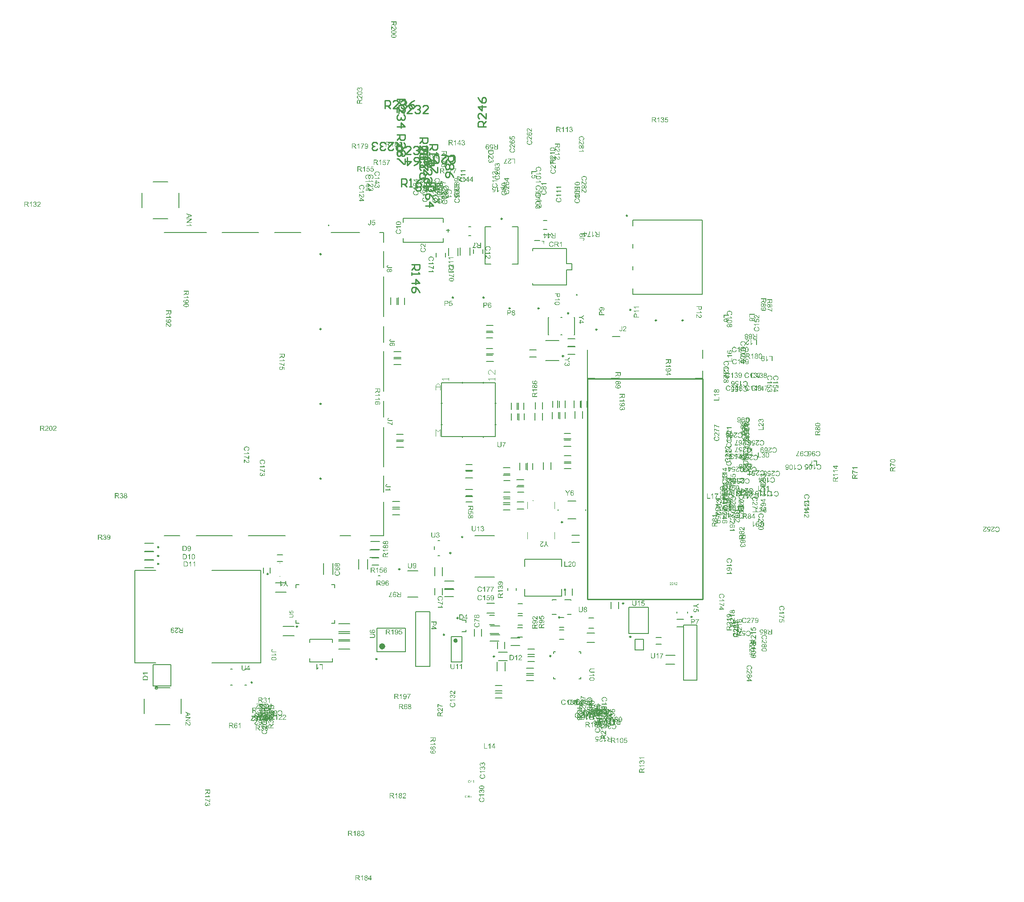
<source format=gbr>
G04*
G04 #@! TF.GenerationSoftware,Altium Limited,Altium Designer,24.2.2 (26)*
G04*
G04 Layer_Color=65535*
%FSLAX25Y25*%
%MOIN*%
G70*
G04*
G04 #@! TF.SameCoordinates,383E0004-DF84-4F77-A050-2B2E5B934949*
G04*
G04*
G04 #@! TF.FilePolarity,Positive*
G04*
G01*
G75*
%ADD10C,0.00984*%
%ADD11C,0.02362*%
%ADD12C,0.00787*%
%ADD13C,0.01575*%
%ADD14C,0.01000*%
%ADD15C,0.00500*%
%ADD16C,0.00600*%
%ADD17C,0.00394*%
%ADD18C,0.00300*%
G36*
X378013Y-283896D02*
X378035Y-283899D01*
X378063Y-283901D01*
X378094Y-283907D01*
X378124Y-283912D01*
X378196Y-283932D01*
X378268Y-283960D01*
X378304Y-283976D01*
X378340Y-283996D01*
X378373Y-284020D01*
X378404Y-284048D01*
X378407Y-284051D01*
X378412Y-284054D01*
X378418Y-284065D01*
X378429Y-284076D01*
X378443Y-284090D01*
X378456Y-284109D01*
X378470Y-284129D01*
X378487Y-284154D01*
X378515Y-284206D01*
X378542Y-284273D01*
X378554Y-284306D01*
X378559Y-284345D01*
X378565Y-284383D01*
X378567Y-284425D01*
Y-284431D01*
Y-284444D01*
X378565Y-284467D01*
X378562Y-284497D01*
X378556Y-284530D01*
X378545Y-284569D01*
X378534Y-284611D01*
X378518Y-284652D01*
X378515Y-284658D01*
X378509Y-284671D01*
X378498Y-284694D01*
X378481Y-284724D01*
X378459Y-284757D01*
X378432Y-284799D01*
X378398Y-284840D01*
X378360Y-284888D01*
X378354Y-284893D01*
X378340Y-284910D01*
X378326Y-284924D01*
X378312Y-284937D01*
X378296Y-284954D01*
X378274Y-284976D01*
X378252Y-284998D01*
X378224Y-285023D01*
X378196Y-285051D01*
X378163Y-285081D01*
X378127Y-285112D01*
X378088Y-285148D01*
X378044Y-285184D01*
X377999Y-285223D01*
X377997Y-285226D01*
X377991Y-285231D01*
X377980Y-285239D01*
X377966Y-285250D01*
X377950Y-285267D01*
X377930Y-285284D01*
X377886Y-285320D01*
X377839Y-285361D01*
X377795Y-285403D01*
X377756Y-285439D01*
X377739Y-285453D01*
X377725Y-285467D01*
X377723Y-285469D01*
X377714Y-285478D01*
X377703Y-285489D01*
X377689Y-285505D01*
X377675Y-285525D01*
X377659Y-285544D01*
X377625Y-285591D01*
X378570D01*
Y-285818D01*
X377299D01*
Y-285816D01*
Y-285804D01*
Y-285788D01*
X377301Y-285766D01*
X377304Y-285741D01*
X377310Y-285713D01*
X377315Y-285685D01*
X377326Y-285655D01*
Y-285652D01*
X377329Y-285649D01*
X377335Y-285633D01*
X377346Y-285608D01*
X377362Y-285575D01*
X377384Y-285536D01*
X377412Y-285491D01*
X377443Y-285447D01*
X377482Y-285400D01*
Y-285397D01*
X377487Y-285395D01*
X377501Y-285378D01*
X377526Y-285353D01*
X377562Y-285317D01*
X377603Y-285275D01*
X377656Y-285226D01*
X377720Y-285170D01*
X377789Y-285112D01*
X377792Y-285109D01*
X377803Y-285101D01*
X377819Y-285087D01*
X377839Y-285070D01*
X377864Y-285048D01*
X377894Y-285023D01*
X377925Y-284996D01*
X377961Y-284965D01*
X378030Y-284899D01*
X378099Y-284832D01*
X378132Y-284799D01*
X378163Y-284766D01*
X378191Y-284735D01*
X378213Y-284705D01*
Y-284702D01*
X378218Y-284699D01*
X378224Y-284691D01*
X378229Y-284680D01*
X378249Y-284649D01*
X378271Y-284613D01*
X378290Y-284569D01*
X378310Y-284522D01*
X378321Y-284469D01*
X378326Y-284419D01*
Y-284417D01*
Y-284414D01*
X378324Y-284397D01*
X378321Y-284370D01*
X378312Y-284339D01*
X378301Y-284300D01*
X378282Y-284261D01*
X378257Y-284223D01*
X378224Y-284184D01*
X378218Y-284178D01*
X378204Y-284167D01*
X378185Y-284154D01*
X378155Y-284134D01*
X378116Y-284118D01*
X378071Y-284101D01*
X378019Y-284090D01*
X377961Y-284087D01*
X377944D01*
X377933Y-284090D01*
X377900Y-284093D01*
X377861Y-284101D01*
X377819Y-284112D01*
X377772Y-284131D01*
X377728Y-284156D01*
X377687Y-284190D01*
X377681Y-284195D01*
X377670Y-284209D01*
X377653Y-284231D01*
X377637Y-284264D01*
X377617Y-284303D01*
X377601Y-284353D01*
X377590Y-284408D01*
X377584Y-284472D01*
X377343Y-284447D01*
Y-284444D01*
X377346Y-284436D01*
Y-284422D01*
X377348Y-284403D01*
X377354Y-284381D01*
X377360Y-284356D01*
X377368Y-284325D01*
X377376Y-284295D01*
X377398Y-284228D01*
X377432Y-284162D01*
X377451Y-284129D01*
X377476Y-284095D01*
X377501Y-284065D01*
X377529Y-284037D01*
X377531Y-284034D01*
X377537Y-284032D01*
X377545Y-284023D01*
X377559Y-284015D01*
X377576Y-284004D01*
X377595Y-283993D01*
X377617Y-283979D01*
X377645Y-283965D01*
X377675Y-283951D01*
X377709Y-283937D01*
X377745Y-283926D01*
X377783Y-283915D01*
X377825Y-283907D01*
X377869Y-283899D01*
X377916Y-283896D01*
X377966Y-283893D01*
X377994D01*
X378013Y-283896D01*
D02*
G37*
G36*
X376831Y-285142D02*
X377091D01*
Y-285358D01*
X376831D01*
Y-285818D01*
X376595D01*
Y-285358D01*
X375761D01*
Y-285142D01*
X376639Y-283901D01*
X376831D01*
Y-285142D01*
D02*
G37*
G36*
X375033Y-283896D02*
X375055Y-283899D01*
X375083Y-283901D01*
X375113Y-283907D01*
X375144Y-283912D01*
X375216Y-283932D01*
X375288Y-283960D01*
X375324Y-283976D01*
X375360Y-283996D01*
X375393Y-284020D01*
X375423Y-284048D01*
X375426Y-284051D01*
X375432Y-284054D01*
X375437Y-284065D01*
X375448Y-284076D01*
X375462Y-284090D01*
X375476Y-284109D01*
X375490Y-284129D01*
X375506Y-284154D01*
X375534Y-284206D01*
X375562Y-284273D01*
X375573Y-284306D01*
X375578Y-284345D01*
X375584Y-284383D01*
X375587Y-284425D01*
Y-284431D01*
Y-284444D01*
X375584Y-284467D01*
X375581Y-284497D01*
X375576Y-284530D01*
X375565Y-284569D01*
X375553Y-284611D01*
X375537Y-284652D01*
X375534Y-284658D01*
X375529Y-284671D01*
X375518Y-284694D01*
X375501Y-284724D01*
X375479Y-284757D01*
X375451Y-284799D01*
X375418Y-284840D01*
X375379Y-284888D01*
X375374Y-284893D01*
X375360Y-284910D01*
X375346Y-284924D01*
X375332Y-284937D01*
X375315Y-284954D01*
X375293Y-284976D01*
X375271Y-284998D01*
X375243Y-285023D01*
X375216Y-285051D01*
X375182Y-285081D01*
X375146Y-285112D01*
X375108Y-285148D01*
X375063Y-285184D01*
X375019Y-285223D01*
X375016Y-285226D01*
X375011Y-285231D01*
X374999Y-285239D01*
X374986Y-285250D01*
X374969Y-285267D01*
X374950Y-285284D01*
X374905Y-285320D01*
X374858Y-285361D01*
X374814Y-285403D01*
X374775Y-285439D01*
X374759Y-285453D01*
X374745Y-285467D01*
X374742Y-285469D01*
X374734Y-285478D01*
X374723Y-285489D01*
X374709Y-285505D01*
X374695Y-285525D01*
X374678Y-285544D01*
X374645Y-285591D01*
X375590D01*
Y-285818D01*
X374318D01*
Y-285816D01*
Y-285804D01*
Y-285788D01*
X374321Y-285766D01*
X374324Y-285741D01*
X374329Y-285713D01*
X374335Y-285685D01*
X374346Y-285655D01*
Y-285652D01*
X374349Y-285649D01*
X374354Y-285633D01*
X374365Y-285608D01*
X374382Y-285575D01*
X374404Y-285536D01*
X374432Y-285491D01*
X374462Y-285447D01*
X374501Y-285400D01*
Y-285397D01*
X374506Y-285395D01*
X374520Y-285378D01*
X374545Y-285353D01*
X374581Y-285317D01*
X374623Y-285275D01*
X374675Y-285226D01*
X374739Y-285170D01*
X374808Y-285112D01*
X374811Y-285109D01*
X374822Y-285101D01*
X374839Y-285087D01*
X374858Y-285070D01*
X374883Y-285048D01*
X374914Y-285023D01*
X374944Y-284996D01*
X374980Y-284965D01*
X375049Y-284899D01*
X375119Y-284832D01*
X375152Y-284799D01*
X375182Y-284766D01*
X375210Y-284735D01*
X375232Y-284705D01*
Y-284702D01*
X375238Y-284699D01*
X375243Y-284691D01*
X375249Y-284680D01*
X375268Y-284649D01*
X375290Y-284613D01*
X375310Y-284569D01*
X375329Y-284522D01*
X375340Y-284469D01*
X375346Y-284419D01*
Y-284417D01*
Y-284414D01*
X375343Y-284397D01*
X375340Y-284370D01*
X375332Y-284339D01*
X375321Y-284300D01*
X375302Y-284261D01*
X375276Y-284223D01*
X375243Y-284184D01*
X375238Y-284178D01*
X375224Y-284167D01*
X375204Y-284154D01*
X375174Y-284134D01*
X375135Y-284118D01*
X375091Y-284101D01*
X375038Y-284090D01*
X374980Y-284087D01*
X374963D01*
X374953Y-284090D01*
X374919Y-284093D01*
X374880Y-284101D01*
X374839Y-284112D01*
X374792Y-284131D01*
X374747Y-284156D01*
X374706Y-284190D01*
X374700Y-284195D01*
X374689Y-284209D01*
X374673Y-284231D01*
X374656Y-284264D01*
X374637Y-284303D01*
X374620Y-284353D01*
X374609Y-284408D01*
X374603Y-284472D01*
X374362Y-284447D01*
Y-284444D01*
X374365Y-284436D01*
Y-284422D01*
X374368Y-284403D01*
X374374Y-284381D01*
X374379Y-284356D01*
X374387Y-284325D01*
X374396Y-284295D01*
X374418Y-284228D01*
X374451Y-284162D01*
X374470Y-284129D01*
X374495Y-284095D01*
X374520Y-284065D01*
X374548Y-284037D01*
X374551Y-284034D01*
X374556Y-284032D01*
X374565Y-284023D01*
X374578Y-284015D01*
X374595Y-284004D01*
X374615Y-283993D01*
X374637Y-283979D01*
X374664Y-283965D01*
X374695Y-283951D01*
X374728Y-283937D01*
X374764Y-283926D01*
X374803Y-283915D01*
X374844Y-283907D01*
X374889Y-283899D01*
X374936Y-283896D01*
X374986Y-283893D01*
X375013D01*
X375033Y-283896D01*
D02*
G37*
G36*
X373542D02*
X373565Y-283899D01*
X373592Y-283901D01*
X373623Y-283907D01*
X373653Y-283912D01*
X373725Y-283932D01*
X373797Y-283960D01*
X373833Y-283976D01*
X373869Y-283996D01*
X373903Y-284020D01*
X373933Y-284048D01*
X373936Y-284051D01*
X373941Y-284054D01*
X373947Y-284065D01*
X373958Y-284076D01*
X373972Y-284090D01*
X373986Y-284109D01*
X374000Y-284129D01*
X374016Y-284154D01*
X374044Y-284206D01*
X374072Y-284273D01*
X374083Y-284306D01*
X374088Y-284345D01*
X374094Y-284383D01*
X374096Y-284425D01*
Y-284431D01*
Y-284444D01*
X374094Y-284467D01*
X374091Y-284497D01*
X374085Y-284530D01*
X374074Y-284569D01*
X374063Y-284611D01*
X374047Y-284652D01*
X374044Y-284658D01*
X374038Y-284671D01*
X374027Y-284694D01*
X374011Y-284724D01*
X373989Y-284757D01*
X373961Y-284799D01*
X373928Y-284840D01*
X373889Y-284888D01*
X373883Y-284893D01*
X373869Y-284910D01*
X373855Y-284924D01*
X373842Y-284937D01*
X373825Y-284954D01*
X373803Y-284976D01*
X373781Y-284998D01*
X373753Y-285023D01*
X373725Y-285051D01*
X373692Y-285081D01*
X373656Y-285112D01*
X373617Y-285148D01*
X373573Y-285184D01*
X373529Y-285223D01*
X373526Y-285226D01*
X373520Y-285231D01*
X373509Y-285239D01*
X373495Y-285250D01*
X373479Y-285267D01*
X373459Y-285284D01*
X373415Y-285320D01*
X373368Y-285361D01*
X373324Y-285403D01*
X373285Y-285439D01*
X373268Y-285453D01*
X373254Y-285467D01*
X373252Y-285469D01*
X373243Y-285478D01*
X373232Y-285489D01*
X373218Y-285505D01*
X373205Y-285525D01*
X373188Y-285544D01*
X373155Y-285591D01*
X374099D01*
Y-285818D01*
X372828D01*
Y-285816D01*
Y-285804D01*
Y-285788D01*
X372831Y-285766D01*
X372833Y-285741D01*
X372839Y-285713D01*
X372845Y-285685D01*
X372856Y-285655D01*
Y-285652D01*
X372858Y-285649D01*
X372864Y-285633D01*
X372875Y-285608D01*
X372892Y-285575D01*
X372914Y-285536D01*
X372941Y-285491D01*
X372972Y-285447D01*
X373011Y-285400D01*
Y-285397D01*
X373016Y-285395D01*
X373030Y-285378D01*
X373055Y-285353D01*
X373091Y-285317D01*
X373133Y-285275D01*
X373185Y-285226D01*
X373249Y-285170D01*
X373318Y-285112D01*
X373321Y-285109D01*
X373332Y-285101D01*
X373349Y-285087D01*
X373368Y-285070D01*
X373393Y-285048D01*
X373423Y-285023D01*
X373454Y-284996D01*
X373490Y-284965D01*
X373559Y-284899D01*
X373628Y-284832D01*
X373662Y-284799D01*
X373692Y-284766D01*
X373720Y-284735D01*
X373742Y-284705D01*
Y-284702D01*
X373747Y-284699D01*
X373753Y-284691D01*
X373759Y-284680D01*
X373778Y-284649D01*
X373800Y-284613D01*
X373819Y-284569D01*
X373839Y-284522D01*
X373850Y-284469D01*
X373855Y-284419D01*
Y-284417D01*
Y-284414D01*
X373853Y-284397D01*
X373850Y-284370D01*
X373842Y-284339D01*
X373831Y-284300D01*
X373811Y-284261D01*
X373786Y-284223D01*
X373753Y-284184D01*
X373747Y-284178D01*
X373734Y-284167D01*
X373714Y-284154D01*
X373684Y-284134D01*
X373645Y-284118D01*
X373601Y-284101D01*
X373548Y-284090D01*
X373490Y-284087D01*
X373473D01*
X373462Y-284090D01*
X373429Y-284093D01*
X373390Y-284101D01*
X373349Y-284112D01*
X373302Y-284131D01*
X373257Y-284156D01*
X373216Y-284190D01*
X373210Y-284195D01*
X373199Y-284209D01*
X373182Y-284231D01*
X373166Y-284264D01*
X373146Y-284303D01*
X373130Y-284353D01*
X373119Y-284408D01*
X373113Y-284472D01*
X372872Y-284447D01*
Y-284444D01*
X372875Y-284436D01*
Y-284422D01*
X372878Y-284403D01*
X372883Y-284381D01*
X372889Y-284356D01*
X372897Y-284325D01*
X372905Y-284295D01*
X372928Y-284228D01*
X372961Y-284162D01*
X372980Y-284129D01*
X373005Y-284095D01*
X373030Y-284065D01*
X373058Y-284037D01*
X373061Y-284034D01*
X373066Y-284032D01*
X373074Y-284023D01*
X373088Y-284015D01*
X373105Y-284004D01*
X373124Y-283993D01*
X373146Y-283979D01*
X373174Y-283965D01*
X373205Y-283951D01*
X373238Y-283937D01*
X373274Y-283926D01*
X373313Y-283915D01*
X373354Y-283907D01*
X373398Y-283899D01*
X373446Y-283896D01*
X373495Y-283893D01*
X373523D01*
X373542Y-283896D01*
D02*
G37*
G36*
X303042Y-67583D02*
X303047Y-67592D01*
X303052Y-67606D01*
X303056Y-67625D01*
X303065Y-67652D01*
X303075Y-67680D01*
X303093Y-67749D01*
X303112Y-67832D01*
X303135Y-67925D01*
X303153Y-68022D01*
X303167Y-68124D01*
X303172Y-68119D01*
X303190Y-68101D01*
X303218Y-68068D01*
X303260Y-68027D01*
X303320Y-67971D01*
X303389Y-67911D01*
X303477Y-67832D01*
X303578Y-67749D01*
X303759Y-68008D01*
X303749Y-68013D01*
X303726Y-68031D01*
X303689Y-68059D01*
X303638Y-68096D01*
X303569Y-68137D01*
X303491Y-68188D01*
X303398Y-68248D01*
X303296Y-68308D01*
X303301D01*
X303310Y-68313D01*
X303324Y-68322D01*
X303347Y-68336D01*
X303403Y-68364D01*
X303467Y-68401D01*
X303541Y-68447D01*
X303620Y-68493D01*
X303694Y-68544D01*
X303759Y-68590D01*
X303578Y-68844D01*
X303574Y-68840D01*
X303565Y-68835D01*
X303551Y-68821D01*
X303527Y-68803D01*
X303472Y-68761D01*
X303407Y-68706D01*
X303338Y-68646D01*
X303273Y-68586D01*
X303213Y-68530D01*
X303186Y-68507D01*
X303167Y-68484D01*
Y-68489D01*
X303163Y-68498D01*
Y-68512D01*
X303158Y-68530D01*
X303153Y-68558D01*
X303144Y-68586D01*
X303130Y-68655D01*
X303112Y-68738D01*
X303093Y-68826D01*
X303042Y-69015D01*
X302733Y-68918D01*
Y-68914D01*
X302737Y-68904D01*
X302747Y-68886D01*
X302751Y-68863D01*
X302765Y-68835D01*
X302779Y-68798D01*
X302807Y-68724D01*
X302839Y-68641D01*
X302876Y-68558D01*
X302913Y-68479D01*
X302945Y-68415D01*
X302941D01*
X302927D01*
X302908Y-68419D01*
X302881D01*
X302848Y-68424D01*
X302811Y-68428D01*
X302728Y-68433D01*
X302641Y-68442D01*
X302548Y-68452D01*
X302470Y-68456D01*
X302433D01*
X302400D01*
Y-68142D01*
X302405D01*
X302410D01*
X302423D01*
X302437D01*
X302488Y-68147D01*
X302548Y-68151D01*
X302627Y-68160D01*
X302724Y-68165D01*
X302830Y-68179D01*
X302945Y-68193D01*
Y-68188D01*
X302941Y-68184D01*
X302936Y-68170D01*
X302927Y-68151D01*
X302904Y-68105D01*
X302876Y-68045D01*
X302844Y-67971D01*
X302807Y-67883D01*
X302770Y-67786D01*
X302733Y-67680D01*
X303042Y-67578D01*
Y-67583D01*
D02*
G37*
G36*
X270449Y-222287D02*
X270477Y-222292D01*
X270509Y-222303D01*
X270542Y-222320D01*
X270575Y-222341D01*
X270608Y-222369D01*
X270613Y-222374D01*
X270624Y-222385D01*
X270635Y-222402D01*
X270651Y-222429D01*
X270684Y-222489D01*
X270690Y-222527D01*
X270695Y-222571D01*
Y-222576D01*
Y-222593D01*
X270690Y-222615D01*
X270684Y-222642D01*
X270673Y-222675D01*
X270657Y-222707D01*
X270635Y-222746D01*
X270608Y-222778D01*
X270602Y-222784D01*
X270591Y-222789D01*
X270575Y-222806D01*
X270548Y-222817D01*
X270488Y-222849D01*
X270449Y-222855D01*
X270406Y-222860D01*
X270384D01*
X270362Y-222855D01*
X270335Y-222849D01*
X270302Y-222838D01*
X270269Y-222828D01*
X270231Y-222806D01*
X270198Y-222778D01*
X270193Y-222773D01*
X270187Y-222762D01*
X270171Y-222746D01*
X270160Y-222718D01*
X270144Y-222691D01*
X270127Y-222653D01*
X270122Y-222615D01*
X270116Y-222571D01*
Y-222565D01*
Y-222549D01*
X270122Y-222527D01*
X270127Y-222500D01*
X270138Y-222467D01*
X270149Y-222434D01*
X270171Y-222402D01*
X270198Y-222369D01*
X270204Y-222363D01*
X270215Y-222352D01*
X270231Y-222341D01*
X270258Y-222325D01*
X270286Y-222309D01*
X270324Y-222292D01*
X270362Y-222287D01*
X270406Y-222282D01*
X270427D01*
X270449Y-222287D01*
D02*
G37*
G36*
X299865Y-214876D02*
X299903D01*
X299948Y-214881D01*
X300053Y-214903D01*
X300170Y-214931D01*
X300292Y-214976D01*
X300414Y-215042D01*
X300475Y-215081D01*
X300531Y-215125D01*
X300536Y-215131D01*
X300542Y-215137D01*
X300558Y-215153D01*
X300575Y-215170D01*
X300603Y-215198D01*
X300625Y-215231D01*
X300686Y-215309D01*
X300747Y-215408D01*
X300802Y-215531D01*
X300852Y-215669D01*
X300886Y-215825D01*
X300414Y-215864D01*
Y-215858D01*
X300409Y-215852D01*
X300403Y-215819D01*
X300386Y-215769D01*
X300364Y-215708D01*
X300342Y-215642D01*
X300309Y-215575D01*
X300270Y-215514D01*
X300231Y-215464D01*
X300220Y-215453D01*
X300198Y-215431D01*
X300159Y-215397D01*
X300103Y-215358D01*
X300031Y-215325D01*
X299953Y-215292D01*
X299859Y-215270D01*
X299759Y-215259D01*
X299720D01*
X299676Y-215264D01*
X299626Y-215275D01*
X299559Y-215292D01*
X299493Y-215314D01*
X299426Y-215342D01*
X299359Y-215386D01*
X299348Y-215392D01*
X299321Y-215414D01*
X299282Y-215453D01*
X299232Y-215508D01*
X299176Y-215575D01*
X299115Y-215653D01*
X299060Y-215753D01*
X299004Y-215864D01*
Y-215869D01*
X298999Y-215880D01*
X298993Y-215897D01*
X298982Y-215919D01*
X298977Y-215952D01*
X298966Y-215991D01*
X298954Y-216036D01*
X298943Y-216091D01*
X298927Y-216152D01*
X298916Y-216219D01*
X298904Y-216291D01*
X298899Y-216369D01*
X298888Y-216457D01*
X298882Y-216546D01*
X298877Y-216646D01*
Y-216746D01*
X298882Y-216740D01*
X298904Y-216707D01*
X298943Y-216663D01*
X298993Y-216607D01*
X299049Y-216541D01*
X299121Y-216480D01*
X299199Y-216419D01*
X299287Y-216363D01*
X299293D01*
X299299Y-216357D01*
X299332Y-216341D01*
X299382Y-216324D01*
X299448Y-216297D01*
X299526Y-216274D01*
X299615Y-216258D01*
X299709Y-216241D01*
X299809Y-216235D01*
X299853D01*
X299887Y-216241D01*
X299931Y-216247D01*
X299976Y-216252D01*
X300031Y-216263D01*
X300087Y-216280D01*
X300214Y-216319D01*
X300281Y-216346D01*
X300347Y-216385D01*
X300414Y-216424D01*
X300486Y-216469D01*
X300553Y-216524D01*
X300614Y-216585D01*
X300619Y-216591D01*
X300630Y-216602D01*
X300647Y-216618D01*
X300664Y-216646D01*
X300692Y-216685D01*
X300719Y-216724D01*
X300747Y-216774D01*
X300780Y-216829D01*
X300814Y-216890D01*
X300841Y-216957D01*
X300869Y-217035D01*
X300897Y-217112D01*
X300914Y-217196D01*
X300930Y-217290D01*
X300941Y-217384D01*
X300947Y-217484D01*
Y-217490D01*
Y-217501D01*
Y-217517D01*
Y-217545D01*
X300941Y-217579D01*
Y-217612D01*
X300925Y-217701D01*
X300908Y-217806D01*
X300880Y-217917D01*
X300841Y-218039D01*
X300786Y-218156D01*
Y-218161D01*
X300780Y-218167D01*
X300769Y-218183D01*
X300758Y-218206D01*
X300725Y-218261D01*
X300675Y-218333D01*
X300614Y-218411D01*
X300542Y-218489D01*
X300453Y-218566D01*
X300359Y-218633D01*
X300353D01*
X300347Y-218639D01*
X300331Y-218650D01*
X300309Y-218655D01*
X300253Y-218683D01*
X300181Y-218711D01*
X300087Y-218744D01*
X299981Y-218766D01*
X299865Y-218788D01*
X299737Y-218794D01*
X299709D01*
X299681Y-218788D01*
X299637D01*
X299587Y-218783D01*
X299532Y-218772D01*
X299465Y-218755D01*
X299398Y-218739D01*
X299321Y-218716D01*
X299243Y-218689D01*
X299165Y-218655D01*
X299082Y-218611D01*
X299004Y-218561D01*
X298927Y-218505D01*
X298849Y-218439D01*
X298777Y-218361D01*
X298771Y-218355D01*
X298760Y-218339D01*
X298744Y-218317D01*
X298721Y-218278D01*
X298688Y-218228D01*
X298660Y-218172D01*
X298627Y-218100D01*
X298594Y-218022D01*
X298555Y-217928D01*
X298521Y-217823D01*
X298494Y-217706D01*
X298466Y-217579D01*
X298438Y-217434D01*
X298422Y-217279D01*
X298411Y-217112D01*
X298405Y-216935D01*
Y-216929D01*
Y-216924D01*
Y-216907D01*
Y-216885D01*
X298411Y-216829D01*
Y-216752D01*
X298416Y-216663D01*
X298427Y-216557D01*
X298438Y-216441D01*
X298455Y-216313D01*
X298477Y-216185D01*
X298505Y-216047D01*
X298538Y-215914D01*
X298577Y-215780D01*
X298627Y-215653D01*
X298682Y-215531D01*
X298744Y-215414D01*
X298816Y-215314D01*
X298821Y-215309D01*
X298832Y-215298D01*
X298854Y-215275D01*
X298882Y-215242D01*
X298916Y-215209D01*
X298960Y-215175D01*
X299015Y-215131D01*
X299071Y-215092D01*
X299137Y-215053D01*
X299210Y-215009D01*
X299293Y-214976D01*
X299376Y-214937D01*
X299470Y-214909D01*
X299570Y-214887D01*
X299676Y-214876D01*
X299787Y-214870D01*
X299831D01*
X299865Y-214876D01*
D02*
G37*
G36*
X296629Y-217101D02*
Y-218727D01*
X296118D01*
Y-217101D01*
X294637Y-214887D01*
X295252D01*
X296007Y-216052D01*
Y-216058D01*
X296018Y-216069D01*
X296029Y-216086D01*
X296041Y-216108D01*
X296063Y-216136D01*
X296085Y-216169D01*
X296135Y-216252D01*
X296196Y-216352D01*
X296263Y-216463D01*
X296335Y-216580D01*
X296401Y-216702D01*
Y-216696D01*
X296407Y-216685D01*
X296418Y-216668D01*
X296435Y-216646D01*
X296451Y-216618D01*
X296474Y-216585D01*
X296523Y-216502D01*
X296585Y-216402D01*
X296657Y-216285D01*
X296740Y-216158D01*
X296829Y-216019D01*
X297567Y-214887D01*
X298161D01*
X296629Y-217101D01*
D02*
G37*
G36*
X431092Y-160016D02*
X431142D01*
X431203Y-160021D01*
X431269Y-160032D01*
X431347Y-160044D01*
X431508Y-160071D01*
X431674Y-160116D01*
X431841Y-160177D01*
X431919Y-160216D01*
X431996Y-160260D01*
X432002Y-160266D01*
X432013Y-160271D01*
X432035Y-160288D01*
X432057Y-160310D01*
X432091Y-160332D01*
X432129Y-160365D01*
X432174Y-160404D01*
X432218Y-160449D01*
X432263Y-160499D01*
X432313Y-160549D01*
X432412Y-160676D01*
X432507Y-160826D01*
X432590Y-160993D01*
Y-160998D01*
X432601Y-161015D01*
X432607Y-161043D01*
X432623Y-161076D01*
X432634Y-161120D01*
X432651Y-161176D01*
X432673Y-161237D01*
X432690Y-161303D01*
X432707Y-161376D01*
X432729Y-161459D01*
X432757Y-161631D01*
X432779Y-161825D01*
X432790Y-162025D01*
Y-162030D01*
Y-162053D01*
Y-162086D01*
X432784Y-162125D01*
Y-162180D01*
X432779Y-162236D01*
X432773Y-162308D01*
X432762Y-162380D01*
X432734Y-162541D01*
X432696Y-162719D01*
X432640Y-162896D01*
X432562Y-163068D01*
X432557Y-163074D01*
X432551Y-163091D01*
X432540Y-163113D01*
X432518Y-163140D01*
X432496Y-163179D01*
X432468Y-163224D01*
X432396Y-163324D01*
X432302Y-163435D01*
X432191Y-163546D01*
X432063Y-163657D01*
X431913Y-163751D01*
X431908Y-163757D01*
X431891Y-163762D01*
X431869Y-163773D01*
X431841Y-163790D01*
X431797Y-163806D01*
X431752Y-163823D01*
X431697Y-163845D01*
X431636Y-163868D01*
X431569Y-163890D01*
X431541Y-163898D01*
X431632Y-163926D01*
X431704Y-163953D01*
X431771Y-163992D01*
X431843Y-164031D01*
X431909Y-164076D01*
X431976Y-164131D01*
X432043Y-164192D01*
X432048Y-164198D01*
X432059Y-164209D01*
X432076Y-164225D01*
X432092Y-164253D01*
X432120Y-164292D01*
X432148Y-164331D01*
X432176Y-164381D01*
X432209Y-164436D01*
X432242Y-164497D01*
X432270Y-164569D01*
X432298Y-164647D01*
X432326Y-164725D01*
X432342Y-164814D01*
X432359Y-164908D01*
X432370Y-165002D01*
X432375Y-165108D01*
Y-165163D01*
X432370Y-165202D01*
X432364Y-165252D01*
X432359Y-165308D01*
X432348Y-165369D01*
X432331Y-165435D01*
X432300Y-165556D01*
X432331D01*
Y-166028D01*
X432044D01*
X432043Y-166029D01*
X432037Y-166035D01*
X432026Y-166046D01*
X432009Y-166062D01*
X431981Y-166085D01*
X431948Y-166107D01*
X431909Y-166140D01*
X431865Y-166168D01*
X431809Y-166201D01*
X431754Y-166235D01*
X431687Y-166262D01*
X431549Y-166318D01*
X431465Y-166340D01*
X431409Y-166351D01*
Y-166916D01*
X431449Y-166934D01*
X431604Y-167011D01*
X431759Y-167111D01*
X431837Y-167173D01*
X431915Y-167234D01*
X431981Y-167300D01*
X432048Y-167378D01*
X432054Y-167383D01*
X432065Y-167394D01*
X432076Y-167422D01*
X432098Y-167450D01*
X432126Y-167494D01*
X432154Y-167539D01*
X432181Y-167600D01*
X432209Y-167661D01*
X432242Y-167733D01*
X432270Y-167811D01*
X432298Y-167894D01*
X432326Y-167983D01*
X432348Y-168077D01*
X432359Y-168177D01*
X432370Y-168282D01*
X432375Y-168394D01*
Y-168455D01*
X432370Y-168499D01*
Y-168549D01*
X432364Y-168610D01*
X432353Y-168676D01*
X432342Y-168754D01*
X432329Y-168830D01*
X432347Y-168880D01*
X432364Y-168969D01*
X432381Y-169063D01*
X432392Y-169158D01*
X432397Y-169263D01*
Y-169319D01*
X432392Y-169358D01*
X432386Y-169408D01*
X432381Y-169463D01*
X432370Y-169524D01*
X432353Y-169591D01*
X432314Y-169741D01*
X432286Y-169818D01*
X432259Y-169890D01*
X432220Y-169968D01*
X432181Y-170036D01*
X432183Y-170059D01*
X432189Y-170164D01*
Y-170214D01*
X432183Y-170247D01*
X432178Y-170292D01*
X432172Y-170342D01*
X432161Y-170397D01*
X432150Y-170458D01*
X432117Y-170592D01*
X432061Y-170730D01*
X432028Y-170802D01*
X431989Y-170869D01*
X431939Y-170936D01*
X431889Y-171002D01*
X431884Y-171008D01*
X431873Y-171019D01*
X431856Y-171036D01*
X431834Y-171052D01*
X431806Y-171080D01*
X431767Y-171108D01*
X431728Y-171141D01*
X431678Y-171174D01*
X431657Y-171187D01*
X431781Y-171267D01*
X431859Y-171328D01*
X431937Y-171389D01*
X432003Y-171456D01*
X432070Y-171533D01*
X432075Y-171539D01*
X432087Y-171550D01*
X432098Y-171578D01*
X432120Y-171605D01*
X432148Y-171650D01*
X432175Y-171694D01*
X432203Y-171755D01*
X432231Y-171816D01*
X432264Y-171888D01*
X432292Y-171966D01*
X432320Y-172049D01*
X432347Y-172138D01*
X432370Y-172232D01*
X432381Y-172332D01*
X432392Y-172438D01*
X432397Y-172549D01*
Y-172610D01*
X432392Y-172654D01*
Y-172704D01*
X432386Y-172765D01*
X432375Y-172832D01*
X432364Y-172910D01*
X432336Y-173071D01*
X432292Y-173237D01*
X432231Y-173404D01*
X432192Y-173481D01*
X432148Y-173559D01*
X432142Y-173565D01*
X432136Y-173576D01*
X432120Y-173598D01*
X432098Y-173620D01*
X432091Y-173630D01*
X432078Y-173666D01*
X432050Y-173738D01*
X432011Y-173816D01*
X431967Y-173894D01*
X431917Y-173966D01*
X431856Y-174033D01*
X431850Y-174038D01*
X431839Y-174049D01*
X432018D01*
Y-174571D01*
X432939D01*
Y-175043D01*
X432018D01*
Y-175654D01*
X432022Y-175664D01*
X432056Y-175736D01*
X432083Y-175814D01*
X432111Y-175897D01*
X432139Y-175986D01*
X432161Y-176081D01*
X432172Y-176180D01*
X432183Y-176286D01*
X432189Y-176397D01*
Y-176458D01*
X432183Y-176502D01*
Y-176552D01*
X432178Y-176613D01*
X432167Y-176680D01*
X432156Y-176758D01*
X432128Y-176919D01*
X432083Y-177085D01*
X432022Y-177252D01*
X432016Y-177265D01*
X432056Y-177270D01*
X432106D01*
X432167Y-177275D01*
X432220Y-177284D01*
X432296Y-177270D01*
X432424Y-177264D01*
X432451D01*
X432479Y-177270D01*
X432484D01*
Y-177057D01*
X432939D01*
Y-177379D01*
X432995Y-177403D01*
X433079Y-177447D01*
X433156Y-177497D01*
X433234Y-177553D01*
X433312Y-177619D01*
X433384Y-177697D01*
X433390Y-177703D01*
X433401Y-177719D01*
X433417Y-177742D01*
X433439Y-177780D01*
X433473Y-177830D01*
X433500Y-177886D01*
X433534Y-177958D01*
X433567Y-178036D01*
X433606Y-178130D01*
X433639Y-178235D01*
X433667Y-178352D01*
X433695Y-178480D01*
X433722Y-178624D01*
X433739Y-178779D01*
X433750Y-178946D01*
X433756Y-179123D01*
Y-179129D01*
Y-179135D01*
Y-179151D01*
Y-179173D01*
X433751Y-179221D01*
X433754Y-179279D01*
Y-179284D01*
Y-179307D01*
Y-179340D01*
X433749Y-179379D01*
Y-179434D01*
X433743Y-179490D01*
X433738Y-179562D01*
X433727Y-179634D01*
X433699Y-179795D01*
X433691Y-179830D01*
X433684Y-179873D01*
X433656Y-180011D01*
X433623Y-180145D01*
X433584Y-180278D01*
X433534Y-180405D01*
X433478Y-180528D01*
X433417Y-180644D01*
X433345Y-180744D01*
X433340Y-180750D01*
X433328Y-180761D01*
X433306Y-180783D01*
X433279Y-180816D01*
X433245Y-180850D01*
X433201Y-180883D01*
X433145Y-180927D01*
X433090Y-180966D01*
X433023Y-181005D01*
X432951Y-181049D01*
X432939Y-181054D01*
Y-182352D01*
X431653D01*
Y-182556D01*
X431734Y-182537D01*
X431834Y-182526D01*
X431940Y-182514D01*
X432051Y-182509D01*
X432112D01*
X432156Y-182514D01*
X432206D01*
X432267Y-182520D01*
X432334Y-182531D01*
X432411Y-182542D01*
X432572Y-182570D01*
X432739Y-182614D01*
X432905Y-182675D01*
X432983Y-182714D01*
X433061Y-182758D01*
X433066Y-182764D01*
X433077Y-182770D01*
X433099Y-182786D01*
X433122Y-182808D01*
X433155Y-182831D01*
X433194Y-182864D01*
X433238Y-182903D01*
X433283Y-182947D01*
X433327Y-182997D01*
X433377Y-183047D01*
X433477Y-183175D01*
X433571Y-183325D01*
X433654Y-183491D01*
Y-183497D01*
X433666Y-183513D01*
X433671Y-183541D01*
X433688Y-183574D01*
X433699Y-183619D01*
X433715Y-183674D01*
X433738Y-183735D01*
X433754Y-183802D01*
X433771Y-183874D01*
X433793Y-183957D01*
X433821Y-184129D01*
X433843Y-184324D01*
X433854Y-184523D01*
Y-184529D01*
Y-184551D01*
Y-184584D01*
X433849Y-184623D01*
Y-184679D01*
X433847Y-184695D01*
X433862Y-184714D01*
X433890Y-184741D01*
X433896Y-184747D01*
X433912Y-184764D01*
X433935Y-184786D01*
X433968Y-184814D01*
X434007Y-184841D01*
X434046Y-184875D01*
X434140Y-184941D01*
Y-183049D01*
X434595D01*
Y-185596D01*
X434589D01*
X434567D01*
X434534D01*
X434490Y-185591D01*
X434440Y-185585D01*
X434384Y-185574D01*
X434329Y-185563D01*
X434268Y-185541D01*
X434262D01*
X434257Y-185535D01*
X434223Y-185524D01*
X434173Y-185502D01*
X434107Y-185469D01*
X434029Y-185424D01*
X433940Y-185369D01*
X433851Y-185308D01*
X433757Y-185230D01*
X433756D01*
X433704Y-185395D01*
X433627Y-185567D01*
X433621Y-185572D01*
X433615Y-185589D01*
X433604Y-185611D01*
X433582Y-185639D01*
X433560Y-185678D01*
X433532Y-185722D01*
X433460Y-185822D01*
X433366Y-185933D01*
X433255Y-186044D01*
X433127Y-186155D01*
X432977Y-186249D01*
X432972Y-186255D01*
X432955Y-186261D01*
X432933Y-186272D01*
X432905Y-186288D01*
X432861Y-186305D01*
X432816Y-186322D01*
X432761Y-186344D01*
X432700Y-186366D01*
X432633Y-186388D01*
X432561Y-186410D01*
X432406Y-186444D01*
X432228Y-186471D01*
X432045Y-186483D01*
X431989D01*
X431951Y-186477D01*
X431901Y-186471D01*
X431840Y-186466D01*
X431778Y-186460D01*
X431719Y-186447D01*
Y-186465D01*
X431714Y-186510D01*
Y-186560D01*
X431708Y-186621D01*
X431697Y-186687D01*
X431686Y-186765D01*
X431658Y-186926D01*
X431614Y-187092D01*
X431553Y-187259D01*
X431524Y-187317D01*
X431558Y-187366D01*
Y-187372D01*
X431564Y-187377D01*
X431575Y-187394D01*
X431581Y-187416D01*
X431608Y-187472D01*
X431636Y-187544D01*
X431669Y-187638D01*
X431692Y-187743D01*
X431709Y-187833D01*
X434140D01*
Y-185940D01*
X434595D01*
Y-188315D01*
X435064D01*
Y-188321D01*
Y-188343D01*
Y-188376D01*
X435058Y-188421D01*
X435053Y-188471D01*
X435042Y-188526D01*
X435031Y-188582D01*
X435008Y-188643D01*
Y-188648D01*
X435003Y-188654D01*
X434992Y-188687D01*
X434970Y-188737D01*
X434936Y-188804D01*
X434892Y-188882D01*
X434836Y-188970D01*
X434775Y-189059D01*
X434698Y-189154D01*
Y-189159D01*
X434687Y-189165D01*
X434659Y-189198D01*
X434609Y-189248D01*
X434537Y-189320D01*
X434453Y-189403D01*
X434348Y-189503D01*
X434220Y-189614D01*
X434082Y-189731D01*
X434076Y-189736D01*
X434054Y-189753D01*
X434021Y-189781D01*
X433982Y-189814D01*
X433932Y-189858D01*
X433871Y-189908D01*
X433810Y-189964D01*
X433738Y-190025D01*
X433599Y-190158D01*
X433460Y-190291D01*
X433393Y-190358D01*
X433332Y-190425D01*
X433277Y-190486D01*
X433232Y-190547D01*
Y-190552D01*
X433221Y-190558D01*
X433210Y-190574D01*
X433199Y-190596D01*
X433160Y-190658D01*
X433116Y-190730D01*
X433077Y-190819D01*
X433038Y-190913D01*
X433016Y-191018D01*
X433005Y-191118D01*
Y-191124D01*
Y-191129D01*
X433010Y-191163D01*
X433016Y-191218D01*
X433033Y-191279D01*
X433055Y-191357D01*
X433094Y-191435D01*
X433144Y-191512D01*
X433210Y-191590D01*
X433221Y-191601D01*
X433249Y-191623D01*
X433288Y-191651D01*
X433349Y-191690D01*
X433427Y-191723D01*
X433516Y-191756D01*
X433621Y-191779D01*
X433738Y-191784D01*
X433771D01*
X433793Y-191779D01*
X433860Y-191773D01*
X433937Y-191756D01*
X434021Y-191734D01*
X434115Y-191695D01*
X434204Y-191646D01*
X434287Y-191579D01*
X434298Y-191568D01*
X434320Y-191540D01*
X434354Y-191496D01*
X434387Y-191429D01*
X434426Y-191351D01*
X434459Y-191251D01*
X434481Y-191140D01*
X434492Y-191013D01*
X434975Y-191063D01*
Y-191068D01*
X434970Y-191085D01*
Y-191113D01*
X434964Y-191151D01*
X434953Y-191196D01*
X434942Y-191246D01*
X434925Y-191307D01*
X434909Y-191368D01*
X434864Y-191501D01*
X434798Y-191634D01*
X434759Y-191701D01*
X434709Y-191768D01*
X434659Y-191829D01*
X434603Y-191884D01*
X434598Y-191890D01*
X434587Y-191895D01*
X434570Y-191912D01*
X434542Y-191929D01*
X434509Y-191951D01*
X434470Y-191973D01*
X434426Y-192001D01*
X434370Y-192028D01*
X434309Y-192056D01*
X434243Y-192084D01*
X434170Y-192106D01*
X434093Y-192128D01*
X434010Y-192145D01*
X433921Y-192162D01*
X433826Y-192167D01*
X433726Y-192173D01*
X433671D01*
X433632Y-192167D01*
X433588Y-192162D01*
X433532Y-192156D01*
X433471Y-192145D01*
X433410Y-192134D01*
X433266Y-192095D01*
X433121Y-192040D01*
X433049Y-192006D01*
X432977Y-191967D01*
X432911Y-191917D01*
X432850Y-191862D01*
X432844Y-191856D01*
X432833Y-191851D01*
X432822Y-191829D01*
X432800Y-191806D01*
X432772Y-191779D01*
X432744Y-191740D01*
X432716Y-191701D01*
X432683Y-191651D01*
X432627Y-191546D01*
X432572Y-191412D01*
X432550Y-191346D01*
X432539Y-191268D01*
X432528Y-191190D01*
X432522Y-191107D01*
Y-191096D01*
Y-191068D01*
X432528Y-191024D01*
X432533Y-190963D01*
X432544Y-190896D01*
X432566Y-190819D01*
X432589Y-190735D01*
X432622Y-190652D01*
X432627Y-190641D01*
X432639Y-190613D01*
X432661Y-190569D01*
X432694Y-190508D01*
X432738Y-190441D01*
X432794Y-190358D01*
X432861Y-190275D01*
X432938Y-190180D01*
X432949Y-190169D01*
X432977Y-190136D01*
X433005Y-190108D01*
X433033Y-190080D01*
X433066Y-190047D01*
X433110Y-190003D01*
X433155Y-189958D01*
X433210Y-189908D01*
X433266Y-189853D01*
X433332Y-189792D01*
X433404Y-189731D01*
X433482Y-189659D01*
X433571Y-189586D01*
X433660Y-189509D01*
X433665Y-189503D01*
X433676Y-189492D01*
X433699Y-189475D01*
X433726Y-189453D01*
X433760Y-189420D01*
X433799Y-189387D01*
X433887Y-189314D01*
X433982Y-189231D01*
X434070Y-189148D01*
X434148Y-189076D01*
X434181Y-189048D01*
X434209Y-189020D01*
X434215Y-189015D01*
X434232Y-188998D01*
X434254Y-188976D01*
X434281Y-188943D01*
X434309Y-188904D01*
X434342Y-188865D01*
X434409Y-188771D01*
X432516D01*
Y-188344D01*
X431659D01*
X431642Y-188404D01*
X431614Y-188482D01*
X431581Y-188559D01*
X431567Y-188585D01*
X431590Y-188604D01*
X431662Y-188682D01*
X431667Y-188687D01*
X431678Y-188704D01*
X431695Y-188726D01*
X431717Y-188765D01*
X431751Y-188815D01*
X431778Y-188871D01*
X431812Y-188943D01*
X431845Y-189020D01*
X431884Y-189115D01*
X431917Y-189220D01*
X431945Y-189337D01*
X431973Y-189464D01*
X432000Y-189609D01*
X432017Y-189764D01*
X432028Y-189930D01*
X432034Y-190108D01*
Y-190114D01*
Y-190119D01*
Y-190136D01*
Y-190158D01*
X432028Y-190214D01*
Y-190291D01*
X432023Y-190380D01*
X432012Y-190486D01*
X432000Y-190602D01*
X431984Y-190730D01*
X431961Y-190857D01*
X431934Y-190996D01*
X431901Y-191129D01*
X431862Y-191262D01*
X431812Y-191390D01*
X431756Y-191512D01*
X431695Y-191629D01*
X431623Y-191729D01*
X431617Y-191734D01*
X431606Y-191745D01*
X431584Y-191768D01*
X431556Y-191801D01*
X431523Y-191834D01*
X431479Y-191867D01*
X431423Y-191912D01*
X431405Y-191925D01*
X431386Y-191945D01*
X431381Y-191950D01*
X431370Y-191962D01*
X431353Y-191978D01*
X431325Y-192000D01*
X431292Y-192023D01*
X431253Y-192056D01*
X431209Y-192084D01*
X431153Y-192117D01*
X431098Y-192150D01*
X431031Y-192178D01*
X430892Y-192234D01*
X430809Y-192256D01*
X430726Y-192272D01*
X430637Y-192283D01*
X430548Y-192289D01*
X430543D01*
X430532D01*
X430509D01*
X430487Y-192283D01*
X430454D01*
X430415Y-192278D01*
X430326Y-192267D01*
X430226Y-192245D01*
X430126Y-192211D01*
X430021Y-192161D01*
X429921Y-192100D01*
X429916D01*
X429910Y-192089D01*
X429882Y-192067D01*
X429838Y-192023D01*
X429782Y-191962D01*
X429727Y-191884D01*
X429666Y-191789D01*
X429616Y-191684D01*
X429577Y-191556D01*
Y-191562D01*
X429571Y-191568D01*
X429566Y-191584D01*
X429555Y-191606D01*
X429533Y-191656D01*
X429499Y-191723D01*
X429455Y-191795D01*
X429399Y-191867D01*
X429338Y-191934D01*
X429272Y-191995D01*
X429261Y-192000D01*
X429239Y-192017D01*
X429194Y-192039D01*
X429139Y-192061D01*
X429066Y-192089D01*
X428983Y-192111D01*
X428889Y-192128D01*
X428836Y-192131D01*
X428884Y-192163D01*
X428989Y-192230D01*
X429106Y-192296D01*
X429222Y-192363D01*
X429228Y-192369D01*
X429250Y-192380D01*
X429284Y-192396D01*
X429333Y-192424D01*
X429394Y-192452D01*
X429461Y-192485D01*
X429539Y-192524D01*
X429628Y-192563D01*
X429728Y-192607D01*
X429827Y-192657D01*
X429938Y-192701D01*
X430055Y-192746D01*
X430294Y-192835D01*
X430399Y-192869D01*
X430437Y-192716D01*
X430443D01*
X430465Y-192722D01*
X430498Y-192733D01*
X430543Y-192750D01*
X430593Y-192766D01*
X430654Y-192789D01*
X430720Y-192816D01*
X430793Y-192850D01*
X430948Y-192927D01*
X431103Y-193027D01*
X431118Y-193039D01*
X431198Y-193051D01*
X431392Y-193079D01*
X431603Y-193096D01*
Y-193578D01*
X431598D01*
X431581D01*
X431559D01*
X431553Y-193578D01*
X431586Y-193649D01*
X431614Y-193726D01*
X431642Y-193810D01*
X431669Y-193898D01*
X431692Y-193993D01*
X431703Y-194093D01*
X431714Y-194198D01*
X431719Y-194309D01*
Y-194370D01*
X431714Y-194415D01*
Y-194465D01*
X431708Y-194526D01*
X431697Y-194592D01*
X431686Y-194670D01*
X431658Y-194831D01*
X431614Y-194997D01*
X431605Y-195022D01*
X431670Y-194999D01*
X431792Y-194966D01*
X431797D01*
X431809Y-194960D01*
X431825Y-194955D01*
X431853Y-194949D01*
X431886Y-194944D01*
X431925Y-194938D01*
X431975Y-194927D01*
X432030Y-194922D01*
X432092Y-194910D01*
X432158Y-194905D01*
X432236Y-194899D01*
X432314Y-194888D01*
X432402Y-194883D01*
X432491D01*
X432591Y-194877D01*
X432696D01*
X432702D01*
X432724D01*
X432763D01*
X432807D01*
X432869Y-194883D01*
X432935D01*
X433007Y-194888D01*
X433085Y-194894D01*
X433263Y-194910D01*
X433446Y-194938D01*
X433623Y-194971D01*
X433707Y-194994D01*
X433790Y-195021D01*
X433795D01*
X433807Y-195027D01*
X433829Y-195038D01*
X433856Y-195049D01*
X433895Y-195060D01*
X433934Y-195082D01*
X434028Y-195127D01*
X434128Y-195182D01*
X434239Y-195255D01*
X434339Y-195338D01*
X434434Y-195438D01*
Y-195443D01*
X434445Y-195449D01*
X434456Y-195465D01*
X434467Y-195488D01*
X434484Y-195515D01*
X434506Y-195543D01*
X434545Y-195626D01*
X434584Y-195726D01*
X434622Y-195843D01*
X434645Y-195982D01*
X434656Y-196131D01*
Y-196187D01*
X434650Y-196226D01*
X434645Y-196270D01*
X434633Y-196326D01*
X434622Y-196387D01*
X434606Y-196453D01*
X434584Y-196520D01*
X434561Y-196592D01*
X434528Y-196664D01*
X434489Y-196736D01*
X434445Y-196809D01*
X434389Y-196881D01*
X434328Y-196947D01*
X434262Y-197008D01*
X434256Y-197014D01*
X434239Y-197025D01*
X434212Y-197042D01*
X434167Y-197069D01*
X434117Y-197097D01*
X434051Y-197125D01*
X433973Y-197164D01*
X433969Y-197165D01*
Y-197169D01*
X433964Y-197208D01*
Y-197263D01*
X433959Y-197314D01*
X434045D01*
Y-197319D01*
Y-197342D01*
Y-197375D01*
X434039Y-197419D01*
X434034Y-197469D01*
X434023Y-197525D01*
X434011Y-197580D01*
X433989Y-197641D01*
Y-197647D01*
X433984Y-197652D01*
X433973Y-197686D01*
X433950Y-197736D01*
X433917Y-197802D01*
X433873Y-197880D01*
X433828Y-197951D01*
X433819Y-197979D01*
X433742Y-198151D01*
X433736Y-198157D01*
X433731Y-198173D01*
X433719Y-198196D01*
X433697Y-198223D01*
X433675Y-198262D01*
X433647Y-198307D01*
X433575Y-198407D01*
X433481Y-198518D01*
X433403Y-198596D01*
X434589D01*
Y-199067D01*
X432673D01*
X432580Y-199156D01*
X432441Y-199290D01*
X432374Y-199356D01*
X432313Y-199423D01*
X432258Y-199484D01*
X432213Y-199545D01*
Y-199551D01*
X432202Y-199556D01*
X432191Y-199573D01*
X432180Y-199595D01*
X432141Y-199656D01*
X432097Y-199728D01*
X432063Y-199806D01*
X432081Y-199844D01*
X432119Y-199928D01*
X432153Y-200011D01*
X431998D01*
X431997Y-200017D01*
X431986Y-200117D01*
Y-200122D01*
Y-200128D01*
X431991Y-200161D01*
X431997Y-200217D01*
X432013Y-200278D01*
X432036Y-200355D01*
X432074Y-200433D01*
X432124Y-200511D01*
X432191Y-200588D01*
X432202Y-200600D01*
X432230Y-200622D01*
X432243Y-200631D01*
Y-199953D01*
X432715D01*
Y-200782D01*
X432718Y-200783D01*
X432752D01*
X432774Y-200777D01*
X432840Y-200772D01*
X432918Y-200755D01*
X433001Y-200733D01*
X433096Y-200694D01*
X433184Y-200644D01*
X433268Y-200577D01*
X433279Y-200566D01*
X433301Y-200538D01*
X433334Y-200494D01*
X433368Y-200428D01*
X433406Y-200350D01*
X433440Y-200250D01*
X433462Y-200139D01*
X433473Y-200011D01*
X433956Y-200061D01*
Y-200067D01*
X433950Y-200083D01*
Y-200111D01*
X433945Y-200150D01*
X433934Y-200194D01*
X433923Y-200244D01*
X433906Y-200305D01*
X433889Y-200366D01*
X433845Y-200500D01*
X433778Y-200633D01*
X433740Y-200699D01*
X433689Y-200766D01*
X433640Y-200827D01*
X433584Y-200883D01*
X433578Y-200888D01*
X433567Y-200894D01*
X433551Y-200910D01*
X433523Y-200927D01*
X433490Y-200949D01*
X433451Y-200971D01*
X433406Y-200999D01*
X433351Y-201027D01*
X433290Y-201055D01*
X433223Y-201082D01*
X433151Y-201105D01*
X433074Y-201127D01*
X432990Y-201143D01*
X432901Y-201160D01*
X432807Y-201166D01*
X432715Y-201171D01*
Y-202675D01*
X433089D01*
X433165Y-202628D01*
X433170D01*
X433176Y-202623D01*
X433209Y-202601D01*
X433265Y-202573D01*
X433331Y-202540D01*
X433409Y-202501D01*
X433492Y-202462D01*
X433575Y-202423D01*
X433659Y-202390D01*
Y-202675D01*
X434134D01*
Y-200782D01*
X434538D01*
X434586Y-200653D01*
X434619Y-200575D01*
X434660Y-200508D01*
X434627Y-200455D01*
X434589Y-200372D01*
X434544Y-200289D01*
X434511Y-200200D01*
X434478Y-200100D01*
X434977Y-199984D01*
Y-199989D01*
X434983Y-200000D01*
X434994Y-200022D01*
X435005Y-200050D01*
X435016Y-200083D01*
X435030Y-200120D01*
X435096Y-200076D01*
X435174Y-200037D01*
X435257Y-199998D01*
X435346Y-199959D01*
X435440Y-199931D01*
X435546Y-199909D01*
X435657Y-199892D01*
X435773Y-199887D01*
X435823D01*
X435862Y-199892D01*
X435907Y-199898D01*
X435956Y-199904D01*
X436018Y-199909D01*
X436079Y-199926D01*
X436217Y-199959D01*
X436356Y-200009D01*
X436428Y-200042D01*
X436500Y-200081D01*
X436567Y-200126D01*
X436633Y-200175D01*
X436639Y-200181D01*
X436650Y-200186D01*
X436661Y-200209D01*
X436684Y-200231D01*
X436711Y-200259D01*
X436739Y-200292D01*
X436772Y-200336D01*
X436800Y-200386D01*
X436833Y-200436D01*
X436859Y-200483D01*
X436914Y-200422D01*
X436986Y-200339D01*
X437053Y-200244D01*
X437114Y-200128D01*
X437169Y-200000D01*
Y-199995D01*
X437175Y-199984D01*
X437181Y-199967D01*
X437186Y-199939D01*
X437197Y-199906D01*
X437208Y-199867D01*
X437225Y-199773D01*
X437247Y-199662D01*
X437269Y-199539D01*
X437280Y-199406D01*
X437286Y-199262D01*
Y-199256D01*
Y-199240D01*
Y-199212D01*
Y-199179D01*
X437280Y-199140D01*
Y-199090D01*
X437275Y-199034D01*
X437269Y-198973D01*
X437253Y-198840D01*
X437225Y-198696D01*
X437192Y-198552D01*
X437147Y-198407D01*
Y-198402D01*
X437142Y-198391D01*
X437130Y-198374D01*
X437119Y-198346D01*
X437086Y-198280D01*
X437036Y-198202D01*
X436975Y-198113D01*
X436897Y-198019D01*
X436809Y-197935D01*
X436703Y-197858D01*
X436698D01*
X436687Y-197852D01*
X436670Y-197841D01*
X436648Y-197830D01*
X436620Y-197819D01*
X436587Y-197802D01*
X436509Y-197769D01*
X436409Y-197736D01*
X436298Y-197708D01*
X436176Y-197686D01*
X436048Y-197680D01*
X436009D01*
X435976Y-197686D01*
X435937D01*
X435898Y-197691D01*
X435799Y-197713D01*
X435682Y-197741D01*
X435565Y-197786D01*
X435443Y-197847D01*
X435382Y-197880D01*
X435327Y-197924D01*
X435321Y-197930D01*
X435316Y-197935D01*
X435299Y-197952D01*
X435277Y-197969D01*
X435255Y-197997D01*
X435227Y-198030D01*
X435194Y-198063D01*
X435166Y-198108D01*
X435133Y-198158D01*
X435094Y-198213D01*
X435060Y-198268D01*
X435027Y-198335D01*
X434999Y-198407D01*
X434972Y-198485D01*
X434944Y-198568D01*
X434922Y-198657D01*
X434411Y-198529D01*
Y-198524D01*
X434417Y-198502D01*
X434428Y-198468D01*
X434444Y-198424D01*
X434461Y-198374D01*
X434483Y-198313D01*
X434511Y-198246D01*
X434544Y-198174D01*
X434622Y-198019D01*
X434722Y-197863D01*
X434783Y-197786D01*
X434844Y-197708D01*
X434910Y-197641D01*
X434988Y-197575D01*
X434994Y-197569D01*
X435005Y-197558D01*
X435033Y-197547D01*
X435060Y-197525D01*
X435105Y-197497D01*
X435149Y-197469D01*
X435210Y-197442D01*
X435271Y-197414D01*
X435343Y-197380D01*
X435421Y-197353D01*
X435504Y-197325D01*
X435593Y-197297D01*
X435687Y-197275D01*
X435787Y-197264D01*
X435893Y-197253D01*
X436004Y-197247D01*
X436065D01*
X436109Y-197253D01*
X436159D01*
X436220Y-197258D01*
X436287Y-197269D01*
X436365Y-197281D01*
X436526Y-197308D01*
X436692Y-197353D01*
X436859Y-197414D01*
X436936Y-197453D01*
X437014Y-197497D01*
X437019Y-197503D01*
X437031Y-197508D01*
X437053Y-197525D01*
X437075Y-197547D01*
X437108Y-197569D01*
X437147Y-197602D01*
X437192Y-197641D01*
X437236Y-197686D01*
X437280Y-197736D01*
X437330Y-197786D01*
X437430Y-197913D01*
X437525Y-198063D01*
X437608Y-198230D01*
Y-198235D01*
X437619Y-198252D01*
X437625Y-198280D01*
X437641Y-198313D01*
X437652Y-198357D01*
X437669Y-198413D01*
X437691Y-198474D01*
X437708Y-198540D01*
X437724Y-198613D01*
X437747Y-198696D01*
X437774Y-198868D01*
X437796Y-199062D01*
X437808Y-199262D01*
Y-199267D01*
Y-199290D01*
Y-199323D01*
X437802Y-199362D01*
Y-199417D01*
X437796Y-199473D01*
X437791Y-199545D01*
X437780Y-199617D01*
X437752Y-199778D01*
X437714Y-199953D01*
X440058D01*
Y-199959D01*
Y-199981D01*
Y-200014D01*
X440052Y-200059D01*
X440047Y-200109D01*
X440036Y-200164D01*
X440025Y-200220D01*
X440002Y-200281D01*
Y-200286D01*
X439997Y-200292D01*
X439986Y-200325D01*
X439963Y-200375D01*
X439930Y-200442D01*
X439886Y-200519D01*
X439830Y-200608D01*
X439769Y-200697D01*
X439692Y-200792D01*
Y-200797D01*
X439680Y-200803D01*
X439653Y-200836D01*
X439603Y-200886D01*
X439531Y-200958D01*
X439447Y-201041D01*
X439342Y-201141D01*
X439214Y-201252D01*
X439076Y-201369D01*
X439070Y-201374D01*
X439048Y-201391D01*
X439014Y-201419D01*
X438976Y-201452D01*
X438926Y-201496D01*
X438865Y-201546D01*
X438804Y-201602D01*
X438731Y-201663D01*
X438593Y-201796D01*
X438454Y-201929D01*
X438387Y-201996D01*
X438326Y-202062D01*
X438271Y-202123D01*
X438226Y-202185D01*
Y-202190D01*
X438215Y-202196D01*
X438204Y-202212D01*
X438193Y-202235D01*
X438154Y-202295D01*
X438110Y-202368D01*
X438071Y-202456D01*
X438032Y-202551D01*
X438010Y-202656D01*
X437999Y-202756D01*
Y-202762D01*
Y-202767D01*
X438004Y-202801D01*
X438010Y-202856D01*
X438027Y-202917D01*
X438049Y-202995D01*
X438088Y-203073D01*
X438138Y-203150D01*
X438204Y-203228D01*
X438215Y-203239D01*
X438243Y-203261D01*
X438282Y-203289D01*
X438343Y-203328D01*
X438421Y-203361D01*
X438509Y-203394D01*
X438615Y-203417D01*
X438731Y-203422D01*
X438765D01*
X438787Y-203417D01*
X438854Y-203411D01*
X438931Y-203394D01*
X439014Y-203372D01*
X439109Y-203333D01*
X439198Y-203283D01*
X439281Y-203217D01*
X439292Y-203206D01*
X439314Y-203178D01*
X439348Y-203134D01*
X439381Y-203067D01*
X439420Y-202989D01*
X439453Y-202889D01*
X439475Y-202778D01*
X439486Y-202651D01*
X439969Y-202701D01*
Y-202706D01*
X439963Y-202723D01*
Y-202751D01*
X439958Y-202789D01*
X439947Y-202834D01*
X439936Y-202884D01*
X439919Y-202945D01*
X439902Y-203006D01*
X439858Y-203139D01*
X439791Y-203272D01*
X439753Y-203339D01*
X439703Y-203405D01*
X439653Y-203467D01*
X439597Y-203522D01*
X439592Y-203528D01*
X439581Y-203533D01*
X439564Y-203550D01*
X439536Y-203567D01*
X439503Y-203589D01*
X439464Y-203611D01*
X439420Y-203639D01*
X439364Y-203666D01*
X439303Y-203694D01*
X439236Y-203722D01*
X439164Y-203744D01*
X439087Y-203766D01*
X439003Y-203783D01*
X438915Y-203800D01*
X438820Y-203805D01*
X438720Y-203811D01*
X438665D01*
X438626Y-203805D01*
X438582Y-203800D01*
X438526Y-203794D01*
X438465Y-203783D01*
X438404Y-203772D01*
X438260Y-203733D01*
X438115Y-203678D01*
X438043Y-203644D01*
X437971Y-203605D01*
X437905Y-203555D01*
X437843Y-203500D01*
X437838Y-203494D01*
X437827Y-203489D01*
X437816Y-203467D01*
X437793Y-203444D01*
X437766Y-203417D01*
X437738Y-203378D01*
X437710Y-203339D01*
X437677Y-203289D01*
X437621Y-203184D01*
X437566Y-203050D01*
X437544Y-202984D01*
X437533Y-202906D01*
X437522Y-202828D01*
X437516Y-202745D01*
Y-202734D01*
Y-202706D01*
X437522Y-202662D01*
X437527Y-202601D01*
X437538Y-202534D01*
X437560Y-202456D01*
X437583Y-202373D01*
X437616Y-202290D01*
X437621Y-202279D01*
X437633Y-202251D01*
X437655Y-202207D01*
X437688Y-202146D01*
X437732Y-202079D01*
X437788Y-201996D01*
X437854Y-201913D01*
X437932Y-201818D01*
X437943Y-201807D01*
X437971Y-201774D01*
X437999Y-201746D01*
X438027Y-201718D01*
X438060Y-201685D01*
X438104Y-201641D01*
X438149Y-201596D01*
X438204Y-201546D01*
X438260Y-201491D01*
X438326Y-201430D01*
X438398Y-201369D01*
X438476Y-201296D01*
X438565Y-201224D01*
X438654Y-201147D01*
X438659Y-201141D01*
X438670Y-201130D01*
X438693Y-201113D01*
X438720Y-201091D01*
X438754Y-201058D01*
X438793Y-201025D01*
X438881Y-200952D01*
X438976Y-200869D01*
X439064Y-200786D01*
X439142Y-200714D01*
X439175Y-200686D01*
X439203Y-200658D01*
X439209Y-200653D01*
X439225Y-200636D01*
X439248Y-200614D01*
X439275Y-200581D01*
X439303Y-200542D01*
X439336Y-200503D01*
X439403Y-200409D01*
X437518D01*
X437513Y-200416D01*
X437486Y-200461D01*
X437414Y-200561D01*
X437319Y-200672D01*
X437208Y-200783D01*
X437081Y-200894D01*
X437003Y-200942D01*
X437005Y-200958D01*
X436975Y-200960D01*
X436931Y-200988D01*
X436925Y-200994D01*
X436908Y-200999D01*
X436886Y-201010D01*
X436859Y-201027D01*
X436814Y-201044D01*
X436770Y-201060D01*
X436714Y-201082D01*
X436653Y-201105D01*
X436587Y-201127D01*
X436515Y-201149D01*
X436359Y-201182D01*
X436181Y-201210D01*
X435998Y-201221D01*
X435943D01*
X435904Y-201216D01*
X435854Y-201210D01*
X435793Y-201204D01*
X435732Y-201199D01*
X435660Y-201182D01*
X435510Y-201149D01*
X435343Y-201099D01*
X435260Y-201066D01*
X435183Y-201027D01*
X435105Y-200977D01*
X435027Y-200927D01*
X435021Y-200921D01*
X435010Y-200916D01*
X435001Y-200909D01*
X434996Y-200925D01*
X434969Y-201063D01*
X434957Y-201136D01*
Y-201213D01*
Y-201219D01*
Y-201230D01*
Y-201252D01*
X434963Y-201280D01*
Y-201313D01*
X434969Y-201352D01*
X434985Y-201441D01*
X435013Y-201546D01*
X435052Y-201652D01*
X435107Y-201752D01*
X435185Y-201846D01*
Y-201852D01*
X435196Y-201857D01*
X435224Y-201885D01*
X435274Y-201924D01*
X435340Y-201968D01*
X435429Y-202007D01*
X435529Y-202046D01*
X435646Y-202074D01*
X435712Y-202085D01*
X435818D01*
X435862Y-202079D01*
X435918Y-202074D01*
X435984Y-202057D01*
X436051Y-202040D01*
X436123Y-202012D01*
X436195Y-201979D01*
X436201Y-201974D01*
X436223Y-201962D01*
X436256Y-201935D01*
X436301Y-201907D01*
X436345Y-201868D01*
X436389Y-201818D01*
X436439Y-201768D01*
X436478Y-201707D01*
X436922Y-201768D01*
X436550Y-203744D01*
X434641D01*
Y-203294D01*
X436178D01*
X436384Y-202257D01*
X436378Y-202262D01*
X436367Y-202268D01*
X436350Y-202279D01*
X436323Y-202295D01*
X436289Y-202312D01*
X436251Y-202334D01*
X436162Y-202379D01*
X436051Y-202423D01*
X435929Y-202462D01*
X435795Y-202490D01*
X435729Y-202501D01*
X435607D01*
X435573Y-202495D01*
X435529Y-202490D01*
X435479Y-202484D01*
X435424Y-202473D01*
X435363Y-202456D01*
X435229Y-202418D01*
X435157Y-202390D01*
X435085Y-202351D01*
X435013Y-202312D01*
X434941Y-202268D01*
X434874Y-202212D01*
X434808Y-202151D01*
X434802Y-202146D01*
X434791Y-202135D01*
X434774Y-202118D01*
X434752Y-202090D01*
X434724Y-202051D01*
X434697Y-202012D01*
X434663Y-201962D01*
X434630Y-201907D01*
X434602Y-201846D01*
X434589Y-201820D01*
Y-203185D01*
X433106D01*
X433087Y-203200D01*
X432971Y-203294D01*
X432965Y-203300D01*
X432959Y-203306D01*
X432943Y-203322D01*
X432921Y-203339D01*
X432871Y-203394D01*
X432804Y-203461D01*
X432737Y-203539D01*
X432665Y-203627D01*
X432604Y-203716D01*
X432549Y-203811D01*
X432243D01*
Y-203185D01*
X430749D01*
Y-202675D01*
X432243D01*
Y-201092D01*
X432102Y-201038D01*
X432030Y-201005D01*
X431958Y-200966D01*
X431891Y-200916D01*
X431830Y-200860D01*
X431825Y-200855D01*
X431814Y-200849D01*
X431803Y-200827D01*
X431780Y-200805D01*
X431753Y-200777D01*
X431725Y-200738D01*
X431697Y-200699D01*
X431664Y-200649D01*
X431608Y-200544D01*
X431553Y-200411D01*
X431531Y-200344D01*
X431520Y-200267D01*
X431508Y-200189D01*
X431503Y-200106D01*
Y-200095D01*
Y-200067D01*
X431508Y-200022D01*
X431511Y-199997D01*
X431503Y-200016D01*
X431465Y-200094D01*
X431420Y-200172D01*
X431415Y-200177D01*
X431409Y-200188D01*
X431392Y-200211D01*
X431370Y-200233D01*
X431348Y-200266D01*
X431315Y-200305D01*
X431276Y-200349D01*
X431232Y-200394D01*
X431182Y-200438D01*
X431132Y-200488D01*
X431004Y-200588D01*
X430854Y-200682D01*
X430688Y-200766D01*
X430682D01*
X430665Y-200777D01*
X430638Y-200782D01*
X430604Y-200799D01*
X430594Y-200802D01*
X430537Y-201105D01*
X428628D01*
Y-200745D01*
X428612Y-200738D01*
X428606Y-200732D01*
X428590Y-200727D01*
X428568Y-200716D01*
X428540Y-200694D01*
X428501Y-200671D01*
X428457Y-200644D01*
X428357Y-200571D01*
X428246Y-200477D01*
X428239Y-200470D01*
X428129Y-200580D01*
X428001Y-200691D01*
X427852Y-200785D01*
X427846Y-200791D01*
X427829Y-200796D01*
X427807Y-200807D01*
X427779Y-200824D01*
X427735Y-200841D01*
X427691Y-200857D01*
X427635Y-200879D01*
X427574Y-200902D01*
X427507Y-200924D01*
X427456Y-200940D01*
X427451Y-200944D01*
X427446D01*
X427440Y-200955D01*
X427424Y-200966D01*
X427401Y-200977D01*
X427374Y-200999D01*
X427340Y-201016D01*
X427257Y-201060D01*
X427157Y-201099D01*
X427041Y-201138D01*
X426902Y-201160D01*
X426752Y-201171D01*
X426702D01*
X426641Y-201166D01*
X426569Y-201154D01*
X426486Y-201138D01*
X426397Y-201116D01*
X426302Y-201088D01*
X426214Y-201044D01*
X426208D01*
X426203Y-201038D01*
X426175Y-201021D01*
X426130Y-200994D01*
X426075Y-200955D01*
X426014Y-200899D01*
X425947Y-200838D01*
X425886Y-200766D01*
X425825Y-200683D01*
X425820Y-200672D01*
X425797Y-200644D01*
X425775Y-200594D01*
X425736Y-200522D01*
X425734Y-200516D01*
X425732Y-200513D01*
X425687Y-200458D01*
X425643Y-200391D01*
X425593Y-200324D01*
X425548Y-200252D01*
X425510Y-200169D01*
X425465Y-200086D01*
X425432Y-199997D01*
X425398Y-199897D01*
X425541Y-199864D01*
X425531Y-199811D01*
X425526Y-199745D01*
X425520Y-199667D01*
X425509Y-199589D01*
X425503Y-199501D01*
Y-199412D01*
X425498Y-199312D01*
Y-199206D01*
Y-199201D01*
Y-199179D01*
Y-199140D01*
Y-199095D01*
X425503Y-199034D01*
Y-198968D01*
X425505Y-198950D01*
X425483Y-198945D01*
X425350Y-198895D01*
X425283Y-198862D01*
X425217Y-198823D01*
X425156Y-198773D01*
X425095Y-198723D01*
X425089Y-198717D01*
X425084Y-198712D01*
X425067Y-198695D01*
X425045Y-198673D01*
X425023Y-198640D01*
X424995Y-198606D01*
X424939Y-198523D01*
X424884Y-198418D01*
X424834Y-198296D01*
X424795Y-198157D01*
X424789Y-198085D01*
X424784Y-198007D01*
Y-198001D01*
Y-197996D01*
Y-197963D01*
X424789Y-197913D01*
X424801Y-197852D01*
X424817Y-197774D01*
X424845Y-197696D01*
X424878Y-197618D01*
X424928Y-197541D01*
X424934Y-197530D01*
X424956Y-197508D01*
X424989Y-197474D01*
X425034Y-197430D01*
X425095Y-197380D01*
X425167Y-197330D01*
X425250Y-197280D01*
X425350Y-197236D01*
X425345D01*
X425333Y-197230D01*
X425317Y-197224D01*
X425295Y-197213D01*
X425228Y-197186D01*
X425150Y-197147D01*
X425067Y-197091D01*
X424978Y-197030D01*
X424895Y-196952D01*
X424817Y-196864D01*
Y-196858D01*
X424812Y-196853D01*
X424789Y-196819D01*
X424756Y-196764D01*
X424723Y-196692D01*
X424690Y-196603D01*
X424656Y-196497D01*
X424634Y-196381D01*
X424629Y-196253D01*
Y-196248D01*
Y-196231D01*
Y-196203D01*
X424634Y-196170D01*
X424640Y-196131D01*
X424645Y-196081D01*
X424656Y-196026D01*
X424673Y-195965D01*
X424712Y-195837D01*
X424740Y-195765D01*
X424778Y-195698D01*
X424817Y-195626D01*
X424862Y-195559D01*
X424917Y-195493D01*
X424978Y-195426D01*
X424984Y-195421D01*
X424995Y-195410D01*
X425011Y-195393D01*
X425039Y-195376D01*
X425078Y-195349D01*
X425117Y-195321D01*
X425167Y-195293D01*
X425222Y-195260D01*
X425283Y-195226D01*
X425356Y-195199D01*
X425433Y-195171D01*
X425511Y-195143D01*
X425600Y-195126D01*
X425694Y-195110D01*
X425789Y-195099D01*
X425894Y-195093D01*
X425949D01*
X425988Y-195099D01*
X426038Y-195104D01*
X426094Y-195110D01*
X426155Y-195121D01*
X426222Y-195138D01*
X426371Y-195176D01*
X426449Y-195204D01*
X426521Y-195232D01*
X426599Y-195271D01*
X426677Y-195315D01*
X426749Y-195365D01*
X426815Y-195426D01*
X426821Y-195432D01*
X426832Y-195443D01*
X426849Y-195459D01*
X426871Y-195487D01*
X426893Y-195521D01*
X426926Y-195559D01*
X426954Y-195604D01*
X426987Y-195659D01*
X427021Y-195715D01*
X427048Y-195781D01*
X427104Y-195920D01*
X427126Y-196003D01*
X427143Y-196087D01*
X427154Y-196176D01*
X427159Y-196264D01*
Y-196270D01*
Y-196281D01*
Y-196303D01*
X427154Y-196325D01*
Y-196359D01*
X427148Y-196397D01*
X427137Y-196486D01*
X427115Y-196586D01*
X427082Y-196686D01*
X427032Y-196792D01*
X426971Y-196891D01*
Y-196897D01*
X426960Y-196903D01*
X426937Y-196930D01*
X426893Y-196975D01*
X426832Y-197030D01*
X426803Y-197051D01*
X426814Y-197050D01*
X426925Y-197044D01*
X426986D01*
X427030Y-197050D01*
X427080D01*
X427141Y-197055D01*
X427208Y-197067D01*
X427285Y-197078D01*
X427446Y-197105D01*
X427613Y-197150D01*
X427614Y-197150D01*
Y-197125D01*
Y-197086D01*
Y-197036D01*
X427620Y-196975D01*
Y-196903D01*
X427626Y-196819D01*
X427637Y-196736D01*
X427653Y-196547D01*
X427681Y-196347D01*
X427720Y-196159D01*
X427748Y-196064D01*
X427756Y-196040D01*
X427752Y-195976D01*
X427746Y-195887D01*
Y-195837D01*
X427752Y-195804D01*
X427757Y-195760D01*
X427763Y-195710D01*
X427768Y-195654D01*
X427785Y-195599D01*
X427818Y-195466D01*
X427868Y-195332D01*
X427902Y-195266D01*
X427940Y-195199D01*
X427952Y-195185D01*
X427940Y-195164D01*
X427923Y-195120D01*
X427907Y-195075D01*
X427884Y-195020D01*
X427862Y-194958D01*
X427840Y-194892D01*
X427818Y-194820D01*
X427784Y-194664D01*
X427757Y-194487D01*
X427745Y-194304D01*
Y-194248D01*
X427751Y-194209D01*
X427757Y-194159D01*
X427762Y-194098D01*
X427768Y-194037D01*
X427784Y-193965D01*
X427813Y-193837D01*
Y-192163D01*
X427777Y-192167D01*
X427666Y-192173D01*
X427621D01*
X427588Y-192167D01*
X427549D01*
X427505Y-192162D01*
X427399Y-192139D01*
X427283Y-192112D01*
X427161Y-192067D01*
X427039Y-192001D01*
X426978Y-191962D01*
X426922Y-191917D01*
X426917Y-191912D01*
X426911Y-191906D01*
X426894Y-191890D01*
X426878Y-191873D01*
X426850Y-191845D01*
X426828Y-191812D01*
X426767Y-191734D01*
X426706Y-191634D01*
X426650Y-191512D01*
X426600Y-191374D01*
X426567Y-191218D01*
X427039Y-191179D01*
Y-191185D01*
X427044Y-191190D01*
X427050Y-191224D01*
X427066Y-191274D01*
X427089Y-191335D01*
X427111Y-191401D01*
X427144Y-191468D01*
X427183Y-191529D01*
X427222Y-191579D01*
X427233Y-191590D01*
X427255Y-191612D01*
X427294Y-191646D01*
X427350Y-191684D01*
X427422Y-191718D01*
X427499Y-191751D01*
X427594Y-191773D01*
X427694Y-191784D01*
X427732D01*
X427777Y-191779D01*
X427813Y-191771D01*
Y-191630D01*
X427944D01*
X427940Y-191623D01*
X427912Y-191568D01*
X427884Y-191506D01*
X427862Y-191440D01*
X427840Y-191368D01*
X427807Y-191212D01*
X427806Y-191199D01*
X427765Y-191168D01*
X427759Y-191163D01*
X427748Y-191157D01*
X427737Y-191135D01*
X427715Y-191113D01*
X427687Y-191085D01*
X427659Y-191052D01*
X427626Y-191007D01*
X427598Y-190957D01*
X427565Y-190907D01*
X427532Y-190846D01*
X427508Y-190795D01*
X427477Y-190791D01*
X427422Y-190780D01*
X427366Y-190763D01*
X427239Y-190724D01*
X427172Y-190696D01*
X427105Y-190658D01*
X427039Y-190619D01*
X426966Y-190574D01*
X426900Y-190519D01*
X426850Y-190469D01*
X426661D01*
X426652Y-190502D01*
X426607Y-190636D01*
X426541Y-190769D01*
X426502Y-190835D01*
X426452Y-190902D01*
X426402Y-190963D01*
X426388Y-190977D01*
Y-191390D01*
X425917D01*
Y-191240D01*
X425913Y-191240D01*
X425836Y-191263D01*
X425752Y-191279D01*
X425664Y-191296D01*
X425569Y-191302D01*
X425469Y-191307D01*
X425414D01*
X425375Y-191302D01*
X425331Y-191296D01*
X425275Y-191290D01*
X425214Y-191279D01*
X425153Y-191268D01*
X425009Y-191229D01*
X424864Y-191174D01*
X424792Y-191140D01*
X424720Y-191102D01*
X424654Y-191052D01*
X424593Y-190996D01*
X424587Y-190991D01*
X424576Y-190985D01*
X424565Y-190963D01*
X424543Y-190941D01*
X424515Y-190913D01*
X424487Y-190874D01*
X424459Y-190835D01*
X424426Y-190785D01*
X424371Y-190680D01*
X424315Y-190547D01*
X424293Y-190480D01*
X424291Y-190469D01*
X424246D01*
Y-190036D01*
X424312Y-189942D01*
X424332Y-189870D01*
X424365Y-189786D01*
X424371Y-189775D01*
X424382Y-189748D01*
X424404Y-189703D01*
X424437Y-189642D01*
X424482Y-189575D01*
X424537Y-189492D01*
X424604Y-189409D01*
X424681Y-189315D01*
X424692Y-189304D01*
X424720Y-189270D01*
X424748Y-189242D01*
X424776Y-189215D01*
X424809Y-189181D01*
X424853Y-189137D01*
X424898Y-189093D01*
X424941Y-189053D01*
X425754Y-187905D01*
X424260D01*
Y-187450D01*
X426807D01*
Y-187455D01*
Y-187478D01*
Y-187511D01*
X426801Y-187555D01*
X426796Y-187605D01*
X426785Y-187661D01*
X426774Y-187716D01*
X426752Y-187777D01*
Y-187783D01*
X426746Y-187788D01*
X426735Y-187822D01*
X426713Y-187872D01*
X426679Y-187938D01*
X426635Y-188016D01*
X426580Y-188105D01*
X426518Y-188194D01*
X426441Y-188288D01*
Y-188293D01*
X426430Y-188299D01*
X426402Y-188332D01*
X426388Y-188346D01*
Y-190036D01*
X426593D01*
X426584Y-190008D01*
X426556Y-189930D01*
X426539Y-189847D01*
X426522Y-189753D01*
X426511Y-189659D01*
X426506Y-189559D01*
Y-189553D01*
Y-189542D01*
Y-189525D01*
Y-189498D01*
X426511Y-189464D01*
Y-189431D01*
X426528Y-189342D01*
X426545Y-189237D01*
X426573Y-189126D01*
X426611Y-189004D01*
X426667Y-188887D01*
Y-188882D01*
X426672Y-188876D01*
X426684Y-188859D01*
X426695Y-188837D01*
X426728Y-188782D01*
X426778Y-188709D01*
X426839Y-188632D01*
X426911Y-188554D01*
X427000Y-188476D01*
X427094Y-188410D01*
X427100D01*
X427105Y-188404D01*
X427122Y-188393D01*
X427144Y-188388D01*
X427200Y-188360D01*
X427272Y-188332D01*
X427301Y-188322D01*
X427307Y-188310D01*
X427384Y-188155D01*
X427484Y-187999D01*
X427545Y-187922D01*
X427606Y-187844D01*
X427673Y-187777D01*
X427751Y-187711D01*
X427756Y-187705D01*
X427767Y-187694D01*
X427795Y-187683D01*
X427823Y-187661D01*
X427833Y-187654D01*
X427856Y-187555D01*
X427901Y-187433D01*
X427968Y-187311D01*
X427968Y-187310D01*
X427968Y-187309D01*
X427956Y-187287D01*
X427940Y-187259D01*
X427923Y-187215D01*
X427907Y-187170D01*
X427884Y-187115D01*
X427862Y-187054D01*
X427840Y-186987D01*
X427818Y-186915D01*
X427784Y-186759D01*
X427757Y-186582D01*
X427745Y-186399D01*
Y-186343D01*
X427751Y-186304D01*
X427757Y-186254D01*
X427762Y-186193D01*
X427768Y-186132D01*
X427784Y-186060D01*
X427792Y-186028D01*
X427771Y-186000D01*
X427744Y-185961D01*
X427710Y-185911D01*
X427655Y-185805D01*
X427599Y-185672D01*
X427577Y-185606D01*
X427566Y-185528D01*
X427555Y-185450D01*
X427549Y-185367D01*
Y-185356D01*
Y-185328D01*
X427555Y-185284D01*
X427561Y-185223D01*
X427572Y-185156D01*
X427594Y-185078D01*
X427616Y-184995D01*
X427649Y-184912D01*
X427655Y-184901D01*
X427666Y-184873D01*
X427688Y-184829D01*
X427722Y-184768D01*
X427766Y-184701D01*
X427821Y-184618D01*
X427888Y-184535D01*
X427966Y-184440D01*
X427977Y-184429D01*
X428005Y-184396D01*
X428032Y-184368D01*
X428060Y-184340D01*
X428093Y-184307D01*
X428138Y-184263D01*
X428182Y-184218D01*
X428238Y-184168D01*
X428266Y-184139D01*
X428201Y-184090D01*
X428140Y-184040D01*
X428084Y-183984D01*
X428079Y-183979D01*
X428073Y-183968D01*
X428056Y-183951D01*
X428040Y-183923D01*
X428018Y-183890D01*
X427995Y-183851D01*
X427968Y-183807D01*
X427940Y-183751D01*
X427912Y-183690D01*
X427884Y-183624D01*
X427862Y-183552D01*
X427840Y-183474D01*
X427823Y-183391D01*
X427807Y-183302D01*
X427801Y-183207D01*
X427796Y-183107D01*
Y-183052D01*
X427799Y-183030D01*
X427544D01*
Y-182575D01*
X427901D01*
X427929Y-182503D01*
X427962Y-182430D01*
X428001Y-182358D01*
X428051Y-182292D01*
X428106Y-182231D01*
X428112Y-182225D01*
X428117Y-182214D01*
X428140Y-182203D01*
X428162Y-182181D01*
X428190Y-182153D01*
X428228Y-182125D01*
X428267Y-182097D01*
X428317Y-182064D01*
X428423Y-182009D01*
X428556Y-181953D01*
X428622Y-181931D01*
X428700Y-181920D01*
X428778Y-181909D01*
X428861Y-181903D01*
X428872D01*
X428900D01*
X428944Y-181909D01*
X429005Y-181914D01*
X429072Y-181925D01*
X429098Y-181933D01*
Y-181841D01*
X432484D01*
Y-181183D01*
X432374Y-181188D01*
X432357D01*
X432306Y-181199D01*
X432128Y-181227D01*
X431945Y-181238D01*
X431889D01*
X431851Y-181232D01*
X431801Y-181227D01*
X431740Y-181221D01*
X431678Y-181216D01*
X431606Y-181199D01*
X431457Y-181166D01*
X431290Y-181116D01*
X431207Y-181083D01*
X431129Y-181044D01*
X431051Y-180994D01*
X430974Y-180944D01*
X430968Y-180938D01*
X430957Y-180933D01*
X430935Y-180916D01*
X430907Y-180888D01*
X430879Y-180861D01*
X430840Y-180822D01*
X430802Y-180777D01*
X430757Y-180733D01*
X430720Y-180687D01*
X430565Y-180649D01*
X430559D01*
X430537Y-180643D01*
X430504Y-180632D01*
X430454Y-180616D01*
X430398Y-180599D01*
X430332Y-180577D01*
X430254Y-180554D01*
X430171Y-180521D01*
X430077Y-180488D01*
X429982Y-180455D01*
X429832Y-180395D01*
X429791Y-180517D01*
X429725Y-180650D01*
X429686Y-180716D01*
X429636Y-180783D01*
X429586Y-180844D01*
X429531Y-180899D01*
X429525Y-180905D01*
X429514Y-180911D01*
X429497Y-180927D01*
X429470Y-180944D01*
X429436Y-180966D01*
X429397Y-180988D01*
X429353Y-181016D01*
X429297Y-181044D01*
X429237Y-181071D01*
X429170Y-181099D01*
X429098Y-181121D01*
X429020Y-181144D01*
X428937Y-181160D01*
X428848Y-181177D01*
X428754Y-181183D01*
X428654Y-181188D01*
X428598D01*
X428559Y-181183D01*
X428515Y-181177D01*
X428460Y-181171D01*
X428398Y-181160D01*
X428337Y-181149D01*
X428317Y-181144D01*
Y-181359D01*
X427862D01*
Y-180951D01*
X427838Y-180933D01*
X427777Y-180877D01*
X427771Y-180872D01*
X427760Y-180866D01*
X427749Y-180844D01*
X427727Y-180822D01*
X427699Y-180794D01*
X427671Y-180755D01*
X427644Y-180716D01*
X427610Y-180666D01*
X427555Y-180561D01*
X427499Y-180428D01*
X427477Y-180361D01*
X427466Y-180283D01*
X427455Y-180206D01*
X427449Y-180122D01*
Y-180111D01*
Y-180084D01*
X427455Y-180039D01*
X427460Y-179978D01*
X427472Y-179911D01*
X427494Y-179834D01*
X427516Y-179751D01*
X427549Y-179667D01*
X427555Y-179656D01*
X427566Y-179629D01*
X427588Y-179584D01*
X427622Y-179523D01*
X427666Y-179456D01*
X427721Y-179373D01*
X427788Y-179290D01*
X427862Y-179200D01*
Y-178873D01*
X428188D01*
X428193Y-178868D01*
X428260Y-178807D01*
X428332Y-178746D01*
X428410Y-178674D01*
X428498Y-178602D01*
X428587Y-178524D01*
X428593Y-178518D01*
X428604Y-178507D01*
X428626Y-178491D01*
X428654Y-178469D01*
X428687Y-178435D01*
X428726Y-178402D01*
X428788Y-178351D01*
X428783D01*
X428767Y-178346D01*
X428745Y-178340D01*
X428711Y-178334D01*
X428672Y-178323D01*
X428628Y-178307D01*
X428522Y-178273D01*
X428400Y-178218D01*
X428278Y-178151D01*
X428162Y-178068D01*
X428056Y-177963D01*
X428051Y-177957D01*
X428045Y-177946D01*
X428034Y-177929D01*
X428018Y-177907D01*
X427995Y-177879D01*
X427973Y-177841D01*
X427951Y-177802D01*
X427942Y-177786D01*
X427444D01*
Y-177331D01*
X427802D01*
X427796Y-177286D01*
Y-177147D01*
X427801Y-177086D01*
X427812Y-177014D01*
X427829Y-176925D01*
X427856Y-176825D01*
X427890Y-176725D01*
X427934Y-176625D01*
Y-176620D01*
X427940Y-176614D01*
X427956Y-176581D01*
X427962Y-176573D01*
X427838Y-176534D01*
X427666Y-176456D01*
X427660Y-176451D01*
X427643Y-176445D01*
X427621Y-176434D01*
X427594Y-176412D01*
X427555Y-176390D01*
X427510Y-176362D01*
X427410Y-176290D01*
X427299Y-176196D01*
X427188Y-176084D01*
X427077Y-175957D01*
X426983Y-175807D01*
X426977Y-175801D01*
X426972Y-175785D01*
X426961Y-175763D01*
X426944Y-175735D01*
X426928Y-175690D01*
X426911Y-175646D01*
X426889Y-175591D01*
X426866Y-175530D01*
X426844Y-175463D01*
X426822Y-175391D01*
X426789Y-175235D01*
X426761Y-175058D01*
X426752Y-174904D01*
X426704Y-174960D01*
X426593Y-175071D01*
X426466Y-175182D01*
X426316Y-175276D01*
X426310Y-175282D01*
X426294Y-175287D01*
X426271Y-175298D01*
X426243Y-175315D01*
X426199Y-175332D01*
X426155Y-175348D01*
X426099Y-175371D01*
X426038Y-175393D01*
X425972Y-175415D01*
X425899Y-175437D01*
X425744Y-175470D01*
X425566Y-175498D01*
X425383Y-175509D01*
X425328D01*
X425289Y-175504D01*
X425239Y-175498D01*
X425178Y-175493D01*
X425117Y-175487D01*
X425045Y-175470D01*
X424895Y-175437D01*
X424728Y-175387D01*
X424645Y-175354D01*
X424567Y-175315D01*
X424490Y-175265D01*
X424412Y-175215D01*
X424406Y-175210D01*
X424395Y-175204D01*
X424373Y-175187D01*
X424345Y-175160D01*
X424318Y-175132D01*
X424279Y-175093D01*
X424240Y-175049D01*
X424196Y-175004D01*
X424151Y-174949D01*
X424107Y-174882D01*
X424057Y-174816D01*
X424012Y-174743D01*
X423974Y-174660D01*
X423929Y-174577D01*
X423896Y-174488D01*
X423863Y-174388D01*
X424362Y-174272D01*
Y-174277D01*
X424368Y-174288D01*
X424379Y-174311D01*
X424390Y-174338D01*
X424401Y-174372D01*
X424418Y-174416D01*
X424462Y-174505D01*
X424517Y-174605D01*
X424584Y-174705D01*
X424667Y-174799D01*
X424756Y-174882D01*
X424767Y-174893D01*
X424800Y-174916D01*
X424856Y-174943D01*
X424928Y-174982D01*
X425023Y-175015D01*
X425128Y-175049D01*
X425256Y-175071D01*
X425394Y-175076D01*
X425439D01*
X425466Y-175071D01*
X425505D01*
X425550Y-175065D01*
X425655Y-175049D01*
X425772Y-175027D01*
X425894Y-174988D01*
X426021Y-174932D01*
X426138Y-174860D01*
X426144D01*
X426149Y-174849D01*
X426188Y-174821D01*
X426238Y-174777D01*
X426299Y-174710D01*
X426371Y-174627D01*
X426438Y-174532D01*
X426499Y-174416D01*
X426554Y-174288D01*
Y-174283D01*
X426560Y-174272D01*
X426565Y-174255D01*
X426571Y-174227D01*
X426582Y-174194D01*
X426593Y-174155D01*
X426610Y-174061D01*
X426632Y-173950D01*
X426654Y-173828D01*
X426665Y-173695D01*
X426671Y-173550D01*
Y-173545D01*
Y-173528D01*
Y-173500D01*
Y-173467D01*
X426665Y-173428D01*
Y-173378D01*
X426660Y-173323D01*
X426654Y-173262D01*
X426638Y-173128D01*
X426610Y-172984D01*
X426577Y-172840D01*
X426532Y-172696D01*
Y-172690D01*
X426527Y-172679D01*
X426515Y-172662D01*
X426504Y-172634D01*
X426471Y-172568D01*
X426421Y-172490D01*
X426360Y-172401D01*
X426282Y-172307D01*
X426194Y-172224D01*
X426088Y-172146D01*
X426083D01*
X426072Y-172141D01*
X426055Y-172129D01*
X426033Y-172118D01*
X426005Y-172107D01*
X425972Y-172090D01*
X425894Y-172057D01*
X425794Y-172024D01*
X425683Y-171996D01*
X425561Y-171974D01*
X425433Y-171968D01*
X425394D01*
X425361Y-171974D01*
X425322D01*
X425283Y-171979D01*
X425183Y-172002D01*
X425067Y-172029D01*
X424950Y-172074D01*
X424828Y-172135D01*
X424767Y-172168D01*
X424712Y-172213D01*
X424706Y-172218D01*
X424701Y-172224D01*
X424684Y-172240D01*
X424662Y-172257D01*
X424640Y-172285D01*
X424612Y-172318D01*
X424579Y-172351D01*
X424551Y-172396D01*
X424517Y-172446D01*
X424479Y-172501D01*
X424445Y-172557D01*
X424412Y-172623D01*
X424384Y-172696D01*
X424357Y-172773D01*
X424329Y-172856D01*
X424307Y-172945D01*
X423796Y-172818D01*
Y-172812D01*
X423802Y-172790D01*
X423813Y-172757D01*
X423829Y-172712D01*
X423846Y-172662D01*
X423868Y-172601D01*
X423896Y-172535D01*
X423929Y-172462D01*
X424007Y-172307D01*
X424107Y-172152D01*
X424168Y-172074D01*
X424229Y-171996D01*
X424296Y-171930D01*
X424373Y-171863D01*
X424379Y-171857D01*
X424390Y-171846D01*
X424418Y-171835D01*
X424445Y-171813D01*
X424490Y-171785D01*
X424534Y-171757D01*
X424595Y-171730D01*
X424656Y-171702D01*
X424728Y-171669D01*
X424806Y-171641D01*
X424889Y-171613D01*
X424978Y-171586D01*
X425072Y-171563D01*
X425172Y-171552D01*
X425278Y-171541D01*
X425389Y-171536D01*
X425450D01*
X425494Y-171541D01*
X425544D01*
X425605Y-171547D01*
X425672Y-171558D01*
X425750Y-171569D01*
X425911Y-171597D01*
X426077Y-171641D01*
X426243Y-171702D01*
X426321Y-171741D01*
X426399Y-171785D01*
X426404Y-171791D01*
X426416Y-171796D01*
X426438Y-171813D01*
X426460Y-171835D01*
X426493Y-171857D01*
X426532Y-171891D01*
X426577Y-171930D01*
X426621Y-171974D01*
X426665Y-172024D01*
X426715Y-172074D01*
X426815Y-172202D01*
X426909Y-172351D01*
X426993Y-172518D01*
Y-172523D01*
X427004Y-172540D01*
X427009Y-172568D01*
X427026Y-172601D01*
X427252D01*
X427205Y-172566D01*
X427144Y-172516D01*
X427088Y-172460D01*
X427083Y-172455D01*
X427077Y-172444D01*
X427061Y-172427D01*
X427044Y-172399D01*
X427022Y-172366D01*
X427000Y-172327D01*
X426972Y-172283D01*
X426944Y-172227D01*
X426916Y-172166D01*
X426889Y-172100D01*
X426866Y-172027D01*
X426844Y-171950D01*
X426828Y-171867D01*
X426811Y-171778D01*
X426805Y-171683D01*
X426800Y-171583D01*
Y-171528D01*
X426805Y-171489D01*
X426806Y-171485D01*
X425748D01*
Y-170975D01*
X426935D01*
X426966Y-170906D01*
X427005Y-170834D01*
X427055Y-170768D01*
X427111Y-170706D01*
X427116Y-170701D01*
X427122Y-170690D01*
X427144Y-170679D01*
X427166Y-170657D01*
X427194Y-170629D01*
X427233Y-170601D01*
X427272Y-170573D01*
X427321Y-170540D01*
X427427Y-170484D01*
X427560Y-170429D01*
X427627Y-170407D01*
X427704Y-170396D01*
X427782Y-170385D01*
X427865Y-170379D01*
X427877D01*
X427904D01*
X427949Y-170385D01*
X428010Y-170390D01*
X428076Y-170401D01*
X428154Y-170423D01*
X428237Y-170446D01*
X428300Y-170471D01*
X428276Y-170342D01*
X428265Y-170264D01*
Y-170125D01*
X428270Y-170064D01*
X428282Y-169992D01*
X428298Y-169903D01*
X428326Y-169804D01*
X428359Y-169704D01*
X428404Y-169604D01*
Y-169598D01*
X428409Y-169593D01*
X428426Y-169559D01*
X428459Y-169509D01*
X428488Y-169468D01*
X428485Y-169452D01*
X428479Y-169363D01*
X428473Y-169274D01*
Y-169224D01*
X428479Y-169191D01*
X428485Y-169147D01*
X428490Y-169097D01*
X428496Y-169041D01*
X428506Y-169006D01*
X428496Y-168976D01*
X428474Y-168904D01*
X428441Y-168749D01*
X428431Y-168686D01*
X428332Y-168636D01*
X428326Y-168631D01*
X428304Y-168620D01*
X428276Y-168603D01*
X428232Y-168581D01*
X428182Y-168553D01*
X428121Y-168514D01*
X428054Y-168475D01*
X427982Y-168431D01*
X427821Y-168326D01*
X427796Y-168309D01*
X427785Y-168311D01*
X427730Y-168316D01*
X427668Y-168333D01*
X427591Y-168355D01*
X427513Y-168394D01*
X427435Y-168444D01*
X427358Y-168511D01*
X427347Y-168522D01*
X427324Y-168550D01*
X427321Y-168553D01*
Y-169528D01*
X427369Y-169588D01*
X427380Y-169599D01*
X427408Y-169621D01*
X427452Y-169654D01*
X427519Y-169687D01*
X427596Y-169726D01*
X427696Y-169760D01*
X427807Y-169782D01*
X427935Y-169793D01*
X427885Y-170276D01*
X427879D01*
X427863Y-170270D01*
X427835D01*
X427796Y-170265D01*
X427752Y-170254D01*
X427702Y-170242D01*
X427641Y-170226D01*
X427580Y-170209D01*
X427446Y-170165D01*
X427313Y-170098D01*
X427247Y-170059D01*
X427180Y-170009D01*
X427119Y-169959D01*
X427064Y-169904D01*
X427058Y-169898D01*
X427052Y-169887D01*
X427036Y-169870D01*
X427019Y-169843D01*
X427014Y-169835D01*
X426866D01*
Y-169550D01*
X426864Y-169543D01*
X426841Y-169471D01*
X426819Y-169393D01*
X426803Y-169310D01*
X426786Y-169221D01*
X426780Y-169127D01*
X426775Y-169027D01*
Y-168971D01*
X426780Y-168933D01*
X426786Y-168888D01*
X426791Y-168833D01*
X426803Y-168772D01*
X426814Y-168711D01*
X426831Y-168647D01*
X426820Y-168644D01*
X426792D01*
X426753Y-168638D01*
X426709Y-168627D01*
X426659Y-168616D01*
X426598Y-168599D01*
X426537Y-168583D01*
X426403Y-168538D01*
X426270Y-168472D01*
X426203Y-168433D01*
X426137Y-168383D01*
X426076Y-168333D01*
X426020Y-168277D01*
X426015Y-168272D01*
X426009Y-168261D01*
X425993Y-168244D01*
X425976Y-168216D01*
X425954Y-168183D01*
X425932Y-168144D01*
X425904Y-168100D01*
X425876Y-168044D01*
X425848Y-167983D01*
X425821Y-167917D01*
X425798Y-167844D01*
X425776Y-167767D01*
X425760Y-167684D01*
X425743Y-167595D01*
X425737Y-167500D01*
X425732Y-167401D01*
Y-167345D01*
X425737Y-167306D01*
X425743Y-167262D01*
X425748Y-167206D01*
X425760Y-167145D01*
X425771Y-167084D01*
X425809Y-166940D01*
X425865Y-166796D01*
X425898Y-166723D01*
X425937Y-166651D01*
X425987Y-166585D01*
X426043Y-166524D01*
X426048Y-166518D01*
X426054Y-166507D01*
X426076Y-166496D01*
X426098Y-166474D01*
X426126Y-166446D01*
X426165Y-166418D01*
X426203Y-166390D01*
X426254Y-166357D01*
X426359Y-166302D01*
X426492Y-166246D01*
X426559Y-166224D01*
X426636Y-166213D01*
X426714Y-166202D01*
X426797Y-166196D01*
X426809D01*
X426836D01*
X426841Y-166197D01*
Y-165849D01*
X426839Y-165839D01*
X426817Y-165739D01*
X426805Y-165634D01*
X426800Y-165532D01*
X426725Y-165536D01*
X426720D01*
X426709D01*
X426686D01*
X426653Y-165530D01*
X426620Y-165525D01*
X426575Y-165519D01*
X426481Y-165497D01*
X426370Y-165464D01*
X426254Y-165408D01*
X426192Y-165375D01*
X426131Y-165336D01*
X426076Y-165286D01*
X426020Y-165236D01*
X426015Y-165231D01*
X426009Y-165219D01*
X425993Y-165203D01*
X425976Y-165181D01*
X425954Y-165153D01*
X425932Y-165114D01*
X425904Y-165069D01*
X425876Y-165025D01*
X425848Y-164970D01*
X425821Y-164909D01*
X425798Y-164842D01*
X425776Y-164770D01*
X425743Y-164614D01*
X425737Y-164526D01*
X425732Y-164437D01*
Y-164387D01*
X425737Y-164354D01*
X425743Y-164309D01*
X425748Y-164259D01*
X425754Y-164204D01*
X425771Y-164148D01*
X425804Y-164015D01*
X425854Y-163882D01*
X425887Y-163815D01*
X425926Y-163749D01*
X425976Y-163688D01*
X426026Y-163627D01*
X426031Y-163621D01*
X426037Y-163615D01*
X426054Y-163599D01*
X426076Y-163577D01*
X426109Y-163554D01*
X426143Y-163527D01*
X426226Y-163471D01*
X426331Y-163416D01*
X426453Y-163366D01*
X426592Y-163327D01*
X426664Y-163321D01*
X426690Y-163320D01*
X426668Y-163285D01*
X426602Y-163152D01*
Y-163146D01*
X426596Y-163135D01*
X426585Y-163113D01*
X426574Y-163085D01*
X426563Y-163046D01*
X426546Y-162996D01*
X426535Y-162941D01*
X426518Y-162880D01*
X426502Y-162808D01*
X426485Y-162724D01*
X426474Y-162636D01*
X426463Y-162541D01*
X426452Y-162436D01*
X426441Y-162325D01*
X426435Y-162203D01*
Y-162075D01*
Y-162069D01*
Y-162042D01*
Y-162003D01*
Y-161953D01*
X426441Y-161892D01*
Y-161820D01*
X426446Y-161736D01*
X426457Y-161653D01*
X426474Y-161464D01*
X426502Y-161265D01*
X426541Y-161076D01*
X426568Y-160982D01*
X426596Y-160898D01*
Y-160893D01*
X426602Y-160882D01*
X426613Y-160860D01*
X426624Y-160826D01*
X426641Y-160793D01*
X426663Y-160749D01*
X426718Y-160654D01*
X426785Y-160549D01*
X426862Y-160438D01*
X426962Y-160332D01*
X427073Y-160238D01*
X427079D01*
X427090Y-160227D01*
X427107Y-160216D01*
X427129Y-160205D01*
X427162Y-160188D01*
X427196Y-160166D01*
X427240Y-160143D01*
X427284Y-160127D01*
X427390Y-160082D01*
X427517Y-160044D01*
X427656Y-160021D01*
X427812Y-160010D01*
X427856D01*
X427884Y-160016D01*
X427923D01*
X427967Y-160021D01*
X428072Y-160044D01*
X428189Y-160071D01*
X428311Y-160116D01*
X428433Y-160177D01*
X428494Y-160216D01*
X428550Y-160260D01*
X428555Y-160266D01*
X428561Y-160271D01*
X428578Y-160288D01*
X428594Y-160304D01*
X428616Y-160332D01*
X428644Y-160365D01*
X428700Y-160443D01*
X428755Y-160543D01*
X428811Y-160665D01*
X428855Y-160804D01*
X428888Y-160965D01*
X428433Y-161004D01*
Y-160998D01*
X428428Y-160987D01*
Y-160976D01*
X428422Y-160954D01*
X428405Y-160893D01*
X428383Y-160826D01*
X428356Y-160749D01*
X428317Y-160671D01*
X428272Y-160599D01*
X428217Y-160538D01*
X428211Y-160532D01*
X428189Y-160515D01*
X428150Y-160493D01*
X428106Y-160471D01*
X428045Y-160443D01*
X427973Y-160421D01*
X427889Y-160404D01*
X427801Y-160399D01*
X427762D01*
X427723Y-160404D01*
X427673Y-160410D01*
X427612Y-160421D01*
X427551Y-160438D01*
X427484Y-160460D01*
X427423Y-160493D01*
X427418Y-160499D01*
X427395Y-160510D01*
X427362Y-160532D01*
X427329Y-160565D01*
X427284Y-160604D01*
X427240Y-160649D01*
X427196Y-160698D01*
X427151Y-160760D01*
X427146Y-160765D01*
X427135Y-160793D01*
X427112Y-160832D01*
X427090Y-160882D01*
X427062Y-160948D01*
X427035Y-161026D01*
X427007Y-161115D01*
X426979Y-161215D01*
Y-161220D01*
X426973Y-161226D01*
Y-161242D01*
X426968Y-161265D01*
X426957Y-161320D01*
X426940Y-161392D01*
X426929Y-161481D01*
X426918Y-161575D01*
X426912Y-161681D01*
X426907Y-161792D01*
Y-161797D01*
Y-161814D01*
Y-161842D01*
Y-161886D01*
X426912Y-161875D01*
X426935Y-161847D01*
X426968Y-161809D01*
X427007Y-161753D01*
X427062Y-161697D01*
X427129Y-161636D01*
X427207Y-161575D01*
X427295Y-161520D01*
X427307Y-161514D01*
X427340Y-161498D01*
X427390Y-161476D01*
X427451Y-161453D01*
X427534Y-161426D01*
X427623Y-161403D01*
X427723Y-161387D01*
X427828Y-161381D01*
X427873D01*
X427906Y-161387D01*
X427950Y-161392D01*
X427995Y-161398D01*
X428050Y-161409D01*
X428106Y-161426D01*
X428233Y-161464D01*
X428300Y-161492D01*
X428367Y-161525D01*
X428439Y-161564D01*
X428505Y-161614D01*
X428518Y-161624D01*
Y-161018D01*
X428968D01*
Y-162555D01*
X429949Y-162749D01*
X429959Y-162747D01*
Y-162751D01*
X430006Y-162760D01*
X430000Y-162755D01*
X429994Y-162744D01*
X429983Y-162727D01*
X429967Y-162699D01*
X429950Y-162666D01*
X429928Y-162627D01*
X429883Y-162538D01*
X429839Y-162427D01*
X429800Y-162305D01*
X429773Y-162172D01*
X429761Y-162105D01*
Y-161983D01*
X429767Y-161950D01*
X429773Y-161906D01*
X429778Y-161856D01*
X429789Y-161800D01*
X429806Y-161739D01*
X429845Y-161606D01*
X429872Y-161534D01*
X429911Y-161461D01*
X429950Y-161389D01*
X429994Y-161317D01*
X430050Y-161251D01*
X430111Y-161184D01*
X430117Y-161179D01*
X430128Y-161167D01*
X430144Y-161151D01*
X430172Y-161128D01*
X430211Y-161101D01*
X430250Y-161073D01*
X430300Y-161040D01*
X430355Y-161006D01*
X430416Y-160979D01*
X430483Y-160945D01*
X430561Y-160918D01*
X430638Y-160890D01*
X430722Y-160868D01*
X430816Y-160851D01*
X430910Y-160840D01*
X431010Y-160834D01*
X431016D01*
X431032D01*
X431060D01*
X431099Y-160840D01*
X431143Y-160845D01*
X431193Y-160851D01*
X431254Y-160862D01*
X431315Y-160873D01*
X431460Y-160907D01*
X431610Y-160962D01*
X431687Y-160995D01*
X431759Y-161040D01*
X431837Y-161084D01*
X431909Y-161140D01*
X431915Y-161145D01*
X431931Y-161156D01*
X431954Y-161179D01*
X431981Y-161206D01*
X432015Y-161245D01*
X432059Y-161290D01*
X432098Y-161345D01*
X432142Y-161406D01*
X432187Y-161473D01*
X432224Y-161548D01*
X432207Y-161459D01*
X432174Y-161315D01*
X432129Y-161170D01*
Y-161165D01*
X432124Y-161154D01*
X432113Y-161137D01*
X432102Y-161109D01*
X432068Y-161043D01*
X432019Y-160965D01*
X431957Y-160876D01*
X431880Y-160782D01*
X431791Y-160698D01*
X431685Y-160621D01*
X431680D01*
X431669Y-160615D01*
X431652Y-160604D01*
X431630Y-160593D01*
X431602Y-160582D01*
X431569Y-160565D01*
X431491Y-160532D01*
X431391Y-160499D01*
X431280Y-160471D01*
X431158Y-160449D01*
X431031Y-160443D01*
X430992D01*
X430958Y-160449D01*
X430920D01*
X430881Y-160454D01*
X430781Y-160477D01*
X430664Y-160504D01*
X430548Y-160549D01*
X430426Y-160610D01*
X430365Y-160643D01*
X430309Y-160687D01*
X430303Y-160693D01*
X430298Y-160698D01*
X430281Y-160715D01*
X430259Y-160732D01*
X430237Y-160760D01*
X430209Y-160793D01*
X430176Y-160826D01*
X430148Y-160871D01*
X430115Y-160921D01*
X430076Y-160976D01*
X430043Y-161031D01*
X430009Y-161098D01*
X429982Y-161170D01*
X429954Y-161248D01*
X429926Y-161331D01*
X429904Y-161420D01*
X429393Y-161292D01*
Y-161287D01*
X429399Y-161265D01*
X429410Y-161231D01*
X429427Y-161187D01*
X429443Y-161137D01*
X429465Y-161076D01*
X429493Y-161009D01*
X429527Y-160937D01*
X429604Y-160782D01*
X429704Y-160626D01*
X429765Y-160549D01*
X429826Y-160471D01*
X429893Y-160404D01*
X429971Y-160338D01*
X429976Y-160332D01*
X429987Y-160321D01*
X430015Y-160310D01*
X430043Y-160288D01*
X430087Y-160260D01*
X430131Y-160232D01*
X430193Y-160205D01*
X430254Y-160177D01*
X430326Y-160143D01*
X430403Y-160116D01*
X430487Y-160088D01*
X430576Y-160060D01*
X430670Y-160038D01*
X430770Y-160027D01*
X430875Y-160016D01*
X430986Y-160010D01*
X431047D01*
X431092Y-160016D01*
D02*
G37*
G36*
X424720D02*
X424765D01*
X424815Y-160021D01*
X424870Y-160032D01*
X424937Y-160049D01*
X425003Y-160066D01*
X425081Y-160088D01*
X425159Y-160116D01*
X425236Y-160149D01*
X425320Y-160194D01*
X425397Y-160243D01*
X425475Y-160299D01*
X425553Y-160365D01*
X425625Y-160443D01*
X425630Y-160449D01*
X425641Y-160465D01*
X425658Y-160488D01*
X425680Y-160527D01*
X425714Y-160576D01*
X425741Y-160632D01*
X425775Y-160704D01*
X425808Y-160782D01*
X425847Y-160876D01*
X425880Y-160982D01*
X425908Y-161098D01*
X425936Y-161226D01*
X425963Y-161370D01*
X425980Y-161525D01*
X425991Y-161692D01*
X425997Y-161870D01*
Y-161875D01*
Y-161881D01*
Y-161897D01*
Y-161919D01*
X425991Y-161975D01*
Y-162053D01*
X425986Y-162142D01*
X425975Y-162247D01*
X425963Y-162364D01*
X425947Y-162491D01*
X425925Y-162619D01*
X425897Y-162758D01*
X425864Y-162891D01*
X425825Y-163024D01*
X425775Y-163152D01*
X425719Y-163274D01*
X425658Y-163390D01*
X425586Y-163490D01*
X425581Y-163496D01*
X425569Y-163507D01*
X425547Y-163529D01*
X425519Y-163562D01*
X425486Y-163596D01*
X425442Y-163629D01*
X425386Y-163673D01*
X425331Y-163712D01*
X425264Y-163751D01*
X425192Y-163795D01*
X425109Y-163829D01*
X425026Y-163868D01*
X424931Y-163895D01*
X424831Y-163918D01*
X424726Y-163929D01*
X424615Y-163934D01*
X424570D01*
X424537Y-163929D01*
X424498D01*
X424454Y-163923D01*
X424348Y-163901D01*
X424232Y-163873D01*
X424110Y-163829D01*
X423988Y-163762D01*
X423927Y-163723D01*
X423871Y-163679D01*
X423866Y-163673D01*
X423860Y-163668D01*
X423843Y-163651D01*
X423827Y-163635D01*
X423799Y-163607D01*
X423777Y-163573D01*
X423716Y-163496D01*
X423655Y-163396D01*
X423599Y-163274D01*
X423549Y-163135D01*
X423516Y-162980D01*
X423988Y-162941D01*
Y-162946D01*
X423993Y-162952D01*
X423999Y-162985D01*
X424015Y-163035D01*
X424038Y-163096D01*
X424060Y-163163D01*
X424093Y-163229D01*
X424132Y-163290D01*
X424171Y-163340D01*
X424182Y-163351D01*
X424204Y-163374D01*
X424243Y-163407D01*
X424298Y-163446D01*
X424371Y-163479D01*
X424448Y-163512D01*
X424543Y-163535D01*
X424643Y-163546D01*
X424681D01*
X424726Y-163540D01*
X424776Y-163529D01*
X424842Y-163512D01*
X424909Y-163490D01*
X424975Y-163462D01*
X425042Y-163418D01*
X425053Y-163412D01*
X425081Y-163390D01*
X425120Y-163351D01*
X425170Y-163296D01*
X425225Y-163229D01*
X425286Y-163152D01*
X425342Y-163052D01*
X425397Y-162941D01*
Y-162935D01*
X425403Y-162924D01*
X425408Y-162907D01*
X425420Y-162885D01*
X425425Y-162852D01*
X425436Y-162813D01*
X425447Y-162769D01*
X425458Y-162713D01*
X425475Y-162652D01*
X425486Y-162585D01*
X425497Y-162513D01*
X425503Y-162436D01*
X425514Y-162347D01*
X425519Y-162258D01*
X425525Y-162158D01*
Y-162058D01*
X425519Y-162064D01*
X425497Y-162097D01*
X425458Y-162142D01*
X425408Y-162197D01*
X425353Y-162264D01*
X425281Y-162325D01*
X425203Y-162386D01*
X425114Y-162441D01*
X425109D01*
X425103Y-162447D01*
X425070Y-162463D01*
X425020Y-162480D01*
X424953Y-162508D01*
X424876Y-162530D01*
X424787Y-162547D01*
X424692Y-162563D01*
X424593Y-162569D01*
X424548D01*
X424515Y-162563D01*
X424471Y-162558D01*
X424426Y-162552D01*
X424371Y-162541D01*
X424315Y-162524D01*
X424187Y-162486D01*
X424121Y-162458D01*
X424054Y-162419D01*
X423988Y-162380D01*
X423915Y-162336D01*
X423849Y-162280D01*
X423788Y-162219D01*
X423782Y-162214D01*
X423771Y-162203D01*
X423755Y-162186D01*
X423738Y-162158D01*
X423710Y-162119D01*
X423682Y-162081D01*
X423655Y-162030D01*
X423621Y-161975D01*
X423588Y-161914D01*
X423560Y-161847D01*
X423532Y-161770D01*
X423505Y-161692D01*
X423488Y-161609D01*
X423471Y-161514D01*
X423460Y-161420D01*
X423455Y-161320D01*
Y-161315D01*
Y-161303D01*
Y-161287D01*
Y-161259D01*
X423460Y-161226D01*
Y-161193D01*
X423477Y-161104D01*
X423494Y-160998D01*
X423521Y-160887D01*
X423560Y-160765D01*
X423616Y-160649D01*
Y-160643D01*
X423621Y-160637D01*
X423632Y-160621D01*
X423643Y-160599D01*
X423677Y-160543D01*
X423727Y-160471D01*
X423788Y-160393D01*
X423860Y-160316D01*
X423949Y-160238D01*
X424043Y-160171D01*
X424049D01*
X424054Y-160166D01*
X424071Y-160155D01*
X424093Y-160149D01*
X424149Y-160121D01*
X424221Y-160094D01*
X424315Y-160060D01*
X424420Y-160038D01*
X424537Y-160016D01*
X424665Y-160010D01*
X424692D01*
X424720Y-160016D01*
D02*
G37*
G36*
X419221Y-168146D02*
X416219D01*
X416224Y-168151D01*
X416246Y-168179D01*
X416280Y-168212D01*
X416319Y-168268D01*
X416368Y-168329D01*
X416424Y-168406D01*
X416485Y-168495D01*
X416546Y-168595D01*
Y-168601D01*
X416552Y-168606D01*
X416574Y-168640D01*
X416602Y-168695D01*
X416635Y-168762D01*
X416674Y-168839D01*
X416713Y-168922D01*
X416751Y-169006D01*
X416785Y-169089D01*
X416330D01*
Y-169083D01*
X416319Y-169072D01*
X416313Y-169050D01*
X416296Y-169022D01*
X416280Y-168989D01*
X416257Y-168950D01*
X416202Y-168856D01*
X416141Y-168745D01*
X416063Y-168634D01*
X415975Y-168517D01*
X415880Y-168401D01*
X415875Y-168395D01*
X415869Y-168390D01*
X415852Y-168373D01*
X415836Y-168351D01*
X415780Y-168301D01*
X415714Y-168234D01*
X415636Y-168168D01*
X415547Y-168096D01*
X415458Y-168035D01*
X415364Y-167979D01*
Y-167674D01*
X419221D01*
Y-168146D01*
D02*
G37*
G36*
Y-171547D02*
X419273Y-171558D01*
X419339Y-171574D01*
X419406Y-171591D01*
X419484Y-171613D01*
X419561Y-171641D01*
X419639Y-171674D01*
X419722Y-171719D01*
X419800Y-171769D01*
X419878Y-171824D01*
X419955Y-171891D01*
X420027Y-171968D01*
X420033Y-171974D01*
X420044Y-171991D01*
X420061Y-172013D01*
X420083Y-172052D01*
X420116Y-172102D01*
X420144Y-172157D01*
X420177Y-172229D01*
X420211Y-172307D01*
X420250Y-172401D01*
X420283Y-172507D01*
X420311Y-172623D01*
X420338Y-172751D01*
X420366Y-172895D01*
X420383Y-173051D01*
X420394Y-173217D01*
X420399Y-173395D01*
Y-173400D01*
Y-173406D01*
Y-173423D01*
Y-173445D01*
X420394Y-173500D01*
Y-173578D01*
X420388Y-173667D01*
X420377Y-173772D01*
X420366Y-173889D01*
X420349Y-174016D01*
X420327Y-174144D01*
X420299Y-174283D01*
X420266Y-174416D01*
X420227Y-174549D01*
X420177Y-174677D01*
X420122Y-174799D01*
X420061Y-174916D01*
X419989Y-175015D01*
X419983Y-175021D01*
X419972Y-175032D01*
X419950Y-175054D01*
X419922Y-175087D01*
X419889Y-175121D01*
X419844Y-175154D01*
X419789Y-175198D01*
X419733Y-175237D01*
X419667Y-175276D01*
X419595Y-175321D01*
X419511Y-175354D01*
X419428Y-175393D01*
X419334Y-175420D01*
X419234Y-175443D01*
X419128Y-175454D01*
X419071Y-175457D01*
Y-175999D01*
X419066D01*
X419043D01*
X419010D01*
X418966Y-175994D01*
X418916Y-175988D01*
X418860Y-175977D01*
X418805Y-175966D01*
X418744Y-175944D01*
X418738D01*
X418733Y-175938D01*
X418699Y-175927D01*
X418649Y-175905D01*
X418583Y-175872D01*
X418505Y-175827D01*
X418416Y-175772D01*
X418327Y-175710D01*
X418233Y-175633D01*
X418227D01*
X418222Y-175622D01*
X418189Y-175594D01*
X418139Y-175544D01*
X418067Y-175472D01*
X417983Y-175389D01*
X417883Y-175283D01*
X417772Y-175155D01*
X417656Y-175017D01*
X417650Y-175011D01*
X417634Y-174989D01*
X417606Y-174956D01*
X417573Y-174917D01*
X417528Y-174867D01*
X417478Y-174806D01*
X417423Y-174745D01*
X417362Y-174673D01*
X417235Y-174541D01*
X417230Y-174571D01*
X417225Y-174616D01*
X417203Y-174710D01*
X417169Y-174821D01*
X417114Y-174938D01*
X417080Y-174999D01*
X417042Y-175060D01*
X416992Y-175115D01*
X416942Y-175171D01*
X416936Y-175176D01*
X416925Y-175182D01*
X416908Y-175198D01*
X416886Y-175215D01*
X416858Y-175237D01*
X416820Y-175260D01*
X416775Y-175287D01*
X416731Y-175315D01*
X416675Y-175343D01*
X416614Y-175371D01*
X416548Y-175393D01*
X416475Y-175415D01*
X416373Y-175437D01*
X416324Y-175910D01*
X416318D01*
X416302Y-175905D01*
X416274D01*
X416235Y-175899D01*
X416191Y-175888D01*
X416141Y-175877D01*
X416080Y-175860D01*
X416019Y-175844D01*
X415885Y-175799D01*
X415752Y-175733D01*
X415686Y-175694D01*
X415619Y-175644D01*
X415558Y-175594D01*
X415503Y-175539D01*
X415497Y-175533D01*
X415491Y-175522D01*
X415475Y-175505D01*
X415458Y-175477D01*
X415436Y-175444D01*
X415414Y-175405D01*
X415386Y-175361D01*
X415358Y-175305D01*
X415330Y-175244D01*
X415303Y-175178D01*
X415284Y-175117D01*
X415282Y-175115D01*
X415260Y-175082D01*
X415232Y-175049D01*
X415177Y-174965D01*
X415121Y-174860D01*
X415071Y-174738D01*
X415032Y-174599D01*
X415027Y-174527D01*
X415021Y-174449D01*
Y-174444D01*
Y-174438D01*
Y-174405D01*
X415027Y-174355D01*
X415038Y-174294D01*
X415055Y-174216D01*
X415083Y-174138D01*
X415116Y-174061D01*
X415166Y-173983D01*
X415171Y-173972D01*
X415194Y-173950D01*
X415227Y-173916D01*
X415271Y-173872D01*
X415332Y-173822D01*
X415364Y-173800D01*
Y-173646D01*
X415508D01*
X415465Y-173628D01*
X415388Y-173589D01*
X415305Y-173533D01*
X415216Y-173472D01*
X415132Y-173395D01*
X415055Y-173306D01*
Y-173300D01*
X415049Y-173295D01*
X415027Y-173262D01*
X414994Y-173206D01*
X414960Y-173134D01*
X414927Y-173045D01*
X414894Y-172940D01*
X414872Y-172823D01*
X414866Y-172696D01*
Y-172690D01*
Y-172673D01*
Y-172645D01*
X414872Y-172612D01*
X414877Y-172573D01*
X414883Y-172523D01*
X414894Y-172468D01*
X414910Y-172407D01*
X414949Y-172279D01*
X414977Y-172207D01*
X415016Y-172141D01*
X415055Y-172068D01*
X415099Y-172002D01*
X415155Y-171935D01*
X415216Y-171869D01*
X415221Y-171863D01*
X415227Y-171857D01*
X415225Y-171842D01*
X415214Y-171692D01*
Y-171642D01*
X415219Y-171581D01*
X415231Y-171509D01*
X415247Y-171426D01*
X415269Y-171337D01*
X415297Y-171243D01*
X415342Y-171154D01*
Y-171148D01*
X415347Y-171143D01*
X415364Y-171115D01*
X415364Y-171115D01*
Y-171109D01*
X415370Y-171070D01*
X415375Y-171026D01*
X415381Y-170970D01*
X415392Y-170909D01*
X415403Y-170848D01*
X415442Y-170704D01*
X415497Y-170560D01*
X415530Y-170488D01*
X415569Y-170415D01*
X415619Y-170349D01*
X415675Y-170288D01*
X415680Y-170282D01*
X415686Y-170271D01*
X415708Y-170260D01*
X415730Y-170238D01*
X415758Y-170210D01*
X415797Y-170182D01*
X415836Y-170155D01*
X415886Y-170121D01*
X415991Y-170066D01*
X416124Y-170010D01*
X416191Y-169988D01*
X416269Y-169977D01*
X416346Y-169966D01*
X416430Y-169960D01*
X416441D01*
X416468D01*
X416513Y-169966D01*
X416574Y-169972D01*
X416641Y-169983D01*
X416718Y-170005D01*
X416801Y-170027D01*
X416885Y-170060D01*
X416896Y-170066D01*
X416924Y-170077D01*
X416968Y-170099D01*
X417029Y-170132D01*
X417096Y-170177D01*
X417179Y-170232D01*
X417262Y-170299D01*
X417356Y-170377D01*
X417368Y-170388D01*
X417401Y-170415D01*
X417429Y-170443D01*
X417430Y-170445D01*
X417489Y-170449D01*
X417567Y-170455D01*
X417745Y-170471D01*
X417928Y-170499D01*
X418105Y-170532D01*
X418189Y-170555D01*
X418272Y-170582D01*
X418278D01*
X418289Y-170588D01*
X418311Y-170599D01*
X418338Y-170610D01*
X418377Y-170621D01*
X418416Y-170643D01*
X418511Y-170688D01*
X418610Y-170743D01*
X418721Y-170815D01*
X418766Y-170853D01*
Y-169955D01*
X419221D01*
Y-171547D01*
D02*
G37*
G36*
X423430Y-171608D02*
Y-171630D01*
Y-171663D01*
X423424Y-171708D01*
X423419Y-171757D01*
X423408Y-171813D01*
X423396Y-171869D01*
X423374Y-171930D01*
Y-171935D01*
X423369Y-171941D01*
X423357Y-171974D01*
X423335Y-172024D01*
X423302Y-172090D01*
X423258Y-172168D01*
X423202Y-172257D01*
X423141Y-172346D01*
X423063Y-172440D01*
Y-172446D01*
X423052Y-172451D01*
X423025Y-172485D01*
X422975Y-172535D01*
X422902Y-172607D01*
X422819Y-172690D01*
X422714Y-172790D01*
X422586Y-172901D01*
X422447Y-173017D01*
X422442Y-173023D01*
X422420Y-173040D01*
X422386Y-173067D01*
X422347Y-173101D01*
X422297Y-173145D01*
X422236Y-173195D01*
X422175Y-173250D01*
X422103Y-173311D01*
X421965Y-173445D01*
X421826Y-173578D01*
X421759Y-173644D01*
X421698Y-173711D01*
X421643Y-173772D01*
X421598Y-173833D01*
Y-173839D01*
X421587Y-173844D01*
X421576Y-173861D01*
X421565Y-173883D01*
X421526Y-173944D01*
X421482Y-174016D01*
X421443Y-174105D01*
X421404Y-174199D01*
X421382Y-174305D01*
X421371Y-174405D01*
Y-174410D01*
Y-174416D01*
X421376Y-174449D01*
X421382Y-174505D01*
X421398Y-174566D01*
X421421Y-174644D01*
X421459Y-174721D01*
X421509Y-174799D01*
X421576Y-174877D01*
X421587Y-174888D01*
X421615Y-174910D01*
X421654Y-174938D01*
X421715Y-174977D01*
X421792Y-175010D01*
X421881Y-175043D01*
X421987Y-175065D01*
X422103Y-175071D01*
X422136D01*
X422159Y-175065D01*
X422225Y-175060D01*
X422303Y-175043D01*
X422386Y-175021D01*
X422481Y-174982D01*
X422569Y-174932D01*
X422653Y-174865D01*
X422664Y-174854D01*
X422686Y-174827D01*
X422719Y-174782D01*
X422753Y-174716D01*
X422791Y-174638D01*
X422825Y-174538D01*
X422847Y-174427D01*
X422858Y-174299D01*
X423341Y-174349D01*
Y-174355D01*
X423335Y-174372D01*
Y-174399D01*
X423330Y-174438D01*
X423319Y-174483D01*
X423308Y-174532D01*
X423291Y-174594D01*
X423274Y-174655D01*
X423230Y-174788D01*
X423163Y-174921D01*
X423124Y-174988D01*
X423074Y-175054D01*
X423025Y-175115D01*
X422969Y-175171D01*
X422963Y-175176D01*
X422952Y-175182D01*
X422936Y-175198D01*
X422908Y-175215D01*
X422875Y-175237D01*
X422836Y-175260D01*
X422791Y-175287D01*
X422736Y-175315D01*
X422675Y-175343D01*
X422608Y-175371D01*
X422536Y-175393D01*
X422458Y-175415D01*
X422375Y-175432D01*
X422286Y-175448D01*
X422192Y-175454D01*
X422092Y-175459D01*
X422037D01*
X421998Y-175454D01*
X421953Y-175448D01*
X421898Y-175443D01*
X421837Y-175432D01*
X421776Y-175420D01*
X421631Y-175382D01*
X421487Y-175326D01*
X421415Y-175293D01*
X421343Y-175254D01*
X421276Y-175204D01*
X421215Y-175149D01*
X421210Y-175143D01*
X421199Y-175137D01*
X421187Y-175115D01*
X421165Y-175093D01*
X421138Y-175065D01*
X421110Y-175027D01*
X421082Y-174988D01*
X421049Y-174938D01*
X420993Y-174832D01*
X420938Y-174699D01*
X420916Y-174632D01*
X420904Y-174555D01*
X420893Y-174477D01*
X420888Y-174394D01*
Y-174383D01*
Y-174355D01*
X420893Y-174311D01*
X420899Y-174249D01*
X420910Y-174183D01*
X420932Y-174105D01*
X420954Y-174022D01*
X420988Y-173939D01*
X420993Y-173928D01*
X421004Y-173900D01*
X421027Y-173855D01*
X421060Y-173794D01*
X421104Y-173728D01*
X421160Y-173644D01*
X421226Y-173561D01*
X421304Y-173467D01*
X421315Y-173456D01*
X421343Y-173423D01*
X421371Y-173395D01*
X421398Y-173367D01*
X421432Y-173334D01*
X421476Y-173289D01*
X421521Y-173245D01*
X421576Y-173195D01*
X421631Y-173140D01*
X421698Y-173078D01*
X421770Y-173017D01*
X421848Y-172945D01*
X421937Y-172873D01*
X422025Y-172795D01*
X422031Y-172790D01*
X422042Y-172779D01*
X422064Y-172762D01*
X422092Y-172740D01*
X422125Y-172707D01*
X422164Y-172673D01*
X422253Y-172601D01*
X422347Y-172518D01*
X422436Y-172435D01*
X422514Y-172362D01*
X422547Y-172335D01*
X422575Y-172307D01*
X422580Y-172301D01*
X422597Y-172285D01*
X422619Y-172263D01*
X422647Y-172229D01*
X422675Y-172190D01*
X422708Y-172152D01*
X422775Y-172057D01*
X420882D01*
Y-171602D01*
X423430D01*
Y-171608D01*
D02*
G37*
G36*
X418034Y-175860D02*
X418067Y-175871D01*
X418111Y-175888D01*
X418161Y-175904D01*
X418222Y-175927D01*
X418289Y-175954D01*
X418361Y-175988D01*
X418516Y-176065D01*
X418672Y-176165D01*
X418750Y-176226D01*
X418827Y-176287D01*
X418894Y-176354D01*
X418960Y-176432D01*
X418966Y-176437D01*
X418977Y-176448D01*
X418988Y-176476D01*
X419010Y-176504D01*
X419038Y-176548D01*
X419066Y-176593D01*
X419094Y-176654D01*
X419121Y-176715D01*
X419155Y-176787D01*
X419182Y-176865D01*
X419210Y-176948D01*
X419238Y-177037D01*
X419260Y-177131D01*
X419271Y-177231D01*
X419282Y-177336D01*
X419288Y-177447D01*
Y-177508D01*
X419282Y-177553D01*
Y-177603D01*
X419277Y-177664D01*
X419266Y-177730D01*
X419254Y-177808D01*
X419227Y-177969D01*
X419182Y-178136D01*
X419121Y-178302D01*
X419082Y-178380D01*
X419038Y-178457D01*
X419032Y-178463D01*
X419027Y-178474D01*
X419010Y-178496D01*
X418988Y-178518D01*
X418966Y-178552D01*
X418933Y-178591D01*
X418894Y-178635D01*
X418849Y-178679D01*
X418799Y-178724D01*
X418750Y-178774D01*
X418622Y-178874D01*
X418472Y-178968D01*
X418305Y-179051D01*
X418300D01*
X418283Y-179062D01*
X418256Y-179068D01*
X418222Y-179085D01*
X418178Y-179096D01*
X418122Y-179112D01*
X418061Y-179135D01*
X417995Y-179151D01*
X417922Y-179168D01*
X417839Y-179190D01*
X417667Y-179218D01*
X417473Y-179240D01*
X417273Y-179251D01*
X417268D01*
X417245D01*
X417212D01*
X417173Y-179245D01*
X417118D01*
X417062Y-179240D01*
X416990Y-179234D01*
X416918Y-179223D01*
X416757Y-179196D01*
X416579Y-179157D01*
X416402Y-179101D01*
X416230Y-179024D01*
X416224Y-179018D01*
X416208Y-179012D01*
X416185Y-179001D01*
X416158Y-178979D01*
X416119Y-178957D01*
X416074Y-178929D01*
X415975Y-178857D01*
X415864Y-178763D01*
X415753Y-178652D01*
X415641Y-178524D01*
X415547Y-178374D01*
X415542Y-178369D01*
X415536Y-178352D01*
X415525Y-178330D01*
X415508Y-178302D01*
X415492Y-178258D01*
X415475Y-178213D01*
X415453Y-178158D01*
X415431Y-178097D01*
X415408Y-178030D01*
X415386Y-177958D01*
X415353Y-177803D01*
X415325Y-177625D01*
X415318Y-177510D01*
X415308Y-177503D01*
X415214Y-177448D01*
Y-177142D01*
X415344D01*
X415353Y-177103D01*
X415386Y-176953D01*
X415436Y-176787D01*
X415469Y-176704D01*
X415508Y-176626D01*
X415558Y-176548D01*
X415608Y-176470D01*
X415614Y-176465D01*
X415619Y-176454D01*
X415636Y-176432D01*
X415664Y-176404D01*
X415691Y-176376D01*
X415730Y-176337D01*
X415775Y-176298D01*
X415819Y-176254D01*
X415875Y-176210D01*
X415941Y-176165D01*
X416008Y-176115D01*
X416080Y-176071D01*
X416163Y-176032D01*
X416246Y-175988D01*
X416335Y-175954D01*
X416435Y-175921D01*
X416552Y-176421D01*
X416546D01*
X416535Y-176426D01*
X416513Y-176437D01*
X416485Y-176448D01*
X416452Y-176459D01*
X416407Y-176476D01*
X416319Y-176521D01*
X416219Y-176576D01*
X416119Y-176643D01*
X416024Y-176726D01*
X415941Y-176815D01*
X415930Y-176826D01*
X415908Y-176859D01*
X415880Y-176915D01*
X415841Y-176987D01*
X415808Y-177081D01*
X415789Y-177142D01*
X418798D01*
X418794Y-177125D01*
X418750Y-177009D01*
X418688Y-176887D01*
X418655Y-176826D01*
X418611Y-176770D01*
X418605Y-176765D01*
X418600Y-176759D01*
X418583Y-176742D01*
X418566Y-176720D01*
X418539Y-176698D01*
X418505Y-176670D01*
X418472Y-176637D01*
X418428Y-176609D01*
X418378Y-176576D01*
X418322Y-176537D01*
X418267Y-176504D01*
X418200Y-176470D01*
X418128Y-176443D01*
X418050Y-176415D01*
X417967Y-176387D01*
X417878Y-176365D01*
X418006Y-175855D01*
X418011D01*
X418034Y-175860D01*
D02*
G37*
G36*
X435576Y-177270D02*
X435621Y-177275D01*
X435671Y-177281D01*
X435732Y-177286D01*
X435793Y-177303D01*
X435931Y-177336D01*
X436070Y-177386D01*
X436142Y-177420D01*
X436214Y-177458D01*
X436281Y-177503D01*
X436348Y-177553D01*
X436353Y-177558D01*
X436364Y-177564D01*
X436375Y-177586D01*
X436398Y-177608D01*
X436425Y-177636D01*
X436453Y-177669D01*
X436486Y-177714D01*
X436514Y-177764D01*
X436547Y-177814D01*
X436581Y-177875D01*
X436642Y-178008D01*
X436692Y-178163D01*
X436708Y-178246D01*
X436720Y-178335D01*
X436226Y-178374D01*
Y-178369D01*
Y-178358D01*
X436220Y-178341D01*
X436214Y-178313D01*
X436198Y-178252D01*
X436176Y-178169D01*
X436142Y-178086D01*
X436098Y-177991D01*
X436042Y-177908D01*
X435976Y-177830D01*
X435965Y-177825D01*
X435943Y-177803D01*
X435898Y-177775D01*
X435837Y-177742D01*
X435770Y-177708D01*
X435687Y-177680D01*
X435593Y-177658D01*
X435487Y-177653D01*
X435454D01*
X435432Y-177658D01*
X435365Y-177664D01*
X435288Y-177686D01*
X435193Y-177714D01*
X435099Y-177758D01*
X434999Y-177825D01*
X434955Y-177864D01*
X434910Y-177908D01*
X434905Y-177913D01*
X434899Y-177919D01*
X434888Y-177936D01*
X434871Y-177952D01*
X434832Y-178013D01*
X434788Y-178091D01*
X434749Y-178185D01*
X434710Y-178302D01*
X434683Y-178441D01*
X434671Y-178513D01*
Y-178591D01*
Y-178596D01*
Y-178607D01*
Y-178630D01*
X434677Y-178657D01*
Y-178691D01*
X434683Y-178729D01*
X434699Y-178818D01*
X434727Y-178924D01*
X434766Y-179029D01*
X434821Y-179129D01*
X434899Y-179223D01*
Y-179229D01*
X434910Y-179234D01*
X434938Y-179262D01*
X434988Y-179301D01*
X435054Y-179345D01*
X435143Y-179384D01*
X435243Y-179423D01*
X435360Y-179451D01*
X435426Y-179462D01*
X435532D01*
X435576Y-179456D01*
X435632Y-179451D01*
X435698Y-179434D01*
X435765Y-179418D01*
X435837Y-179390D01*
X435909Y-179357D01*
X435915Y-179351D01*
X435937Y-179340D01*
X435970Y-179312D01*
X436015Y-179284D01*
X436059Y-179245D01*
X436103Y-179196D01*
X436153Y-179146D01*
X436192Y-179085D01*
X436636Y-179146D01*
X436264Y-181121D01*
X434355D01*
Y-180672D01*
X435892D01*
X436098Y-179634D01*
X436092Y-179640D01*
X436081Y-179645D01*
X436065Y-179656D01*
X436037Y-179673D01*
X436003Y-179690D01*
X435965Y-179712D01*
X435876Y-179756D01*
X435765Y-179800D01*
X435643Y-179839D01*
X435510Y-179867D01*
X435443Y-179878D01*
X435321D01*
X435288Y-179873D01*
X435243Y-179867D01*
X435193Y-179862D01*
X435138Y-179850D01*
X435077Y-179834D01*
X434943Y-179795D01*
X434871Y-179767D01*
X434799Y-179728D01*
X434727Y-179690D01*
X434655Y-179645D01*
X434588Y-179590D01*
X434522Y-179529D01*
X434516Y-179523D01*
X434505Y-179512D01*
X434488Y-179495D01*
X434466Y-179467D01*
X434438Y-179429D01*
X434411Y-179390D01*
X434377Y-179340D01*
X434344Y-179284D01*
X434316Y-179223D01*
X434283Y-179157D01*
X434255Y-179079D01*
X434228Y-179001D01*
X434205Y-178918D01*
X434189Y-178824D01*
X434178Y-178729D01*
X434172Y-178630D01*
Y-178624D01*
Y-178607D01*
Y-178579D01*
X434178Y-178541D01*
X434183Y-178496D01*
X434189Y-178446D01*
X434200Y-178385D01*
X434211Y-178324D01*
X434244Y-178180D01*
X434300Y-178030D01*
X434333Y-177952D01*
X434377Y-177880D01*
X434422Y-177803D01*
X434477Y-177730D01*
X434483Y-177725D01*
X434494Y-177708D01*
X434516Y-177686D01*
X434544Y-177658D01*
X434583Y-177625D01*
X434627Y-177580D01*
X434683Y-177542D01*
X434744Y-177497D01*
X434810Y-177453D01*
X434888Y-177414D01*
X434971Y-177375D01*
X435060Y-177336D01*
X435154Y-177309D01*
X435260Y-177286D01*
X435371Y-177270D01*
X435487Y-177264D01*
X435537D01*
X435576Y-177270D01*
D02*
G37*
G36*
X425684D02*
X425729D01*
X425779Y-177275D01*
X425834Y-177286D01*
X425901Y-177303D01*
X425968Y-177320D01*
X426045Y-177342D01*
X426123Y-177370D01*
X426201Y-177403D01*
X426284Y-177447D01*
X426362Y-177497D01*
X426439Y-177553D01*
X426517Y-177619D01*
X426589Y-177697D01*
X426595Y-177703D01*
X426606Y-177719D01*
X426622Y-177742D01*
X426645Y-177780D01*
X426678Y-177830D01*
X426706Y-177886D01*
X426739Y-177958D01*
X426772Y-178036D01*
X426811Y-178130D01*
X426844Y-178235D01*
X426872Y-178352D01*
X426900Y-178480D01*
X426928Y-178624D01*
X426944Y-178779D01*
X426956Y-178946D01*
X426961Y-179123D01*
Y-179129D01*
Y-179135D01*
Y-179151D01*
Y-179173D01*
X426956Y-179229D01*
Y-179307D01*
X426950Y-179395D01*
X426939Y-179501D01*
X426928Y-179617D01*
X426911Y-179745D01*
X426889Y-179873D01*
X426861Y-180011D01*
X426828Y-180145D01*
X426789Y-180278D01*
X426739Y-180405D01*
X426684Y-180528D01*
X426622Y-180644D01*
X426550Y-180744D01*
X426545Y-180750D01*
X426534Y-180761D01*
X426511Y-180783D01*
X426484Y-180816D01*
X426450Y-180850D01*
X426406Y-180883D01*
X426350Y-180927D01*
X426295Y-180966D01*
X426228Y-181005D01*
X426156Y-181049D01*
X426073Y-181083D01*
X425990Y-181121D01*
X425895Y-181149D01*
X425796Y-181171D01*
X425690Y-181183D01*
X425579Y-181188D01*
X425535D01*
X425501Y-181183D01*
X425462D01*
X425418Y-181177D01*
X425313Y-181155D01*
X425196Y-181127D01*
X425074Y-181083D01*
X424952Y-181016D01*
X424891Y-180977D01*
X424835Y-180933D01*
X424830Y-180927D01*
X424824Y-180922D01*
X424808Y-180905D01*
X424791Y-180888D01*
X424763Y-180861D01*
X424741Y-180827D01*
X424680Y-180750D01*
X424619Y-180650D01*
X424563Y-180528D01*
X424513Y-180389D01*
X424480Y-180233D01*
X424952Y-180195D01*
Y-180200D01*
X424957Y-180206D01*
X424963Y-180239D01*
X424980Y-180289D01*
X425002Y-180350D01*
X425024Y-180417D01*
X425057Y-180483D01*
X425096Y-180544D01*
X425135Y-180594D01*
X425146Y-180605D01*
X425168Y-180628D01*
X425207Y-180661D01*
X425263Y-180700D01*
X425335Y-180733D01*
X425413Y-180766D01*
X425507Y-180788D01*
X425607Y-180799D01*
X425646D01*
X425690Y-180794D01*
X425740Y-180783D01*
X425807Y-180766D01*
X425873Y-180744D01*
X425940Y-180716D01*
X426006Y-180672D01*
X426018Y-180666D01*
X426045Y-180644D01*
X426084Y-180605D01*
X426134Y-180550D01*
X426190Y-180483D01*
X426251Y-180405D01*
X426306Y-180306D01*
X426362Y-180195D01*
Y-180189D01*
X426367Y-180178D01*
X426373Y-180161D01*
X426384Y-180139D01*
X426389Y-180106D01*
X426401Y-180067D01*
X426411Y-180023D01*
X426423Y-179967D01*
X426439Y-179906D01*
X426450Y-179839D01*
X426462Y-179767D01*
X426467Y-179690D01*
X426478Y-179601D01*
X426484Y-179512D01*
X426489Y-179412D01*
Y-179312D01*
X426484Y-179318D01*
X426462Y-179351D01*
X426423Y-179395D01*
X426373Y-179451D01*
X426317Y-179517D01*
X426245Y-179578D01*
X426167Y-179640D01*
X426079Y-179695D01*
X426073D01*
X426067Y-179701D01*
X426034Y-179717D01*
X425984Y-179734D01*
X425918Y-179762D01*
X425840Y-179784D01*
X425751Y-179800D01*
X425657Y-179817D01*
X425557Y-179823D01*
X425512D01*
X425479Y-179817D01*
X425435Y-179812D01*
X425390Y-179806D01*
X425335Y-179795D01*
X425279Y-179778D01*
X425152Y-179739D01*
X425085Y-179712D01*
X425019Y-179673D01*
X424952Y-179634D01*
X424880Y-179590D01*
X424813Y-179534D01*
X424752Y-179473D01*
X424747Y-179467D01*
X424735Y-179456D01*
X424719Y-179440D01*
X424702Y-179412D01*
X424674Y-179373D01*
X424647Y-179334D01*
X424619Y-179284D01*
X424586Y-179229D01*
X424552Y-179168D01*
X424524Y-179101D01*
X424497Y-179024D01*
X424469Y-178946D01*
X424452Y-178863D01*
X424436Y-178768D01*
X424425Y-178674D01*
X424419Y-178574D01*
Y-178568D01*
Y-178557D01*
Y-178541D01*
Y-178513D01*
X424425Y-178480D01*
Y-178446D01*
X424441Y-178358D01*
X424458Y-178252D01*
X424486Y-178141D01*
X424524Y-178019D01*
X424580Y-177902D01*
Y-177897D01*
X424586Y-177891D01*
X424597Y-177875D01*
X424608Y-177852D01*
X424641Y-177797D01*
X424691Y-177725D01*
X424752Y-177647D01*
X424824Y-177569D01*
X424913Y-177492D01*
X425007Y-177425D01*
X425013D01*
X425019Y-177420D01*
X425035Y-177409D01*
X425057Y-177403D01*
X425113Y-177375D01*
X425185Y-177347D01*
X425279Y-177314D01*
X425385Y-177292D01*
X425501Y-177270D01*
X425629Y-177264D01*
X425657D01*
X425684Y-177270D01*
D02*
G37*
G36*
X441837D02*
X441887D01*
X441948Y-177275D01*
X442014Y-177286D01*
X442092Y-177297D01*
X442253Y-177325D01*
X442419Y-177370D01*
X442586Y-177431D01*
X442663Y-177470D01*
X442741Y-177514D01*
X442747Y-177520D01*
X442758Y-177525D01*
X442780Y-177542D01*
X442802Y-177564D01*
X442836Y-177586D01*
X442874Y-177619D01*
X442919Y-177658D01*
X442963Y-177703D01*
X443008Y-177753D01*
X443058Y-177803D01*
X443157Y-177930D01*
X443252Y-178080D01*
X443335Y-178246D01*
Y-178252D01*
X443346Y-178269D01*
X443352Y-178296D01*
X443368Y-178330D01*
X443379Y-178374D01*
X443396Y-178430D01*
X443418Y-178491D01*
X443435Y-178557D01*
X443452Y-178630D01*
X443474Y-178713D01*
X443502Y-178885D01*
X443524Y-179079D01*
X443535Y-179279D01*
Y-179284D01*
Y-179307D01*
Y-179340D01*
X443529Y-179379D01*
Y-179434D01*
X443524Y-179490D01*
X443518Y-179562D01*
X443507Y-179634D01*
X443479Y-179795D01*
X443440Y-179973D01*
X443385Y-180150D01*
X443307Y-180322D01*
X443302Y-180328D01*
X443296Y-180344D01*
X443285Y-180367D01*
X443263Y-180394D01*
X443241Y-180433D01*
X443213Y-180478D01*
X443141Y-180578D01*
X443047Y-180689D01*
X442936Y-180799D01*
X442808Y-180911D01*
X442658Y-181005D01*
X442652Y-181010D01*
X442636Y-181016D01*
X442614Y-181027D01*
X442586Y-181044D01*
X442541Y-181060D01*
X442497Y-181077D01*
X442442Y-181099D01*
X442381Y-181121D01*
X442314Y-181144D01*
X442242Y-181166D01*
X442086Y-181199D01*
X441909Y-181227D01*
X441726Y-181238D01*
X441670D01*
X441631Y-181232D01*
X441581Y-181227D01*
X441520Y-181221D01*
X441459Y-181216D01*
X441387Y-181199D01*
X441237Y-181166D01*
X441071Y-181116D01*
X440987Y-181083D01*
X440910Y-181044D01*
X440832Y-180994D01*
X440754Y-180944D01*
X440749Y-180938D01*
X440738Y-180933D01*
X440716Y-180916D01*
X440688Y-180888D01*
X440660Y-180861D01*
X440621Y-180822D01*
X440582Y-180777D01*
X440538Y-180733D01*
X440493Y-180677D01*
X440449Y-180611D01*
X440399Y-180544D01*
X440355Y-180472D01*
X440316Y-180389D01*
X440272Y-180306D01*
X440238Y-180217D01*
X440205Y-180117D01*
X440704Y-180000D01*
Y-180006D01*
X440710Y-180017D01*
X440721Y-180039D01*
X440732Y-180067D01*
X440743Y-180100D01*
X440760Y-180145D01*
X440804Y-180233D01*
X440860Y-180333D01*
X440926Y-180433D01*
X441010Y-180528D01*
X441098Y-180611D01*
X441110Y-180622D01*
X441143Y-180644D01*
X441198Y-180672D01*
X441270Y-180711D01*
X441365Y-180744D01*
X441470Y-180777D01*
X441598Y-180799D01*
X441737Y-180805D01*
X441781D01*
X441809Y-180799D01*
X441848D01*
X441892Y-180794D01*
X441997Y-180777D01*
X442114Y-180755D01*
X442236Y-180716D01*
X442364Y-180661D01*
X442480Y-180589D01*
X442486D01*
X442491Y-180578D01*
X442530Y-180550D01*
X442580Y-180505D01*
X442641Y-180439D01*
X442713Y-180356D01*
X442780Y-180261D01*
X442841Y-180145D01*
X442897Y-180017D01*
Y-180011D01*
X442902Y-180000D01*
X442908Y-179984D01*
X442913Y-179956D01*
X442924Y-179923D01*
X442936Y-179884D01*
X442952Y-179789D01*
X442974Y-179678D01*
X442997Y-179556D01*
X443008Y-179423D01*
X443013Y-179279D01*
Y-179273D01*
Y-179257D01*
Y-179229D01*
Y-179196D01*
X443008Y-179157D01*
Y-179107D01*
X443002Y-179051D01*
X442997Y-178990D01*
X442980Y-178857D01*
X442952Y-178713D01*
X442919Y-178568D01*
X442874Y-178424D01*
Y-178419D01*
X442869Y-178408D01*
X442858Y-178391D01*
X442847Y-178363D01*
X442813Y-178296D01*
X442763Y-178219D01*
X442702Y-178130D01*
X442625Y-178036D01*
X442536Y-177952D01*
X442430Y-177875D01*
X442425D01*
X442414Y-177869D01*
X442397Y-177858D01*
X442375Y-177847D01*
X442347Y-177836D01*
X442314Y-177819D01*
X442236Y-177786D01*
X442136Y-177753D01*
X442025Y-177725D01*
X441903Y-177703D01*
X441776Y-177697D01*
X441737D01*
X441703Y-177703D01*
X441665D01*
X441626Y-177708D01*
X441526Y-177730D01*
X441409Y-177758D01*
X441293Y-177803D01*
X441171Y-177864D01*
X441110Y-177897D01*
X441054Y-177941D01*
X441048Y-177947D01*
X441043Y-177952D01*
X441026Y-177969D01*
X441004Y-177986D01*
X440982Y-178013D01*
X440954Y-178047D01*
X440921Y-178080D01*
X440893Y-178124D01*
X440860Y-178174D01*
X440821Y-178230D01*
X440788Y-178285D01*
X440754Y-178352D01*
X440727Y-178424D01*
X440699Y-178502D01*
X440671Y-178585D01*
X440649Y-178674D01*
X440138Y-178546D01*
Y-178541D01*
X440144Y-178518D01*
X440155Y-178485D01*
X440172Y-178441D01*
X440188Y-178391D01*
X440210Y-178330D01*
X440238Y-178263D01*
X440272Y-178191D01*
X440349Y-178036D01*
X440449Y-177880D01*
X440510Y-177803D01*
X440571Y-177725D01*
X440638Y-177658D01*
X440716Y-177592D01*
X440721Y-177586D01*
X440732Y-177575D01*
X440760Y-177564D01*
X440788Y-177542D01*
X440832Y-177514D01*
X440876Y-177486D01*
X440938Y-177458D01*
X440999Y-177431D01*
X441071Y-177397D01*
X441148Y-177370D01*
X441232Y-177342D01*
X441320Y-177314D01*
X441415Y-177292D01*
X441515Y-177281D01*
X441620Y-177270D01*
X441731Y-177264D01*
X441792D01*
X441837Y-177270D01*
D02*
G37*
G36*
X423381Y-177336D02*
Y-177353D01*
Y-177375D01*
X423376Y-177409D01*
Y-177453D01*
X423370Y-177508D01*
X423365Y-177569D01*
X423359Y-177636D01*
X423348Y-177714D01*
X423337Y-177791D01*
X423320Y-177886D01*
X423304Y-177980D01*
X423287Y-178080D01*
X423265Y-178191D01*
X423209Y-178419D01*
Y-178424D01*
X423204Y-178446D01*
X423193Y-178480D01*
X423176Y-178530D01*
X423159Y-178585D01*
X423137Y-178652D01*
X423115Y-178729D01*
X423081Y-178813D01*
X423048Y-178907D01*
X423015Y-179001D01*
X422932Y-179212D01*
X422832Y-179434D01*
X422721Y-179656D01*
X422715Y-179662D01*
X422704Y-179684D01*
X422687Y-179712D01*
X422665Y-179756D01*
X422638Y-179806D01*
X422599Y-179867D01*
X422560Y-179934D01*
X422515Y-180006D01*
X422410Y-180167D01*
X422299Y-180333D01*
X422171Y-180505D01*
X422038Y-180666D01*
X423920D01*
Y-181121D01*
X421433D01*
Y-180750D01*
X421439Y-180744D01*
X421450Y-180733D01*
X421472Y-180711D01*
X421494Y-180677D01*
X421527Y-180639D01*
X421572Y-180594D01*
X421616Y-180539D01*
X421666Y-180472D01*
X421716Y-180405D01*
X421777Y-180328D01*
X421838Y-180239D01*
X421899Y-180150D01*
X421966Y-180050D01*
X422033Y-179945D01*
X422099Y-179828D01*
X422166Y-179712D01*
X422171Y-179706D01*
X422182Y-179684D01*
X422199Y-179651D01*
X422227Y-179601D01*
X422255Y-179540D01*
X422288Y-179473D01*
X422327Y-179395D01*
X422366Y-179307D01*
X422410Y-179207D01*
X422460Y-179107D01*
X422504Y-178996D01*
X422549Y-178879D01*
X422638Y-178641D01*
X422721Y-178385D01*
Y-178380D01*
X422726Y-178363D01*
X422732Y-178335D01*
X422743Y-178302D01*
X422754Y-178258D01*
X422765Y-178202D01*
X422782Y-178141D01*
X422793Y-178075D01*
X422810Y-177997D01*
X422826Y-177913D01*
X422854Y-177736D01*
X422882Y-177542D01*
X422898Y-177331D01*
X423381D01*
Y-177336D01*
D02*
G37*
G36*
X439772D02*
Y-177358D01*
Y-177392D01*
X439766Y-177436D01*
X439761Y-177486D01*
X439750Y-177542D01*
X439739Y-177597D01*
X439716Y-177658D01*
Y-177664D01*
X439711Y-177669D01*
X439700Y-177703D01*
X439678Y-177753D01*
X439644Y-177819D01*
X439600Y-177897D01*
X439544Y-177986D01*
X439483Y-178075D01*
X439406Y-178169D01*
Y-178174D01*
X439395Y-178180D01*
X439367Y-178213D01*
X439317Y-178263D01*
X439245Y-178335D01*
X439161Y-178419D01*
X439056Y-178518D01*
X438928Y-178630D01*
X438790Y-178746D01*
X438784Y-178752D01*
X438762Y-178768D01*
X438729Y-178796D01*
X438690Y-178829D01*
X438640Y-178874D01*
X438579Y-178924D01*
X438518Y-178979D01*
X438446Y-179040D01*
X438307Y-179173D01*
X438168Y-179307D01*
X438101Y-179373D01*
X438040Y-179440D01*
X437985Y-179501D01*
X437941Y-179562D01*
Y-179567D01*
X437929Y-179573D01*
X437918Y-179590D01*
X437907Y-179612D01*
X437868Y-179673D01*
X437824Y-179745D01*
X437785Y-179834D01*
X437746Y-179928D01*
X437724Y-180034D01*
X437713Y-180133D01*
Y-180139D01*
Y-180145D01*
X437718Y-180178D01*
X437724Y-180233D01*
X437741Y-180295D01*
X437763Y-180372D01*
X437802Y-180450D01*
X437852Y-180528D01*
X437918Y-180605D01*
X437929Y-180616D01*
X437957Y-180639D01*
X437996Y-180666D01*
X438057Y-180705D01*
X438135Y-180738D01*
X438224Y-180772D01*
X438329Y-180794D01*
X438446Y-180799D01*
X438479D01*
X438501Y-180794D01*
X438568Y-180788D01*
X438645Y-180772D01*
X438729Y-180750D01*
X438823Y-180711D01*
X438912Y-180661D01*
X438995Y-180594D01*
X439006Y-180583D01*
X439028Y-180555D01*
X439062Y-180511D01*
X439095Y-180444D01*
X439134Y-180367D01*
X439167Y-180267D01*
X439189Y-180156D01*
X439200Y-180028D01*
X439683Y-180078D01*
Y-180084D01*
X439678Y-180100D01*
Y-180128D01*
X439672Y-180167D01*
X439661Y-180211D01*
X439650Y-180261D01*
X439633Y-180322D01*
X439617Y-180383D01*
X439572Y-180517D01*
X439506Y-180650D01*
X439467Y-180716D01*
X439417Y-180783D01*
X439367Y-180844D01*
X439311Y-180899D01*
X439306Y-180905D01*
X439295Y-180911D01*
X439278Y-180927D01*
X439250Y-180944D01*
X439217Y-180966D01*
X439178Y-180988D01*
X439134Y-181016D01*
X439078Y-181044D01*
X439017Y-181071D01*
X438951Y-181099D01*
X438878Y-181121D01*
X438801Y-181144D01*
X438718Y-181160D01*
X438629Y-181177D01*
X438534Y-181183D01*
X438434Y-181188D01*
X438379D01*
X438340Y-181183D01*
X438296Y-181177D01*
X438240Y-181171D01*
X438179Y-181160D01*
X438118Y-181149D01*
X437974Y-181110D01*
X437829Y-181055D01*
X437757Y-181021D01*
X437685Y-180983D01*
X437619Y-180933D01*
X437558Y-180877D01*
X437552Y-180872D01*
X437541Y-180866D01*
X437530Y-180844D01*
X437508Y-180822D01*
X437480Y-180794D01*
X437452Y-180755D01*
X437424Y-180716D01*
X437391Y-180666D01*
X437335Y-180561D01*
X437280Y-180428D01*
X437258Y-180361D01*
X437247Y-180283D01*
X437236Y-180206D01*
X437230Y-180122D01*
Y-180111D01*
Y-180084D01*
X437236Y-180039D01*
X437241Y-179978D01*
X437252Y-179911D01*
X437275Y-179834D01*
X437297Y-179751D01*
X437330Y-179667D01*
X437335Y-179656D01*
X437347Y-179629D01*
X437369Y-179584D01*
X437402Y-179523D01*
X437446Y-179456D01*
X437502Y-179373D01*
X437569Y-179290D01*
X437646Y-179196D01*
X437657Y-179184D01*
X437685Y-179151D01*
X437713Y-179123D01*
X437741Y-179096D01*
X437774Y-179062D01*
X437818Y-179018D01*
X437863Y-178974D01*
X437918Y-178924D01*
X437974Y-178868D01*
X438040Y-178807D01*
X438112Y-178746D01*
X438190Y-178674D01*
X438279Y-178602D01*
X438368Y-178524D01*
X438373Y-178518D01*
X438384Y-178507D01*
X438407Y-178491D01*
X438434Y-178469D01*
X438468Y-178435D01*
X438507Y-178402D01*
X438595Y-178330D01*
X438690Y-178246D01*
X438778Y-178163D01*
X438856Y-178091D01*
X438890Y-178063D01*
X438917Y-178036D01*
X438923Y-178030D01*
X438940Y-178013D01*
X438962Y-177991D01*
X438989Y-177958D01*
X439017Y-177919D01*
X439050Y-177880D01*
X439117Y-177786D01*
X437224D01*
Y-177331D01*
X439772D01*
Y-177336D01*
D02*
G37*
G36*
X417883Y-179357D02*
X417917Y-179368D01*
X417961Y-179385D01*
X418011Y-179401D01*
X418072Y-179423D01*
X418139Y-179451D01*
X418211Y-179484D01*
X418366Y-179562D01*
X418522Y-179662D01*
X418599Y-179723D01*
X418677Y-179784D01*
X418744Y-179851D01*
X418810Y-179929D01*
X418816Y-179934D01*
X418827Y-179945D01*
X418838Y-179973D01*
X418860Y-180001D01*
X418888Y-180045D01*
X418916Y-180089D01*
X418944Y-180150D01*
X418971Y-180212D01*
X419004Y-180284D01*
X419032Y-180361D01*
X419060Y-180445D01*
X419088Y-180534D01*
X419110Y-180628D01*
X419121Y-180728D01*
X419132Y-180833D01*
X419138Y-180944D01*
Y-181005D01*
X419132Y-181050D01*
Y-181100D01*
X419127Y-181161D01*
X419115Y-181227D01*
X419104Y-181305D01*
X419077Y-181466D01*
X419032Y-181632D01*
X418971Y-181799D01*
X418932Y-181877D01*
X418888Y-181954D01*
X418882Y-181960D01*
X418877Y-181971D01*
X418860Y-181993D01*
X418838Y-182015D01*
X418816Y-182049D01*
X418783Y-182088D01*
X418744Y-182132D01*
X418699Y-182176D01*
X418649Y-182221D01*
X418599Y-182271D01*
X418472Y-182370D01*
X418322Y-182465D01*
X418155Y-182548D01*
X418150D01*
X418133Y-182559D01*
X418130Y-182560D01*
Y-184149D01*
X418124D01*
X418102D01*
X418069D01*
X418024Y-184144D01*
X417975Y-184138D01*
X417919Y-184127D01*
X417864Y-184116D01*
X417802Y-184094D01*
X417797D01*
X417791Y-184088D01*
X417758Y-184077D01*
X417708Y-184055D01*
X417642Y-184021D01*
X417564Y-183977D01*
X417475Y-183922D01*
X417386Y-183861D01*
X417292Y-183783D01*
X417286D01*
X417281Y-183772D01*
X417247Y-183744D01*
X417198Y-183694D01*
X417126Y-183622D01*
X417042Y-183539D01*
X416942Y-183433D01*
X416831Y-183306D01*
X416715Y-183167D01*
X416709Y-183161D01*
X416693Y-183139D01*
X416665Y-183106D01*
X416632Y-183067D01*
X416587Y-183017D01*
X416537Y-182956D01*
X416482Y-182895D01*
X416421Y-182823D01*
X416287Y-182684D01*
X416169Y-182561D01*
X416080Y-182520D01*
X416074Y-182515D01*
X416057Y-182509D01*
X416035Y-182498D01*
X416008Y-182476D01*
X415969Y-182454D01*
X415924Y-182426D01*
X415824Y-182354D01*
X415713Y-182260D01*
X415609Y-182155D01*
X415533Y-182123D01*
X415427Y-182101D01*
X415327Y-182090D01*
X415322D01*
X415316D01*
X415283Y-182096D01*
X415227Y-182101D01*
X415166Y-182118D01*
X415089Y-182140D01*
X415011Y-182179D01*
X414933Y-182229D01*
X414855Y-182296D01*
X414844Y-182307D01*
X414822Y-182334D01*
X414794Y-182373D01*
X414756Y-182434D01*
X414722Y-182512D01*
X414689Y-182601D01*
X414667Y-182706D01*
X414661Y-182823D01*
Y-182856D01*
X414667Y-182878D01*
X414672Y-182945D01*
X414689Y-183022D01*
X414711Y-183106D01*
X414750Y-183200D01*
X414800Y-183289D01*
X414867Y-183372D01*
X414878Y-183383D01*
X414906Y-183405D01*
X414950Y-183439D01*
X415016Y-183472D01*
X415094Y-183511D01*
X415194Y-183544D01*
X415305Y-183566D01*
X415433Y-183578D01*
X415383Y-184060D01*
X415377D01*
X415360Y-184055D01*
X415333D01*
X415294Y-184049D01*
X415249Y-184038D01*
X415200Y-184027D01*
X415139Y-184010D01*
X415077Y-183994D01*
X414944Y-183949D01*
X414811Y-183883D01*
X414745Y-183844D01*
X414678Y-183794D01*
X414617Y-183744D01*
X414561Y-183688D01*
X414556Y-183683D01*
X414550Y-183672D01*
X414534Y-183655D01*
X414517Y-183627D01*
X414495Y-183594D01*
X414472Y-183555D01*
X414445Y-183511D01*
X414417Y-183455D01*
X414389Y-183394D01*
X414361Y-183328D01*
X414339Y-183256D01*
X414317Y-183178D01*
X414300Y-183095D01*
X414284Y-183006D01*
X414278Y-182912D01*
X414273Y-182812D01*
Y-182756D01*
X414278Y-182717D01*
X414284Y-182673D01*
X414289Y-182617D01*
X414300Y-182556D01*
X414312Y-182495D01*
X414351Y-182351D01*
X414406Y-182207D01*
X414439Y-182134D01*
X414478Y-182062D01*
X414528Y-181996D01*
X414584Y-181935D01*
X414589Y-181929D01*
X414595Y-181918D01*
X414617Y-181907D01*
X414639Y-181885D01*
X414667Y-181857D01*
X414706Y-181829D01*
X414745Y-181801D01*
X414794Y-181768D01*
X414900Y-181713D01*
X415033Y-181657D01*
X415100Y-181635D01*
X415177Y-181624D01*
X415255Y-181613D01*
X415287Y-181611D01*
X415280Y-181594D01*
X415258Y-181527D01*
X415236Y-181455D01*
X415203Y-181299D01*
X415175Y-181122D01*
X415164Y-180939D01*
Y-180883D01*
X415169Y-180844D01*
X415175Y-180794D01*
X415181Y-180733D01*
X415186Y-180672D01*
X415203Y-180600D01*
X415236Y-180450D01*
X415286Y-180284D01*
X415319Y-180201D01*
X415358Y-180123D01*
X415408Y-180045D01*
X415458Y-179967D01*
X415464Y-179962D01*
X415469Y-179951D01*
X415486Y-179929D01*
X415514Y-179901D01*
X415541Y-179873D01*
X415580Y-179834D01*
X415625Y-179795D01*
X415669Y-179751D01*
X415725Y-179707D01*
X415791Y-179662D01*
X415858Y-179612D01*
X415930Y-179568D01*
X416013Y-179529D01*
X416096Y-179484D01*
X416185Y-179451D01*
X416285Y-179418D01*
X416402Y-179917D01*
X416396D01*
X416385Y-179923D01*
X416363Y-179934D01*
X416335Y-179945D01*
X416302Y-179956D01*
X416257Y-179973D01*
X416168Y-180017D01*
X416069Y-180073D01*
X415969Y-180139D01*
X415874Y-180223D01*
X415791Y-180312D01*
X415780Y-180323D01*
X415758Y-180356D01*
X415730Y-180411D01*
X415691Y-180483D01*
X415658Y-180578D01*
X415625Y-180683D01*
X415602Y-180811D01*
X415597Y-180950D01*
Y-180994D01*
X415602Y-181022D01*
Y-181061D01*
X415608Y-181105D01*
X415625Y-181211D01*
X415647Y-181327D01*
X415686Y-181449D01*
X415741Y-181577D01*
X415813Y-181693D01*
Y-181699D01*
X415824Y-181704D01*
X415841Y-181728D01*
X415877Y-181746D01*
X415938Y-181779D01*
X416004Y-181824D01*
X416088Y-181879D01*
X416171Y-181946D01*
X416265Y-182024D01*
X416276Y-182035D01*
X416310Y-182062D01*
X416335Y-182088D01*
X416385Y-182110D01*
X416391D01*
X416402Y-182115D01*
X416418Y-182121D01*
X416446Y-182126D01*
X416479Y-182137D01*
X416518Y-182149D01*
X416612Y-182165D01*
X416723Y-182187D01*
X416846Y-182210D01*
X416979Y-182221D01*
X417123Y-182226D01*
X417129D01*
X417145D01*
X417173D01*
X417206D01*
X417245Y-182221D01*
X417295D01*
X417351Y-182215D01*
X417412Y-182210D01*
X417545Y-182193D01*
X417675Y-182168D01*
Y-181602D01*
X418130D01*
Y-182011D01*
X418183Y-181976D01*
X418272Y-181915D01*
X418366Y-181838D01*
X418449Y-181749D01*
X418527Y-181643D01*
Y-181638D01*
X418533Y-181627D01*
X418544Y-181610D01*
X418555Y-181588D01*
X418566Y-181560D01*
X418583Y-181527D01*
X418616Y-181449D01*
X418649Y-181349D01*
X418677Y-181238D01*
X418699Y-181116D01*
X418705Y-180989D01*
Y-180950D01*
X418699Y-180916D01*
Y-180878D01*
X418694Y-180839D01*
X418672Y-180739D01*
X418644Y-180622D01*
X418599Y-180506D01*
X418538Y-180384D01*
X418505Y-180323D01*
X418461Y-180267D01*
X418455Y-180262D01*
X418449Y-180256D01*
X418433Y-180239D01*
X418416Y-180217D01*
X418389Y-180195D01*
X418355Y-180167D01*
X418322Y-180134D01*
X418278Y-180106D01*
X418227Y-180073D01*
X418172Y-180034D01*
X418117Y-180001D01*
X418050Y-179967D01*
X417978Y-179940D01*
X417900Y-179912D01*
X417817Y-179884D01*
X417728Y-179862D01*
X417856Y-179351D01*
X417861D01*
X417883Y-179357D01*
D02*
G37*
G36*
X425896Y-182514D02*
X425940Y-182520D01*
X425990Y-182526D01*
X426051Y-182531D01*
X426112Y-182548D01*
X426251Y-182581D01*
X426390Y-182631D01*
X426462Y-182664D01*
X426534Y-182703D01*
X426600Y-182747D01*
X426667Y-182797D01*
X426673Y-182803D01*
X426684Y-182808D01*
X426695Y-182831D01*
X426717Y-182853D01*
X426745Y-182881D01*
X426772Y-182914D01*
X426806Y-182958D01*
X426833Y-183008D01*
X426867Y-183058D01*
X426900Y-183119D01*
X426961Y-183253D01*
X427011Y-183408D01*
X427028Y-183491D01*
X427039Y-183580D01*
X426545Y-183619D01*
Y-183613D01*
Y-183602D01*
X426539Y-183586D01*
X426534Y-183558D01*
X426517Y-183497D01*
X426495Y-183413D01*
X426462Y-183330D01*
X426417Y-183236D01*
X426362Y-183153D01*
X426295Y-183075D01*
X426284Y-183069D01*
X426262Y-183047D01*
X426217Y-183019D01*
X426156Y-182986D01*
X426090Y-182953D01*
X426007Y-182925D01*
X425912Y-182903D01*
X425807Y-182897D01*
X425773D01*
X425751Y-182903D01*
X425685Y-182908D01*
X425607Y-182931D01*
X425513Y-182958D01*
X425418Y-183003D01*
X425318Y-183069D01*
X425274Y-183108D01*
X425230Y-183153D01*
X425224Y-183158D01*
X425218Y-183164D01*
X425207Y-183180D01*
X425191Y-183197D01*
X425152Y-183258D01*
X425107Y-183336D01*
X425069Y-183430D01*
X425030Y-183547D01*
X425002Y-183685D01*
X424991Y-183757D01*
Y-183835D01*
Y-183841D01*
Y-183852D01*
Y-183874D01*
X424996Y-183902D01*
Y-183935D01*
X425002Y-183974D01*
X425019Y-184063D01*
X425046Y-184168D01*
X425085Y-184274D01*
X425141Y-184374D01*
X425218Y-184468D01*
Y-184474D01*
X425230Y-184479D01*
X425257Y-184507D01*
X425307Y-184546D01*
X425374Y-184590D01*
X425463Y-184629D01*
X425562Y-184668D01*
X425679Y-184695D01*
X425746Y-184707D01*
X425851D01*
X425896Y-184701D01*
X425951Y-184695D01*
X426018Y-184679D01*
X426084Y-184662D01*
X426156Y-184634D01*
X426229Y-184601D01*
X426234Y-184596D01*
X426256Y-184584D01*
X426290Y-184557D01*
X426334Y-184529D01*
X426378Y-184490D01*
X426423Y-184440D01*
X426473Y-184390D01*
X426511Y-184329D01*
X426956Y-184390D01*
X426584Y-186366D01*
X424675D01*
Y-185916D01*
X426212D01*
X426417Y-184879D01*
X426412Y-184884D01*
X426401Y-184890D01*
X426384Y-184901D01*
X426356Y-184917D01*
X426323Y-184934D01*
X426284Y-184956D01*
X426195Y-185001D01*
X426084Y-185045D01*
X425962Y-185084D01*
X425829Y-185112D01*
X425762Y-185123D01*
X425640D01*
X425607Y-185117D01*
X425562Y-185112D01*
X425513Y-185106D01*
X425457Y-185095D01*
X425396Y-185078D01*
X425263Y-185040D01*
X425191Y-185012D01*
X425118Y-184973D01*
X425046Y-184934D01*
X424974Y-184890D01*
X424908Y-184834D01*
X424841Y-184773D01*
X424835Y-184768D01*
X424824Y-184757D01*
X424808Y-184740D01*
X424786Y-184712D01*
X424758Y-184673D01*
X424730Y-184634D01*
X424697Y-184584D01*
X424663Y-184529D01*
X424636Y-184468D01*
X424602Y-184401D01*
X424575Y-184324D01*
X424547Y-184246D01*
X424525Y-184163D01*
X424508Y-184068D01*
X424497Y-183974D01*
X424491Y-183874D01*
Y-183869D01*
Y-183852D01*
Y-183824D01*
X424497Y-183785D01*
X424503Y-183741D01*
X424508Y-183691D01*
X424519Y-183630D01*
X424530Y-183569D01*
X424564Y-183424D01*
X424619Y-183275D01*
X424652Y-183197D01*
X424697Y-183125D01*
X424741Y-183047D01*
X424797Y-182975D01*
X424802Y-182969D01*
X424813Y-182953D01*
X424835Y-182931D01*
X424863Y-182903D01*
X424902Y-182870D01*
X424946Y-182825D01*
X425002Y-182786D01*
X425063Y-182742D01*
X425130Y-182697D01*
X425207Y-182659D01*
X425290Y-182620D01*
X425379Y-182581D01*
X425474Y-182553D01*
X425579Y-182531D01*
X425690Y-182514D01*
X425807Y-182509D01*
X425857D01*
X425896Y-182514D01*
D02*
G37*
G36*
X419001Y-186642D02*
X418996D01*
X418974D01*
X418940D01*
X418896Y-186637D01*
X418846Y-186631D01*
X418791Y-186620D01*
X418735Y-186609D01*
X418674Y-186587D01*
X418669D01*
X418663Y-186581D01*
X418630Y-186570D01*
X418580Y-186548D01*
X418513Y-186514D01*
X418435Y-186470D01*
X418347Y-186415D01*
X418258Y-186354D01*
X418163Y-186276D01*
X418158D01*
X418152Y-186265D01*
X418130Y-186246D01*
Y-186497D01*
X418124D01*
X418108D01*
X418086D01*
X418052Y-186491D01*
X418008D01*
X417952Y-186486D01*
X417891Y-186480D01*
X417825Y-186475D01*
X417747Y-186463D01*
X417669Y-186452D01*
X417575Y-186436D01*
X417481Y-186419D01*
X417381Y-186402D01*
X417270Y-186380D01*
X417042Y-186325D01*
X417037D01*
X417015Y-186319D01*
X416981Y-186308D01*
X416931Y-186292D01*
X416876Y-186275D01*
X416809Y-186253D01*
X416731Y-186230D01*
X416648Y-186197D01*
X416554Y-186164D01*
X416460Y-186130D01*
X416249Y-186047D01*
X416027Y-185947D01*
X415805Y-185836D01*
X415799Y-185831D01*
X415777Y-185820D01*
X415749Y-185803D01*
X415705Y-185781D01*
X415656Y-185754D01*
X415671Y-185782D01*
X415738Y-185865D01*
X415749Y-185876D01*
X415777Y-185898D01*
X415821Y-185932D01*
X415888Y-185965D01*
X415966Y-186004D01*
X416066Y-186037D01*
X416177Y-186059D01*
X416304Y-186071D01*
X416254Y-186553D01*
X416249D01*
X416232Y-186548D01*
X416204D01*
X416165Y-186542D01*
X416121Y-186531D01*
X416071Y-186520D01*
X416010Y-186503D01*
X415949Y-186487D01*
X415816Y-186442D01*
X415683Y-186376D01*
X415616Y-186337D01*
X415549Y-186287D01*
X415488Y-186237D01*
X415433Y-186181D01*
X415427Y-186176D01*
X415422Y-186165D01*
X415405Y-186148D01*
X415388Y-186120D01*
X415366Y-186087D01*
X415344Y-186048D01*
X415316Y-186004D01*
X415289Y-185948D01*
X415261Y-185887D01*
X415233Y-185821D01*
X415211Y-185749D01*
X415189Y-185671D01*
X415172Y-185588D01*
X415155Y-185499D01*
X415151Y-185431D01*
X415128Y-185415D01*
X414955Y-185287D01*
X414794Y-185154D01*
Y-187035D01*
X414339D01*
Y-184549D01*
X414711D01*
X414717Y-184554D01*
X414728Y-184565D01*
X414750Y-184588D01*
X414783Y-184610D01*
X414822Y-184643D01*
X414867Y-184687D01*
X414922Y-184732D01*
X414989Y-184782D01*
X415055Y-184832D01*
X415133Y-184893D01*
X415197Y-184937D01*
X415222Y-184844D01*
X415277Y-184700D01*
X415311Y-184627D01*
X415350Y-184555D01*
X415400Y-184489D01*
X415455Y-184428D01*
X415461Y-184422D01*
X415466Y-184411D01*
X415488Y-184400D01*
X415511Y-184378D01*
X415538Y-184350D01*
X415577Y-184322D01*
X415616Y-184294D01*
X415666Y-184261D01*
X415771Y-184206D01*
X415905Y-184150D01*
X415971Y-184128D01*
X416049Y-184117D01*
X416127Y-184106D01*
X416210Y-184100D01*
X416221D01*
X416249D01*
X416293Y-184106D01*
X416354Y-184111D01*
X416421Y-184122D01*
X416499Y-184145D01*
X416582Y-184167D01*
X416665Y-184200D01*
X416676Y-184206D01*
X416704Y-184217D01*
X416748Y-184239D01*
X416809Y-184272D01*
X416876Y-184317D01*
X416959Y-184372D01*
X417042Y-184439D01*
X417137Y-184517D01*
X417148Y-184528D01*
X417181Y-184555D01*
X417209Y-184583D01*
X417237Y-184611D01*
X417270Y-184644D01*
X417314Y-184688D01*
X417359Y-184733D01*
X417409Y-184788D01*
X417464Y-184844D01*
X417525Y-184911D01*
X417586Y-184983D01*
X417658Y-185060D01*
X417731Y-185149D01*
X417808Y-185238D01*
X417814Y-185243D01*
X417825Y-185255D01*
X417842Y-185277D01*
X417864Y-185305D01*
X417897Y-185338D01*
X417930Y-185377D01*
X418003Y-185466D01*
X418086Y-185560D01*
X418169Y-185649D01*
X418241Y-185726D01*
X418269Y-185760D01*
X418297Y-185787D01*
X418302Y-185793D01*
X418319Y-185810D01*
X418341Y-185832D01*
X418374Y-185860D01*
X418413Y-185887D01*
X418452Y-185921D01*
X418546Y-185987D01*
Y-184095D01*
X419001D01*
Y-186642D01*
D02*
G37*
G36*
X423481Y-182581D02*
Y-182598D01*
Y-182620D01*
X423476Y-182653D01*
Y-182697D01*
X423470Y-182753D01*
X423465Y-182814D01*
X423459Y-182881D01*
X423448Y-182958D01*
X423437Y-183036D01*
X423420Y-183130D01*
X423404Y-183225D01*
X423387Y-183325D01*
X423365Y-183436D01*
X423309Y-183663D01*
Y-183669D01*
X423304Y-183691D01*
X423293Y-183724D01*
X423276Y-183774D01*
X423259Y-183830D01*
X423237Y-183896D01*
X423215Y-183974D01*
X423181Y-184057D01*
X423148Y-184152D01*
X423115Y-184246D01*
X423032Y-184457D01*
X422932Y-184679D01*
X422821Y-184901D01*
X422815Y-184906D01*
X422804Y-184929D01*
X422788Y-184956D01*
X422765Y-185001D01*
X422738Y-185051D01*
X422699Y-185112D01*
X422660Y-185178D01*
X422615Y-185250D01*
X422510Y-185411D01*
X422399Y-185578D01*
X422271Y-185750D01*
X422138Y-185911D01*
X424020D01*
Y-186366D01*
X421533D01*
Y-185994D01*
X421539Y-185989D01*
X421550Y-185977D01*
X421572Y-185955D01*
X421594Y-185922D01*
X421628Y-185883D01*
X421672Y-185839D01*
X421716Y-185783D01*
X421766Y-185717D01*
X421816Y-185650D01*
X421877Y-185572D01*
X421938Y-185484D01*
X421999Y-185395D01*
X422066Y-185295D01*
X422133Y-185189D01*
X422199Y-185073D01*
X422266Y-184956D01*
X422271Y-184951D01*
X422282Y-184929D01*
X422299Y-184895D01*
X422327Y-184845D01*
X422355Y-184784D01*
X422388Y-184718D01*
X422427Y-184640D01*
X422466Y-184551D01*
X422510Y-184451D01*
X422560Y-184351D01*
X422604Y-184240D01*
X422649Y-184124D01*
X422738Y-183885D01*
X422821Y-183630D01*
Y-183624D01*
X422826Y-183608D01*
X422832Y-183580D01*
X422843Y-183547D01*
X422854Y-183502D01*
X422865Y-183447D01*
X422882Y-183386D01*
X422893Y-183319D01*
X422910Y-183241D01*
X422926Y-183158D01*
X422954Y-182981D01*
X422982Y-182786D01*
X422998Y-182575D01*
X423481D01*
Y-182581D01*
D02*
G37*
G36*
X419001Y-187498D02*
X419009Y-187494D01*
X419081Y-187466D01*
X419165Y-187439D01*
X419253Y-187417D01*
X419348Y-187400D01*
X419442Y-187389D01*
X419548Y-187383D01*
X419598D01*
X419631Y-187389D01*
X419675Y-187394D01*
X419725Y-187400D01*
X419781Y-187411D01*
X419842Y-187422D01*
X419975Y-187455D01*
X420114Y-187511D01*
X420186Y-187544D01*
X420253Y-187583D01*
X420319Y-187633D01*
X420386Y-187683D01*
X420391Y-187688D01*
X420402Y-187699D01*
X420419Y-187716D01*
X420436Y-187738D01*
X420463Y-187766D01*
X420491Y-187805D01*
X420524Y-187844D01*
X420558Y-187894D01*
X420591Y-187949D01*
X420624Y-188005D01*
X420662Y-188087D01*
X420677Y-188110D01*
X420727Y-188177D01*
X420772Y-188249D01*
X420811Y-188332D01*
X420855Y-188415D01*
X420888Y-188504D01*
X420922Y-188604D01*
X420422Y-188721D01*
Y-188715D01*
X420417Y-188704D01*
X420405Y-188682D01*
X420394Y-188654D01*
X420383Y-188621D01*
X420367Y-188576D01*
X420339Y-188520D01*
X420291Y-188526D01*
Y-188521D01*
X420286Y-188510D01*
X420280Y-188488D01*
X420275Y-188460D01*
X420269Y-188427D01*
X420258Y-188388D01*
X420249Y-188362D01*
X420200Y-188288D01*
X420117Y-188193D01*
X420028Y-188110D01*
X420017Y-188099D01*
X419984Y-188077D01*
X419928Y-188049D01*
X419856Y-188010D01*
X419762Y-187977D01*
X419656Y-187944D01*
X419529Y-187922D01*
X419390Y-187916D01*
X419345D01*
X419318Y-187922D01*
X419279D01*
X419234Y-187927D01*
X419129Y-187944D01*
X419022Y-187964D01*
X419001Y-187982D01*
Y-189141D01*
X419004Y-189143D01*
X419048Y-189176D01*
X419109Y-189215D01*
X419187Y-189253D01*
X419281Y-189287D01*
X419387Y-189309D01*
X419503Y-189320D01*
X419553D01*
X419592Y-189315D01*
X419642Y-189309D01*
X419698Y-189298D01*
X419764Y-189287D01*
X419836Y-189270D01*
X419781Y-189686D01*
X419753D01*
X419731Y-189681D01*
X419659D01*
X419598Y-189692D01*
X419525Y-189703D01*
X419442Y-189720D01*
X419348Y-189748D01*
X419259Y-189786D01*
X419165Y-189836D01*
X419159D01*
X419154Y-189842D01*
X419126Y-189864D01*
X419087Y-189903D01*
X419043Y-189953D01*
X418998Y-190025D01*
X418959Y-190108D01*
X418932Y-190203D01*
X418921Y-190258D01*
Y-190319D01*
Y-190325D01*
Y-190330D01*
Y-190364D01*
X418932Y-190408D01*
X418943Y-190469D01*
X418965Y-190536D01*
X418993Y-190608D01*
X419037Y-190680D01*
X419098Y-190746D01*
X419104Y-190752D01*
X419131Y-190774D01*
X419170Y-190802D01*
X419220Y-190835D01*
X419287Y-190863D01*
X419365Y-190891D01*
X419453Y-190913D01*
X419553Y-190919D01*
X419598D01*
X419648Y-190907D01*
X419714Y-190896D01*
X419786Y-190874D01*
X419858Y-190846D01*
X419936Y-190802D01*
X420008Y-190746D01*
X420014Y-190741D01*
X420036Y-190713D01*
X420069Y-190674D01*
X420108Y-190619D01*
X420147Y-190547D01*
X420186Y-190458D01*
X420219Y-190352D01*
X420241Y-190230D01*
X420413Y-190261D01*
X420428Y-190219D01*
X420455Y-190136D01*
X420478Y-190047D01*
X420988Y-190175D01*
Y-190180D01*
X420983Y-190202D01*
X420972Y-190236D01*
X420955Y-190280D01*
X420938Y-190330D01*
X420916Y-190391D01*
X420888Y-190458D01*
X420855Y-190530D01*
X420777Y-190685D01*
X420677Y-190841D01*
X420616Y-190919D01*
X420555Y-190996D01*
X420489Y-191063D01*
X420411Y-191129D01*
X420405Y-191135D01*
X420394Y-191146D01*
X420367Y-191157D01*
X420339Y-191179D01*
X420295Y-191207D01*
X420250Y-191235D01*
X420189Y-191263D01*
X420128Y-191290D01*
X420056Y-191324D01*
X419978Y-191351D01*
X419895Y-191379D01*
X419806Y-191407D01*
X419712Y-191429D01*
X419612Y-191440D01*
X419506Y-191451D01*
X419395Y-191457D01*
X419334D01*
X419290Y-191451D01*
X419240D01*
X419179Y-191446D01*
X419112Y-191435D01*
X419035Y-191423D01*
X418874Y-191396D01*
X418707Y-191351D01*
X418541Y-191290D01*
X418463Y-191252D01*
X418448Y-191243D01*
X417983D01*
X418002Y-191287D01*
X418030Y-191348D01*
X418063Y-191420D01*
X418091Y-191497D01*
X418119Y-191581D01*
X418147Y-191669D01*
X418169Y-191764D01*
X418180Y-191864D01*
X418191Y-191969D01*
X418197Y-192080D01*
Y-192141D01*
X418191Y-192186D01*
Y-192236D01*
X418186Y-192297D01*
X418174Y-192363D01*
X418163Y-192441D01*
X418135Y-192602D01*
X418091Y-192768D01*
X418030Y-192935D01*
X417991Y-193012D01*
X417974Y-193042D01*
X418003Y-193052D01*
X418069Y-193080D01*
X418141Y-193113D01*
X418297Y-193191D01*
X418452Y-193291D01*
X418530Y-193352D01*
X418608Y-193413D01*
X418674Y-193480D01*
X418741Y-193557D01*
X418746Y-193563D01*
X418757Y-193574D01*
X418768Y-193602D01*
X418791Y-193630D01*
X418818Y-193674D01*
X418846Y-193718D01*
X418874Y-193779D01*
X418902Y-193841D01*
X418935Y-193913D01*
X418963Y-193990D01*
X418990Y-194074D01*
X419018Y-194162D01*
X419040Y-194257D01*
X419052Y-194357D01*
X419063Y-194462D01*
X419068Y-194573D01*
Y-194634D01*
X419063Y-194678D01*
Y-194729D01*
X419057Y-194790D01*
X419046Y-194856D01*
X419035Y-194934D01*
X419007Y-195095D01*
X418963Y-195261D01*
X418902Y-195428D01*
X418863Y-195505D01*
X418818Y-195583D01*
X418813Y-195589D01*
X418807Y-195600D01*
X418791Y-195622D01*
X418768Y-195644D01*
X418746Y-195677D01*
X418713Y-195716D01*
X418674Y-195761D01*
X418630Y-195805D01*
X418580Y-195850D01*
X418530Y-195899D01*
X418402Y-195999D01*
X418252Y-196094D01*
X418086Y-196177D01*
X418080D01*
X418064Y-196188D01*
X418036Y-196194D01*
X418003Y-196210D01*
X417958Y-196221D01*
X417903Y-196238D01*
X417842Y-196260D01*
X417775Y-196277D01*
X417703Y-196294D01*
X417620Y-196316D01*
X417448Y-196344D01*
X417253Y-196366D01*
X417054Y-196377D01*
X417048D01*
X417026D01*
X416992D01*
X416954Y-196371D01*
X416898D01*
X416843Y-196366D01*
X416770Y-196360D01*
X416698Y-196349D01*
X416537Y-196321D01*
X416360Y-196282D01*
X416182Y-196227D01*
X416010Y-196149D01*
X416005Y-196144D01*
X415988Y-196138D01*
X415966Y-196127D01*
X415938Y-196105D01*
X415899Y-196083D01*
X415855Y-196055D01*
X415755Y-195983D01*
X415644Y-195888D01*
X415533Y-195777D01*
X415422Y-195650D01*
X415327Y-195500D01*
X415322Y-195494D01*
X415316Y-195478D01*
X415305Y-195456D01*
X415289Y-195428D01*
X415272Y-195383D01*
X415255Y-195339D01*
X415233Y-195283D01*
X415211Y-195222D01*
X415189Y-195156D01*
X415167Y-195084D01*
X415133Y-194928D01*
X415105Y-194751D01*
X415094Y-194568D01*
Y-194512D01*
X415100Y-194473D01*
X415105Y-194423D01*
X415111Y-194362D01*
X415117Y-194301D01*
X415133Y-194229D01*
X415167Y-194079D01*
X415216Y-193913D01*
X415250Y-193829D01*
X415289Y-193752D01*
X415302Y-193730D01*
X415139Y-193656D01*
X415133Y-193651D01*
X415116Y-193645D01*
X415094Y-193634D01*
X415066Y-193612D01*
X415028Y-193590D01*
X414983Y-193562D01*
X414883Y-193490D01*
X414772Y-193395D01*
X414661Y-193284D01*
X414550Y-193157D01*
X414456Y-193007D01*
X414450Y-193001D01*
X414445Y-192985D01*
X414434Y-192963D01*
X414417Y-192935D01*
X414400Y-192890D01*
X414384Y-192846D01*
X414361Y-192790D01*
X414339Y-192729D01*
X414317Y-192663D01*
X414295Y-192591D01*
X414262Y-192435D01*
X414234Y-192258D01*
X414223Y-192075D01*
Y-192019D01*
X414228Y-191980D01*
X414234Y-191930D01*
X414240Y-191869D01*
X414245Y-191808D01*
X414262Y-191736D01*
X414295Y-191586D01*
X414345Y-191420D01*
X414378Y-191336D01*
X414417Y-191259D01*
X414467Y-191181D01*
X414517Y-191103D01*
X414523Y-191098D01*
X414528Y-191087D01*
X414545Y-191065D01*
X414572Y-191037D01*
X414600Y-191009D01*
X414639Y-190970D01*
X414683Y-190931D01*
X414728Y-190887D01*
X414783Y-190842D01*
X414850Y-190798D01*
X414917Y-190748D01*
X414989Y-190704D01*
X415072Y-190665D01*
X415155Y-190621D01*
X415244Y-190587D01*
X415344Y-190554D01*
X415395Y-190771D01*
X416844D01*
X416915Y-190487D01*
X416920D01*
X416942Y-190493D01*
X416976Y-190504D01*
X417020Y-190521D01*
X417070Y-190537D01*
X417131Y-190559D01*
X417198Y-190587D01*
X417270Y-190621D01*
X417425Y-190698D01*
X417539Y-190771D01*
X417957D01*
X417875Y-190641D01*
X417791Y-190474D01*
Y-190469D01*
X417780Y-190452D01*
X417775Y-190425D01*
X417758Y-190391D01*
X417747Y-190347D01*
X417730Y-190291D01*
X417708Y-190230D01*
X417692Y-190164D01*
X417675Y-190092D01*
X417653Y-190008D01*
X417651Y-189998D01*
X417642Y-189993D01*
X417564Y-189949D01*
X417475Y-189893D01*
X417386Y-189832D01*
X417292Y-189755D01*
X417286D01*
X417281Y-189744D01*
X417247Y-189716D01*
X417198Y-189666D01*
X417126Y-189594D01*
X417042Y-189511D01*
X416942Y-189405D01*
X416831Y-189277D01*
X416715Y-189139D01*
X416709Y-189133D01*
X416693Y-189111D01*
X416665Y-189078D01*
X416632Y-189039D01*
X416587Y-188989D01*
X416537Y-188928D01*
X416482Y-188867D01*
X416421Y-188795D01*
X416287Y-188656D01*
X416154Y-188517D01*
X416088Y-188450D01*
X416021Y-188389D01*
X415960Y-188334D01*
X415899Y-188289D01*
X415893D01*
X415888Y-188278D01*
X415871Y-188267D01*
X415849Y-188256D01*
X415788Y-188217D01*
X415716Y-188173D01*
X415627Y-188134D01*
X415555Y-188105D01*
X415538Y-188185D01*
X415533Y-188302D01*
Y-188335D01*
X415538Y-188357D01*
X415544Y-188424D01*
X415560Y-188501D01*
X415583Y-188585D01*
X415622Y-188679D01*
X415671Y-188768D01*
X415738Y-188851D01*
X415749Y-188862D01*
X415777Y-188884D01*
X415821Y-188918D01*
X415888Y-188951D01*
X415966Y-188990D01*
X416066Y-189023D01*
X416177Y-189045D01*
X416304Y-189056D01*
X416254Y-189539D01*
X416249D01*
X416232Y-189534D01*
X416204D01*
X416165Y-189528D01*
X416121Y-189517D01*
X416071Y-189506D01*
X416010Y-189489D01*
X415949Y-189473D01*
X415816Y-189428D01*
X415683Y-189362D01*
X415616Y-189323D01*
X415549Y-189273D01*
X415488Y-189223D01*
X415433Y-189167D01*
X415427Y-189162D01*
X415422Y-189151D01*
X415405Y-189134D01*
X415388Y-189106D01*
X415366Y-189073D01*
X415344Y-189034D01*
X415316Y-188990D01*
X415289Y-188934D01*
X415261Y-188873D01*
X415233Y-188807D01*
X415211Y-188734D01*
X415189Y-188657D01*
X415172Y-188574D01*
X415155Y-188485D01*
X415150Y-188390D01*
X415144Y-188291D01*
Y-188235D01*
X415150Y-188196D01*
X415155Y-188152D01*
X415161Y-188096D01*
X415162Y-188091D01*
X415089Y-188112D01*
X415011Y-188151D01*
X414933Y-188201D01*
X414855Y-188267D01*
X414844Y-188278D01*
X414822Y-188306D01*
X414794Y-188345D01*
X414756Y-188406D01*
X414722Y-188484D01*
X414689Y-188573D01*
X414667Y-188678D01*
X414661Y-188795D01*
Y-188828D01*
X414667Y-188850D01*
X414672Y-188917D01*
X414689Y-188994D01*
X414711Y-189078D01*
X414750Y-189172D01*
X414800Y-189261D01*
X414867Y-189344D01*
X414878Y-189355D01*
X414906Y-189377D01*
X414950Y-189411D01*
X415016Y-189444D01*
X415094Y-189483D01*
X415194Y-189516D01*
X415305Y-189538D01*
X415433Y-189549D01*
X415383Y-190032D01*
X415377D01*
X415360Y-190027D01*
X415333D01*
X415294Y-190021D01*
X415249Y-190010D01*
X415200Y-189999D01*
X415139Y-189982D01*
X415077Y-189966D01*
X414944Y-189921D01*
X414811Y-189855D01*
X414745Y-189816D01*
X414678Y-189766D01*
X414617Y-189716D01*
X414561Y-189660D01*
X414556Y-189655D01*
X414550Y-189644D01*
X414534Y-189627D01*
X414517Y-189599D01*
X414495Y-189566D01*
X414472Y-189527D01*
X414445Y-189483D01*
X414417Y-189427D01*
X414389Y-189366D01*
X414361Y-189300D01*
X414339Y-189227D01*
X414317Y-189150D01*
X414300Y-189067D01*
X414284Y-188978D01*
X414278Y-188883D01*
X414273Y-188783D01*
Y-188728D01*
X414278Y-188689D01*
X414284Y-188645D01*
X414289Y-188589D01*
X414300Y-188528D01*
X414312Y-188467D01*
X414351Y-188323D01*
X414406Y-188179D01*
X414439Y-188106D01*
X414478Y-188034D01*
X414528Y-187968D01*
X414584Y-187907D01*
X414589Y-187901D01*
X414595Y-187890D01*
X414617Y-187879D01*
X414639Y-187857D01*
X414667Y-187829D01*
X414706Y-187801D01*
X414745Y-187773D01*
X414794Y-187740D01*
X414900Y-187685D01*
X415033Y-187629D01*
X415100Y-187607D01*
X415177Y-187596D01*
X415255Y-187585D01*
X415329Y-187580D01*
X415350Y-187541D01*
X415400Y-187475D01*
X415455Y-187414D01*
X415461Y-187408D01*
X415466Y-187397D01*
X415488Y-187386D01*
X415511Y-187364D01*
X415538Y-187336D01*
X415577Y-187308D01*
X415616Y-187280D01*
X415666Y-187247D01*
X415771Y-187192D01*
X415905Y-187136D01*
X415971Y-187114D01*
X416049Y-187103D01*
X416127Y-187092D01*
X416210Y-187086D01*
X416221D01*
X416249D01*
X416293Y-187092D01*
X416354Y-187097D01*
X416421Y-187108D01*
X416499Y-187130D01*
X416582Y-187153D01*
X416665Y-187186D01*
X416676Y-187192D01*
X416704Y-187203D01*
X416748Y-187225D01*
X416809Y-187258D01*
X416876Y-187303D01*
X416959Y-187358D01*
X417042Y-187425D01*
X417137Y-187502D01*
X417148Y-187513D01*
X417181Y-187541D01*
X417209Y-187569D01*
X417237Y-187597D01*
X417270Y-187630D01*
X417314Y-187674D01*
X417359Y-187719D01*
X417409Y-187774D01*
X417464Y-187830D01*
X417525Y-187896D01*
X417586Y-187969D01*
X417658Y-188046D01*
X417675Y-188067D01*
Y-187574D01*
X418130D01*
Y-187982D01*
X418191Y-187922D01*
X418319Y-187811D01*
X418469Y-187716D01*
X418474Y-187711D01*
X418491Y-187705D01*
X418513Y-187694D01*
X418541Y-187677D01*
X418546Y-187675D01*
Y-187081D01*
X419001D01*
Y-187498D01*
D02*
G37*
G36*
X422611Y-187389D02*
X422656Y-187394D01*
X422706Y-187400D01*
X422767Y-187405D01*
X422828Y-187422D01*
X422966Y-187455D01*
X423105Y-187505D01*
X423165Y-187533D01*
X423197D01*
Y-187549D01*
X423249Y-187577D01*
X423316Y-187622D01*
X423383Y-187672D01*
X423388Y-187677D01*
X423399Y-187683D01*
X423411Y-187705D01*
X423433Y-187727D01*
X423460Y-187755D01*
X423488Y-187788D01*
X423522Y-187833D01*
X423549Y-187883D01*
X423583Y-187933D01*
X423616Y-187994D01*
X423677Y-188127D01*
X423727Y-188282D01*
X423743Y-188365D01*
X423755Y-188454D01*
X423261Y-188493D01*
Y-188488D01*
Y-188477D01*
X423255Y-188460D01*
X423249Y-188432D01*
X423233Y-188371D01*
X423211Y-188288D01*
X423197Y-188254D01*
Y-189251D01*
X423227Y-189204D01*
X423671Y-189265D01*
X423299Y-191240D01*
X423197D01*
Y-191390D01*
X422725D01*
Y-191240D01*
X421390D01*
Y-190791D01*
X422725D01*
Y-189943D01*
X422678Y-189958D01*
X422545Y-189986D01*
X422478Y-189997D01*
X422356D01*
X422323Y-189992D01*
X422278Y-189986D01*
X422228Y-189981D01*
X422173Y-189970D01*
X422112Y-189953D01*
X421979Y-189914D01*
X421906Y-189886D01*
X421834Y-189847D01*
X421762Y-189808D01*
X421690Y-189764D01*
X421623Y-189709D01*
X421557Y-189648D01*
X421551Y-189642D01*
X421540Y-189631D01*
X421523Y-189614D01*
X421501Y-189586D01*
X421474Y-189548D01*
X421446Y-189509D01*
X421412Y-189459D01*
X421379Y-189403D01*
X421351Y-189342D01*
X421318Y-189276D01*
X421290Y-189198D01*
X421263Y-189120D01*
X421240Y-189037D01*
X421224Y-188943D01*
X421213Y-188848D01*
X421207Y-188749D01*
Y-188743D01*
Y-188726D01*
Y-188698D01*
X421213Y-188660D01*
X421218Y-188615D01*
X421224Y-188565D01*
X421235Y-188504D01*
X421246Y-188443D01*
X421279Y-188299D01*
X421335Y-188149D01*
X421368Y-188071D01*
X421412Y-187999D01*
X421457Y-187922D01*
X421512Y-187849D01*
X421518Y-187844D01*
X421529Y-187827D01*
X421551Y-187805D01*
X421579Y-187777D01*
X421618Y-187744D01*
X421662Y-187699D01*
X421718Y-187661D01*
X421779Y-187616D01*
X421845Y-187572D01*
X421923Y-187533D01*
X422006Y-187494D01*
X422095Y-187455D01*
X422190Y-187428D01*
X422295Y-187405D01*
X422406Y-187389D01*
X422522Y-187383D01*
X422572D01*
X422611Y-187389D01*
D02*
G37*
G36*
X437129Y-188254D02*
X437179D01*
X437240Y-188260D01*
X437306Y-188271D01*
X437384Y-188282D01*
X437545Y-188310D01*
X437711Y-188354D01*
X437878Y-188415D01*
X437956Y-188454D01*
X438033Y-188499D01*
X438039Y-188504D01*
X438050Y-188510D01*
X438072Y-188526D01*
X438094Y-188549D01*
X438128Y-188571D01*
X438166Y-188604D01*
X438211Y-188643D01*
X438255Y-188687D01*
X438300Y-188737D01*
X438350Y-188787D01*
X438449Y-188915D01*
X438544Y-189065D01*
X438627Y-189231D01*
Y-189237D01*
X438638Y-189253D01*
X438644Y-189281D01*
X438660Y-189314D01*
X438671Y-189359D01*
X438688Y-189414D01*
X438710Y-189475D01*
X438727Y-189542D01*
X438744Y-189614D01*
X438766Y-189697D01*
X438794Y-189869D01*
X438816Y-190064D01*
X438827Y-190263D01*
Y-190269D01*
Y-190291D01*
Y-190325D01*
X438821Y-190363D01*
Y-190419D01*
X438816Y-190474D01*
X438810Y-190547D01*
X438799Y-190619D01*
X438771Y-190780D01*
X438732Y-190957D01*
X438677Y-191135D01*
X438599Y-191307D01*
X438594Y-191313D01*
X438588Y-191329D01*
X438577Y-191351D01*
X438555Y-191379D01*
X438533Y-191418D01*
X438505Y-191462D01*
X438433Y-191562D01*
X438339Y-191673D01*
X438228Y-191784D01*
X438100Y-191895D01*
X437950Y-191990D01*
X437944Y-191995D01*
X437928Y-192001D01*
X437906Y-192012D01*
X437878Y-192028D01*
X437833Y-192045D01*
X437789Y-192062D01*
X437734Y-192084D01*
X437673Y-192106D01*
X437606Y-192128D01*
X437534Y-192150D01*
X437378Y-192184D01*
X437201Y-192212D01*
X437018Y-192223D01*
X436962D01*
X436923Y-192217D01*
X436873Y-192212D01*
X436812Y-192206D01*
X436751Y-192201D01*
X436679Y-192184D01*
X436529Y-192150D01*
X436363Y-192101D01*
X436279Y-192067D01*
X436202Y-192028D01*
X436124Y-191979D01*
X436046Y-191929D01*
X436041Y-191923D01*
X436030Y-191917D01*
X436007Y-191901D01*
X435980Y-191873D01*
X435952Y-191845D01*
X435913Y-191806D01*
X435874Y-191762D01*
X435830Y-191718D01*
X435785Y-191662D01*
X435741Y-191595D01*
X435691Y-191529D01*
X435647Y-191457D01*
X435608Y-191374D01*
X435564Y-191290D01*
X435530Y-191201D01*
X435497Y-191102D01*
X435996Y-190985D01*
Y-190991D01*
X436002Y-191002D01*
X436013Y-191024D01*
X436024Y-191052D01*
X436035Y-191085D01*
X436052Y-191129D01*
X436096Y-191218D01*
X436152Y-191318D01*
X436218Y-191418D01*
X436302Y-191512D01*
X436390Y-191595D01*
X436402Y-191607D01*
X436435Y-191629D01*
X436490Y-191657D01*
X436562Y-191695D01*
X436657Y-191729D01*
X436762Y-191762D01*
X436890Y-191784D01*
X437029Y-191790D01*
X437073D01*
X437101Y-191784D01*
X437140D01*
X437184Y-191779D01*
X437289Y-191762D01*
X437406Y-191740D01*
X437528Y-191701D01*
X437656Y-191646D01*
X437772Y-191573D01*
X437778D01*
X437783Y-191562D01*
X437822Y-191534D01*
X437872Y-191490D01*
X437933Y-191423D01*
X438005Y-191340D01*
X438072Y-191246D01*
X438133Y-191129D01*
X438189Y-191002D01*
Y-190996D01*
X438194Y-190985D01*
X438200Y-190968D01*
X438205Y-190941D01*
X438216Y-190907D01*
X438228Y-190868D01*
X438244Y-190774D01*
X438266Y-190663D01*
X438288Y-190541D01*
X438300Y-190408D01*
X438305Y-190263D01*
Y-190258D01*
Y-190241D01*
Y-190214D01*
Y-190180D01*
X438300Y-190141D01*
Y-190092D01*
X438294Y-190036D01*
X438288Y-189975D01*
X438272Y-189842D01*
X438244Y-189697D01*
X438211Y-189553D01*
X438166Y-189409D01*
Y-189403D01*
X438161Y-189392D01*
X438150Y-189375D01*
X438139Y-189348D01*
X438105Y-189281D01*
X438055Y-189204D01*
X437994Y-189115D01*
X437917Y-189020D01*
X437828Y-188937D01*
X437722Y-188859D01*
X437717D01*
X437706Y-188854D01*
X437689Y-188843D01*
X437667Y-188832D01*
X437639Y-188821D01*
X437606Y-188804D01*
X437528Y-188771D01*
X437428Y-188737D01*
X437317Y-188709D01*
X437195Y-188687D01*
X437068Y-188682D01*
X437029D01*
X436995Y-188687D01*
X436957D01*
X436918Y-188693D01*
X436818Y-188715D01*
X436701Y-188743D01*
X436585Y-188787D01*
X436463Y-188848D01*
X436402Y-188882D01*
X436346Y-188926D01*
X436341Y-188932D01*
X436335Y-188937D01*
X436318Y-188954D01*
X436296Y-188970D01*
X436274Y-188998D01*
X436246Y-189031D01*
X436213Y-189065D01*
X436185Y-189109D01*
X436152Y-189159D01*
X436113Y-189215D01*
X436080Y-189270D01*
X436046Y-189337D01*
X436019Y-189409D01*
X435991Y-189487D01*
X435963Y-189570D01*
X435941Y-189659D01*
X435430Y-189531D01*
Y-189525D01*
X435436Y-189503D01*
X435447Y-189470D01*
X435464Y-189426D01*
X435480Y-189375D01*
X435502Y-189314D01*
X435530Y-189248D01*
X435564Y-189176D01*
X435641Y-189020D01*
X435741Y-188865D01*
X435802Y-188787D01*
X435863Y-188709D01*
X435930Y-188643D01*
X436007Y-188576D01*
X436013Y-188571D01*
X436024Y-188560D01*
X436052Y-188549D01*
X436080Y-188526D01*
X436124Y-188499D01*
X436168Y-188471D01*
X436230Y-188443D01*
X436291Y-188415D01*
X436363Y-188382D01*
X436440Y-188354D01*
X436524Y-188327D01*
X436612Y-188299D01*
X436707Y-188277D01*
X436807Y-188266D01*
X436912Y-188254D01*
X437023Y-188249D01*
X437084D01*
X437129Y-188254D01*
D02*
G37*
G36*
X420770Y-197050D02*
X420814Y-197055D01*
X420864Y-197061D01*
X420925Y-197067D01*
X420986Y-197083D01*
X421125Y-197116D01*
X421264Y-197167D01*
X421336Y-197200D01*
X421408Y-197239D01*
X421475Y-197283D01*
X421541Y-197333D01*
X421547Y-197338D01*
X421558Y-197344D01*
X421569Y-197366D01*
X421591Y-197389D01*
X421619Y-197416D01*
X421647Y-197450D01*
X421680Y-197494D01*
X421708Y-197544D01*
X421741Y-197594D01*
X421774Y-197655D01*
X421835Y-197788D01*
X421885Y-197943D01*
X421902Y-198027D01*
X421913Y-198116D01*
X421419Y-198154D01*
Y-198149D01*
Y-198138D01*
X421414Y-198121D01*
X421408Y-198093D01*
X421391Y-198032D01*
X421369Y-197949D01*
X421336Y-197866D01*
X421291Y-197771D01*
X421236Y-197688D01*
X421169Y-197610D01*
X421158Y-197605D01*
X421136Y-197583D01*
X421092Y-197555D01*
X421031Y-197522D01*
X420964Y-197488D01*
X420881Y-197461D01*
X420786Y-197438D01*
X420681Y-197433D01*
X420648D01*
X420625Y-197438D01*
X420559Y-197444D01*
X420481Y-197466D01*
X420387Y-197494D01*
X420293Y-197538D01*
X420193Y-197605D01*
X420148Y-197644D01*
X420104Y-197688D01*
X420098Y-197694D01*
X420093Y-197699D01*
X420082Y-197716D01*
X420065Y-197733D01*
X420026Y-197794D01*
X419982Y-197871D01*
X419943Y-197966D01*
X419904Y-198082D01*
X419876Y-198221D01*
X419865Y-198293D01*
Y-198371D01*
Y-198376D01*
Y-198388D01*
Y-198410D01*
X419871Y-198437D01*
Y-198471D01*
X419876Y-198510D01*
X419893Y-198598D01*
X419921Y-198704D01*
X419959Y-198809D01*
X420015Y-198909D01*
X420093Y-199004D01*
Y-199009D01*
X420104Y-199015D01*
X420131Y-199042D01*
X420182Y-199081D01*
X420248Y-199126D01*
X420337Y-199164D01*
X420437Y-199203D01*
X420553Y-199231D01*
X420620Y-199242D01*
X420725D01*
X420770Y-199237D01*
X420825Y-199231D01*
X420892Y-199214D01*
X420959Y-199198D01*
X421031Y-199170D01*
X421103Y-199137D01*
X421108Y-199131D01*
X421131Y-199120D01*
X421164Y-199092D01*
X421208Y-199065D01*
X421253Y-199026D01*
X421297Y-198976D01*
X421347Y-198926D01*
X421386Y-198865D01*
X421830Y-198926D01*
X421458Y-200902D01*
X419549D01*
Y-200452D01*
X421086D01*
X421291Y-199414D01*
X421286Y-199420D01*
X421275Y-199425D01*
X421258Y-199436D01*
X421230Y-199453D01*
X421197Y-199470D01*
X421158Y-199492D01*
X421069Y-199536D01*
X420959Y-199581D01*
X420836Y-199620D01*
X420703Y-199647D01*
X420637Y-199658D01*
X420514D01*
X420481Y-199653D01*
X420437Y-199647D01*
X420387Y-199642D01*
X420331Y-199631D01*
X420270Y-199614D01*
X420137Y-199575D01*
X420065Y-199547D01*
X419993Y-199509D01*
X419921Y-199470D01*
X419848Y-199425D01*
X419782Y-199370D01*
X419715Y-199309D01*
X419710Y-199303D01*
X419699Y-199292D01*
X419682Y-199276D01*
X419660Y-199248D01*
X419632Y-199209D01*
X419604Y-199170D01*
X419571Y-199120D01*
X419538Y-199065D01*
X419510Y-199004D01*
X419477Y-198937D01*
X419449Y-198859D01*
X419421Y-198782D01*
X419399Y-198698D01*
X419382Y-198604D01*
X419371Y-198510D01*
X419366Y-198410D01*
Y-198404D01*
Y-198388D01*
Y-198360D01*
X419371Y-198321D01*
X419377Y-198276D01*
X419382Y-198226D01*
X419393Y-198166D01*
X419405Y-198104D01*
X419438Y-197960D01*
X419493Y-197810D01*
X419527Y-197733D01*
X419571Y-197660D01*
X419615Y-197583D01*
X419671Y-197511D01*
X419676Y-197505D01*
X419688Y-197488D01*
X419710Y-197466D01*
X419737Y-197438D01*
X419776Y-197405D01*
X419821Y-197361D01*
X419876Y-197322D01*
X419937Y-197277D01*
X420004Y-197233D01*
X420082Y-197194D01*
X420165Y-197155D01*
X420254Y-197116D01*
X420348Y-197089D01*
X420453Y-197067D01*
X420564Y-197050D01*
X420681Y-197044D01*
X420731D01*
X420770Y-197050D01*
D02*
G37*
G36*
X415050Y-198491D02*
X415972D01*
Y-198963D01*
X415050D01*
Y-200634D01*
X414617D01*
X412131Y-198874D01*
Y-198491D01*
X414617D01*
Y-197970D01*
X415050D01*
Y-198491D01*
D02*
G37*
G36*
X417418Y-198032D02*
X419088D01*
Y-198465D01*
X417329Y-200952D01*
X416946D01*
Y-198465D01*
X416424D01*
Y-198032D01*
X416946D01*
Y-197111D01*
X417418D01*
Y-198032D01*
D02*
G37*
G36*
X424966Y-197116D02*
Y-197139D01*
Y-197172D01*
X424960Y-197216D01*
X424955Y-197266D01*
X424943Y-197322D01*
X424932Y-197377D01*
X424910Y-197438D01*
Y-197444D01*
X424904Y-197450D01*
X424893Y-197483D01*
X424871Y-197533D01*
X424838Y-197599D01*
X424793Y-197677D01*
X424738Y-197766D01*
X424677Y-197855D01*
X424599Y-197949D01*
Y-197955D01*
X424588Y-197960D01*
X424560Y-197993D01*
X424510Y-198043D01*
X424438Y-198116D01*
X424355Y-198199D01*
X424250Y-198299D01*
X424122Y-198410D01*
X423983Y-198526D01*
X423978Y-198532D01*
X423955Y-198548D01*
X423922Y-198576D01*
X423883Y-198609D01*
X423833Y-198654D01*
X423772Y-198704D01*
X423711Y-198759D01*
X423639Y-198820D01*
X423500Y-198954D01*
X423362Y-199087D01*
X423295Y-199153D01*
X423234Y-199220D01*
X423178Y-199281D01*
X423134Y-199342D01*
Y-199348D01*
X423123Y-199353D01*
X423112Y-199370D01*
X423101Y-199392D01*
X423062Y-199453D01*
X423018Y-199525D01*
X422979Y-199614D01*
X422940Y-199708D01*
X422918Y-199814D01*
X422906Y-199914D01*
Y-199919D01*
Y-199925D01*
X422912Y-199958D01*
X422918Y-200014D01*
X422934Y-200075D01*
X422957Y-200152D01*
X422995Y-200230D01*
X423045Y-200308D01*
X423112Y-200385D01*
X423123Y-200397D01*
X423151Y-200419D01*
X423190Y-200447D01*
X423251Y-200485D01*
X423328Y-200519D01*
X423417Y-200552D01*
X423523Y-200574D01*
X423639Y-200580D01*
X423672D01*
X423695Y-200574D01*
X423761Y-200569D01*
X423839Y-200552D01*
X423922Y-200530D01*
X424017Y-200491D01*
X424105Y-200441D01*
X424189Y-200374D01*
X424200Y-200363D01*
X424222Y-200336D01*
X424255Y-200291D01*
X424289Y-200224D01*
X424327Y-200147D01*
X424361Y-200047D01*
X424383Y-199936D01*
X424394Y-199808D01*
X424877Y-199858D01*
Y-199864D01*
X424871Y-199880D01*
Y-199908D01*
X424866Y-199947D01*
X424855Y-199991D01*
X424844Y-200041D01*
X424827Y-200102D01*
X424810Y-200164D01*
X424766Y-200297D01*
X424699Y-200430D01*
X424660Y-200497D01*
X424610Y-200563D01*
X424560Y-200624D01*
X424505Y-200680D01*
X424499Y-200685D01*
X424488Y-200691D01*
X424472Y-200707D01*
X424444Y-200724D01*
X424411Y-200746D01*
X424372Y-200768D01*
X424327Y-200796D01*
X424272Y-200824D01*
X424211Y-200852D01*
X424144Y-200879D01*
X424072Y-200902D01*
X423994Y-200924D01*
X423911Y-200940D01*
X423822Y-200957D01*
X423728Y-200963D01*
X423628Y-200968D01*
X423572D01*
X423534Y-200963D01*
X423489Y-200957D01*
X423434Y-200952D01*
X423373Y-200940D01*
X423312Y-200929D01*
X423167Y-200890D01*
X423023Y-200835D01*
X422951Y-200802D01*
X422879Y-200763D01*
X422812Y-200713D01*
X422751Y-200657D01*
X422746Y-200652D01*
X422734Y-200646D01*
X422723Y-200624D01*
X422701Y-200602D01*
X422673Y-200574D01*
X422646Y-200535D01*
X422618Y-200497D01*
X422585Y-200447D01*
X422529Y-200341D01*
X422474Y-200208D01*
X422451Y-200141D01*
X422440Y-200064D01*
X422429Y-199986D01*
X422424Y-199903D01*
Y-199891D01*
Y-199864D01*
X422429Y-199819D01*
X422435Y-199758D01*
X422446Y-199692D01*
X422468Y-199614D01*
X422490Y-199531D01*
X422524Y-199448D01*
X422529Y-199436D01*
X422540Y-199409D01*
X422562Y-199364D01*
X422596Y-199303D01*
X422640Y-199237D01*
X422696Y-199153D01*
X422762Y-199070D01*
X422840Y-198976D01*
X422851Y-198965D01*
X422879Y-198931D01*
X422906Y-198904D01*
X422934Y-198876D01*
X422968Y-198843D01*
X423012Y-198798D01*
X423056Y-198754D01*
X423112Y-198704D01*
X423167Y-198648D01*
X423234Y-198587D01*
X423306Y-198526D01*
X423384Y-198454D01*
X423473Y-198382D01*
X423561Y-198304D01*
X423567Y-198299D01*
X423578Y-198288D01*
X423600Y-198271D01*
X423628Y-198249D01*
X423661Y-198215D01*
X423700Y-198182D01*
X423789Y-198110D01*
X423883Y-198027D01*
X423972Y-197943D01*
X424050Y-197871D01*
X424083Y-197844D01*
X424111Y-197816D01*
X424116Y-197810D01*
X424133Y-197794D01*
X424155Y-197771D01*
X424183Y-197738D01*
X424211Y-197699D01*
X424244Y-197660D01*
X424311Y-197566D01*
X422418D01*
Y-197111D01*
X424966D01*
Y-197116D01*
D02*
G37*
G36*
X447383Y-200252D02*
X447427Y-200257D01*
X447477Y-200263D01*
X447538Y-200269D01*
X447599Y-200285D01*
X447738Y-200319D01*
X447877Y-200368D01*
X447949Y-200402D01*
X448021Y-200441D01*
X448088Y-200485D01*
X448154Y-200535D01*
X448160Y-200540D01*
X448171Y-200546D01*
X448182Y-200568D01*
X448204Y-200590D01*
X448232Y-200618D01*
X448260Y-200652D01*
X448293Y-200696D01*
X448321Y-200746D01*
X448354Y-200796D01*
X448387Y-200857D01*
X448448Y-200990D01*
X448498Y-201146D01*
X448515Y-201229D01*
X448526Y-201318D01*
X448032Y-201356D01*
Y-201351D01*
Y-201340D01*
X448027Y-201323D01*
X448021Y-201295D01*
X448004Y-201234D01*
X447982Y-201151D01*
X447949Y-201068D01*
X447904Y-200973D01*
X447849Y-200890D01*
X447782Y-200813D01*
X447771Y-200807D01*
X447749Y-200785D01*
X447705Y-200757D01*
X447644Y-200724D01*
X447577Y-200690D01*
X447494Y-200663D01*
X447399Y-200640D01*
X447294Y-200635D01*
X447261D01*
X447238Y-200640D01*
X447172Y-200646D01*
X447094Y-200668D01*
X447000Y-200696D01*
X446905Y-200740D01*
X446805Y-200807D01*
X446761Y-200846D01*
X446717Y-200890D01*
X446711Y-200896D01*
X446706Y-200901D01*
X446695Y-200918D01*
X446678Y-200935D01*
X446639Y-200996D01*
X446595Y-201073D01*
X446556Y-201168D01*
X446517Y-201284D01*
X446489Y-201423D01*
X446478Y-201495D01*
Y-201573D01*
Y-201578D01*
Y-201589D01*
Y-201612D01*
X446484Y-201639D01*
Y-201673D01*
X446489Y-201712D01*
X446506Y-201800D01*
X446534Y-201906D01*
X446572Y-202011D01*
X446628Y-202111D01*
X446706Y-202205D01*
Y-202211D01*
X446717Y-202217D01*
X446744Y-202244D01*
X446794Y-202283D01*
X446861Y-202328D01*
X446950Y-202366D01*
X447050Y-202405D01*
X447166Y-202433D01*
X447233Y-202444D01*
X447338D01*
X447383Y-202439D01*
X447438Y-202433D01*
X447505Y-202416D01*
X447571Y-202400D01*
X447644Y-202372D01*
X447716Y-202339D01*
X447721Y-202333D01*
X447744Y-202322D01*
X447777Y-202294D01*
X447821Y-202267D01*
X447866Y-202228D01*
X447910Y-202178D01*
X447960Y-202128D01*
X447999Y-202067D01*
X448443Y-202128D01*
X448071Y-204104D01*
X446162D01*
Y-203654D01*
X447699D01*
X447904Y-202616D01*
X447899Y-202622D01*
X447888Y-202627D01*
X447871Y-202638D01*
X447843Y-202655D01*
X447810Y-202672D01*
X447771Y-202694D01*
X447682Y-202738D01*
X447571Y-202783D01*
X447449Y-202822D01*
X447316Y-202849D01*
X447250Y-202860D01*
X447127D01*
X447094Y-202855D01*
X447050Y-202849D01*
X447000Y-202844D01*
X446944Y-202833D01*
X446883Y-202816D01*
X446750Y-202777D01*
X446678Y-202749D01*
X446606Y-202711D01*
X446534Y-202672D01*
X446461Y-202627D01*
X446395Y-202572D01*
X446328Y-202511D01*
X446323Y-202505D01*
X446312Y-202494D01*
X446295Y-202478D01*
X446273Y-202450D01*
X446245Y-202411D01*
X446217Y-202372D01*
X446184Y-202322D01*
X446151Y-202267D01*
X446123Y-202205D01*
X446090Y-202139D01*
X446062Y-202061D01*
X446034Y-201983D01*
X446012Y-201900D01*
X445995Y-201806D01*
X445984Y-201712D01*
X445979Y-201612D01*
Y-201606D01*
Y-201589D01*
Y-201562D01*
X445984Y-201523D01*
X445990Y-201479D01*
X445995Y-201429D01*
X446006Y-201367D01*
X446017Y-201306D01*
X446051Y-201162D01*
X446106Y-201012D01*
X446139Y-200935D01*
X446184Y-200862D01*
X446228Y-200785D01*
X446284Y-200713D01*
X446289Y-200707D01*
X446301Y-200690D01*
X446323Y-200668D01*
X446350Y-200640D01*
X446389Y-200607D01*
X446434Y-200563D01*
X446489Y-200524D01*
X446550Y-200480D01*
X446617Y-200435D01*
X446695Y-200396D01*
X446778Y-200357D01*
X446867Y-200319D01*
X446961Y-200291D01*
X447066Y-200269D01*
X447177Y-200252D01*
X447294Y-200246D01*
X447344D01*
X447383Y-200252D01*
D02*
G37*
G36*
X442123Y-199892D02*
X442172D01*
X442234Y-199898D01*
X442300Y-199909D01*
X442378Y-199920D01*
X442539Y-199948D01*
X442705Y-199992D01*
X442872Y-200053D01*
X442949Y-200092D01*
X443027Y-200137D01*
X443033Y-200142D01*
X443044Y-200148D01*
X443066Y-200164D01*
X443088Y-200186D01*
X443121Y-200209D01*
X443160Y-200242D01*
X443205Y-200281D01*
X443249Y-200325D01*
X443294Y-200375D01*
X443343Y-200425D01*
X443425Y-200530D01*
X443426Y-200529D01*
X443464Y-200502D01*
X443503Y-200474D01*
X443553Y-200446D01*
X443609Y-200413D01*
X443670Y-200380D01*
X443742Y-200352D01*
X443820Y-200324D01*
X443897Y-200296D01*
X443986Y-200280D01*
X444080Y-200263D01*
X444175Y-200252D01*
X444280Y-200246D01*
X444336D01*
X444375Y-200252D01*
X444425Y-200257D01*
X444480Y-200263D01*
X444541Y-200274D01*
X444608Y-200291D01*
X444758Y-200330D01*
X444835Y-200357D01*
X444907Y-200385D01*
X444985Y-200424D01*
X445063Y-200468D01*
X445135Y-200518D01*
X445202Y-200579D01*
X445207Y-200585D01*
X445218Y-200596D01*
X445235Y-200613D01*
X445257Y-200640D01*
X445279Y-200674D01*
X445313Y-200713D01*
X445340Y-200757D01*
X445374Y-200813D01*
X445407Y-200868D01*
X445435Y-200935D01*
X445490Y-201073D01*
X445512Y-201157D01*
X445529Y-201240D01*
X445540Y-201329D01*
X445546Y-201417D01*
Y-201423D01*
Y-201434D01*
Y-201456D01*
X445540Y-201479D01*
Y-201512D01*
X445535Y-201551D01*
X445524Y-201639D01*
X445501Y-201739D01*
X445468Y-201839D01*
X445418Y-201945D01*
X445357Y-202045D01*
Y-202050D01*
X445346Y-202056D01*
X445324Y-202083D01*
X445279Y-202128D01*
X445218Y-202183D01*
X445141Y-202239D01*
X445046Y-202300D01*
X444941Y-202350D01*
X444813Y-202389D01*
X444819D01*
X444824Y-202394D01*
X444841Y-202400D01*
X444863Y-202411D01*
X444913Y-202433D01*
X444980Y-202466D01*
X445052Y-202511D01*
X445124Y-202566D01*
X445190Y-202627D01*
X445252Y-202694D01*
X445257Y-202705D01*
X445274Y-202727D01*
X445296Y-202772D01*
X445318Y-202827D01*
X445346Y-202899D01*
X445368Y-202982D01*
X445385Y-203077D01*
X445390Y-203177D01*
Y-203182D01*
Y-203193D01*
Y-203216D01*
X445385Y-203249D01*
X445379Y-203282D01*
X445374Y-203327D01*
X445351Y-203421D01*
X445318Y-203532D01*
X445263Y-203648D01*
X445229Y-203710D01*
X445190Y-203771D01*
X445141Y-203826D01*
X445091Y-203882D01*
X445085Y-203887D01*
X445074Y-203893D01*
X445057Y-203909D01*
X445035Y-203926D01*
X445007Y-203948D01*
X444969Y-203970D01*
X444924Y-203998D01*
X444880Y-204026D01*
X444824Y-204054D01*
X444763Y-204081D01*
X444746Y-204087D01*
X444723Y-204179D01*
X444668Y-204318D01*
X444634Y-204390D01*
X444596Y-204456D01*
X444546Y-204523D01*
X444496Y-204590D01*
X444490Y-204595D01*
X444479Y-204606D01*
X444462Y-204623D01*
X444440Y-204640D01*
X444412Y-204667D01*
X444374Y-204695D01*
X444335Y-204728D01*
X444285Y-204762D01*
X444229Y-204795D01*
X444174Y-204828D01*
X444041Y-204889D01*
X443885Y-204939D01*
X443802Y-204956D01*
X443713Y-204967D01*
X443652Y-204495D01*
X443658D01*
X443669Y-204490D01*
X443691Y-204484D01*
X443719Y-204479D01*
X443752Y-204473D01*
X443791Y-204462D01*
X443874Y-204434D01*
X443974Y-204395D01*
X444068Y-204345D01*
X444157Y-204290D01*
X444235Y-204223D01*
X444240Y-204212D01*
X444263Y-204190D01*
X444275Y-204170D01*
X444241D01*
X444208Y-204165D01*
X444164Y-204159D01*
X444114Y-204154D01*
X444058Y-204148D01*
X444003Y-204131D01*
X443870Y-204098D01*
X443736Y-204048D01*
X443670Y-204015D01*
X443603Y-203976D01*
X443542Y-203926D01*
X443481Y-203876D01*
X443475Y-203871D01*
X443470Y-203865D01*
X443453Y-203848D01*
X443431Y-203826D01*
X443409Y-203793D01*
X443381Y-203760D01*
X443326Y-203676D01*
X443270Y-203571D01*
X443220Y-203449D01*
X443215Y-203428D01*
X443094Y-203533D01*
X442944Y-203627D01*
X442938Y-203633D01*
X442922Y-203639D01*
X442900Y-203650D01*
X442872Y-203666D01*
X442862Y-203670D01*
X442858Y-203707D01*
Y-203757D01*
X442864Y-203796D01*
X442870Y-203846D01*
X442881Y-203901D01*
X442892Y-203968D01*
X442908Y-204040D01*
X442492Y-203985D01*
Y-203957D01*
X442498Y-203935D01*
Y-203863D01*
X442487Y-203801D01*
X442486Y-203797D01*
X442372Y-203822D01*
X442195Y-203850D01*
X442011Y-203861D01*
X441956D01*
X441917Y-203855D01*
X441867Y-203850D01*
X441806Y-203844D01*
X441745Y-203838D01*
X441673Y-203822D01*
X441523Y-203788D01*
X441357Y-203738D01*
X441273Y-203705D01*
X441263Y-203700D01*
X441260Y-203757D01*
Y-203801D01*
X441271Y-203852D01*
X441282Y-203918D01*
X441304Y-203990D01*
X441332Y-204062D01*
X441377Y-204140D01*
X441432Y-204212D01*
X441438Y-204218D01*
X441465Y-204240D01*
X441504Y-204273D01*
X441560Y-204312D01*
X441632Y-204351D01*
X441721Y-204390D01*
X441826Y-204423D01*
X441948Y-204445D01*
X441865Y-204917D01*
X441859D01*
X441843Y-204911D01*
X441821Y-204906D01*
X441787Y-204900D01*
X441748Y-204889D01*
X441704Y-204873D01*
X441599Y-204839D01*
X441476Y-204784D01*
X441354Y-204717D01*
X441238Y-204634D01*
X441132Y-204529D01*
X441127Y-204523D01*
X441121Y-204512D01*
X441110Y-204495D01*
X441093Y-204473D01*
X441071Y-204445D01*
X441049Y-204406D01*
X441027Y-204368D01*
X440999Y-204318D01*
X440955Y-204207D01*
X440910Y-204079D01*
X440883Y-203929D01*
X440871Y-203852D01*
Y-203713D01*
X440877Y-203652D01*
X440888Y-203579D01*
X440905Y-203491D01*
X440915Y-203453D01*
X440907Y-203444D01*
X440868Y-203400D01*
X440824Y-203356D01*
X440779Y-203300D01*
X440735Y-203234D01*
X440685Y-203167D01*
X440641Y-203095D01*
X440602Y-203011D01*
X440557Y-202928D01*
X440524Y-202839D01*
X440491Y-202740D01*
X440990Y-202623D01*
Y-202628D01*
X440996Y-202640D01*
X441007Y-202662D01*
X441018Y-202690D01*
X441029Y-202723D01*
X441046Y-202767D01*
X441090Y-202856D01*
X441146Y-202956D01*
X441159Y-202976D01*
X441160Y-202975D01*
X441221Y-202908D01*
X441293Y-202841D01*
X441377Y-202786D01*
X441388Y-202780D01*
X441415Y-202764D01*
X441465Y-202742D01*
X441526Y-202714D01*
X441599Y-202686D01*
X441682Y-202664D01*
X441776Y-202647D01*
X441870Y-202642D01*
X441882D01*
X441915D01*
X441959Y-202647D01*
X442020Y-202658D01*
X442093Y-202675D01*
X442170Y-202703D01*
X442248Y-202736D01*
X442326Y-202780D01*
X442337Y-202786D01*
X442359Y-202802D01*
X442398Y-202836D01*
X442442Y-202880D01*
X442492Y-202936D01*
X442548Y-203002D01*
X442598Y-203080D01*
X442648Y-203174D01*
Y-203169D01*
X442653Y-203158D01*
X442659Y-203141D01*
X442664Y-203119D01*
X442686Y-203058D01*
X442720Y-202980D01*
X442764Y-202891D01*
X442820Y-202802D01*
X442892Y-202719D01*
X442975Y-202642D01*
X442986Y-202636D01*
X443019Y-202614D01*
X443075Y-202580D01*
X443147Y-202547D01*
X443217Y-202521D01*
X443221Y-202506D01*
X443238Y-202412D01*
X443260Y-202301D01*
X443282Y-202179D01*
X443288Y-202112D01*
X443281Y-202106D01*
X443204Y-202017D01*
Y-202011D01*
X443198Y-202006D01*
X443176Y-201972D01*
X443143Y-201917D01*
X443109Y-201845D01*
X443076Y-201756D01*
X443043Y-201651D01*
X443020Y-201534D01*
X443015Y-201406D01*
Y-201401D01*
Y-201384D01*
Y-201356D01*
X443020Y-201323D01*
X443026Y-201284D01*
X443032Y-201234D01*
X443043Y-201179D01*
X443059Y-201118D01*
X443098Y-200990D01*
X443114Y-200949D01*
X443099Y-200919D01*
X443049Y-200841D01*
X442988Y-200753D01*
X442911Y-200658D01*
X442822Y-200575D01*
X442716Y-200497D01*
X442711D01*
X442700Y-200492D01*
X442683Y-200481D01*
X442661Y-200470D01*
X442633Y-200459D01*
X442600Y-200442D01*
X442522Y-200409D01*
X442422Y-200375D01*
X442311Y-200347D01*
X442189Y-200325D01*
X442061Y-200320D01*
X442023D01*
X441989Y-200325D01*
X441950D01*
X441912Y-200331D01*
X441812Y-200353D01*
X441695Y-200381D01*
X441579Y-200425D01*
X441457Y-200486D01*
X441395Y-200519D01*
X441340Y-200564D01*
X441334Y-200570D01*
X441329Y-200575D01*
X441312Y-200592D01*
X441290Y-200608D01*
X441268Y-200636D01*
X441240Y-200669D01*
X441207Y-200703D01*
X441179Y-200747D01*
X441146Y-200797D01*
X441107Y-200852D01*
X441074Y-200908D01*
X441040Y-200975D01*
X441012Y-201047D01*
X440985Y-201125D01*
X440957Y-201208D01*
X440935Y-201296D01*
X440424Y-201169D01*
Y-201163D01*
X440430Y-201141D01*
X440441Y-201108D01*
X440457Y-201063D01*
X440474Y-201013D01*
X440496Y-200952D01*
X440524Y-200886D01*
X440557Y-200814D01*
X440635Y-200658D01*
X440735Y-200503D01*
X440796Y-200425D01*
X440857Y-200347D01*
X440924Y-200281D01*
X441001Y-200214D01*
X441007Y-200209D01*
X441018Y-200198D01*
X441046Y-200186D01*
X441074Y-200164D01*
X441118Y-200137D01*
X441162Y-200109D01*
X441223Y-200081D01*
X441284Y-200053D01*
X441357Y-200020D01*
X441434Y-199992D01*
X441517Y-199964D01*
X441606Y-199937D01*
X441701Y-199915D01*
X441801Y-199904D01*
X441906Y-199892D01*
X442017Y-199887D01*
X442078D01*
X442123Y-199892D01*
D02*
G37*
G36*
X453643Y-200252D02*
X453693D01*
X453754Y-200257D01*
X453821Y-200269D01*
X453898Y-200280D01*
X454059Y-200307D01*
X454226Y-200352D01*
X454392Y-200413D01*
X454470Y-200452D01*
X454548Y-200496D01*
X454553Y-200502D01*
X454564Y-200507D01*
X454587Y-200524D01*
X454609Y-200546D01*
X454642Y-200568D01*
X454681Y-200602D01*
X454725Y-200640D01*
X454770Y-200685D01*
X454814Y-200735D01*
X454864Y-200785D01*
X454964Y-200912D01*
X455058Y-201062D01*
X455142Y-201229D01*
Y-201234D01*
X455153Y-201251D01*
X455158Y-201279D01*
X455175Y-201312D01*
X455186Y-201356D01*
X455203Y-201412D01*
X455225Y-201473D01*
X455241Y-201539D01*
X455258Y-201612D01*
X455280Y-201695D01*
X455308Y-201867D01*
X455330Y-202061D01*
X455341Y-202261D01*
Y-202267D01*
Y-202289D01*
Y-202322D01*
X455336Y-202361D01*
Y-202416D01*
X455330Y-202472D01*
X455325Y-202544D01*
X455314Y-202616D01*
X455286Y-202777D01*
X455247Y-202955D01*
X455192Y-203132D01*
X455114Y-203304D01*
X455108Y-203310D01*
X455103Y-203327D01*
X455092Y-203349D01*
X455069Y-203377D01*
X455047Y-203415D01*
X455020Y-203460D01*
X454947Y-203560D01*
X454853Y-203671D01*
X454742Y-203782D01*
X454614Y-203893D01*
X454464Y-203987D01*
X454459Y-203993D01*
X454442Y-203998D01*
X454420Y-204009D01*
X454392Y-204026D01*
X454348Y-204043D01*
X454304Y-204059D01*
X454248Y-204081D01*
X454187Y-204104D01*
X454120Y-204126D01*
X454048Y-204148D01*
X453893Y-204181D01*
X453715Y-204209D01*
X453532Y-204220D01*
X453477D01*
X453438Y-204215D01*
X453388Y-204209D01*
X453327Y-204204D01*
X453266Y-204198D01*
X453194Y-204181D01*
X453044Y-204148D01*
X452877Y-204098D01*
X452794Y-204065D01*
X452716Y-204026D01*
X452639Y-203976D01*
X452561Y-203926D01*
X452555Y-203921D01*
X452544Y-203915D01*
X452522Y-203898D01*
X452494Y-203871D01*
X452466Y-203843D01*
X452428Y-203804D01*
X452389Y-203760D01*
X452344Y-203715D01*
X452300Y-203660D01*
X452256Y-203593D01*
X452206Y-203526D01*
X452161Y-203454D01*
X452122Y-203371D01*
X452078Y-203288D01*
X452045Y-203199D01*
X452011Y-203099D01*
X452511Y-202982D01*
Y-202988D01*
X452517Y-202999D01*
X452528Y-203021D01*
X452539Y-203049D01*
X452550Y-203082D01*
X452566Y-203127D01*
X452611Y-203216D01*
X452666Y-203315D01*
X452733Y-203415D01*
X452816Y-203510D01*
X452905Y-203593D01*
X452916Y-203604D01*
X452949Y-203626D01*
X453005Y-203654D01*
X453077Y-203693D01*
X453171Y-203726D01*
X453277Y-203760D01*
X453405Y-203782D01*
X453543Y-203787D01*
X453588D01*
X453615Y-203782D01*
X453654D01*
X453699Y-203776D01*
X453804Y-203760D01*
X453921Y-203737D01*
X454043Y-203698D01*
X454170Y-203643D01*
X454287Y-203571D01*
X454292D01*
X454298Y-203560D01*
X454337Y-203532D01*
X454387Y-203488D01*
X454448Y-203421D01*
X454520Y-203338D01*
X454587Y-203243D01*
X454648Y-203127D01*
X454703Y-202999D01*
Y-202994D01*
X454709Y-202982D01*
X454714Y-202966D01*
X454720Y-202938D01*
X454731Y-202905D01*
X454742Y-202866D01*
X454759Y-202772D01*
X454781Y-202661D01*
X454803Y-202538D01*
X454814Y-202405D01*
X454820Y-202261D01*
Y-202256D01*
Y-202239D01*
Y-202211D01*
Y-202178D01*
X454814Y-202139D01*
Y-202089D01*
X454809Y-202033D01*
X454803Y-201972D01*
X454786Y-201839D01*
X454759Y-201695D01*
X454725Y-201551D01*
X454681Y-201406D01*
Y-201401D01*
X454675Y-201390D01*
X454664Y-201373D01*
X454653Y-201345D01*
X454620Y-201279D01*
X454570Y-201201D01*
X454509Y-201112D01*
X454431Y-201018D01*
X454342Y-200935D01*
X454237Y-200857D01*
X454231D01*
X454220Y-200851D01*
X454204Y-200840D01*
X454181Y-200829D01*
X454154Y-200818D01*
X454120Y-200801D01*
X454043Y-200768D01*
X453943Y-200735D01*
X453832Y-200707D01*
X453710Y-200685D01*
X453582Y-200679D01*
X453543D01*
X453510Y-200685D01*
X453471D01*
X453432Y-200690D01*
X453332Y-200713D01*
X453216Y-200740D01*
X453099Y-200785D01*
X452977Y-200846D01*
X452916Y-200879D01*
X452861Y-200923D01*
X452855Y-200929D01*
X452849Y-200935D01*
X452833Y-200951D01*
X452811Y-200968D01*
X452788Y-200996D01*
X452761Y-201029D01*
X452727Y-201062D01*
X452700Y-201107D01*
X452666Y-201157D01*
X452628Y-201212D01*
X452594Y-201268D01*
X452561Y-201334D01*
X452533Y-201406D01*
X452505Y-201484D01*
X452478Y-201567D01*
X452455Y-201656D01*
X451945Y-201528D01*
Y-201523D01*
X451950Y-201501D01*
X451962Y-201467D01*
X451978Y-201423D01*
X451995Y-201373D01*
X452017Y-201312D01*
X452045Y-201245D01*
X452078Y-201173D01*
X452156Y-201018D01*
X452256Y-200862D01*
X452317Y-200785D01*
X452378Y-200707D01*
X452444Y-200640D01*
X452522Y-200574D01*
X452528Y-200568D01*
X452539Y-200557D01*
X452566Y-200546D01*
X452594Y-200524D01*
X452639Y-200496D01*
X452683Y-200468D01*
X452744Y-200441D01*
X452805Y-200413D01*
X452877Y-200380D01*
X452955Y-200352D01*
X453038Y-200324D01*
X453127Y-200296D01*
X453221Y-200274D01*
X453321Y-200263D01*
X453427Y-200252D01*
X453538Y-200246D01*
X453599D01*
X453643Y-200252D01*
D02*
G37*
G36*
X451579Y-200319D02*
Y-200341D01*
Y-200374D01*
X451573Y-200418D01*
X451567Y-200468D01*
X451556Y-200524D01*
X451545Y-200579D01*
X451523Y-200640D01*
Y-200646D01*
X451517Y-200652D01*
X451506Y-200685D01*
X451484Y-200735D01*
X451451Y-200801D01*
X451406Y-200879D01*
X451351Y-200968D01*
X451290Y-201057D01*
X451212Y-201151D01*
Y-201157D01*
X451201Y-201162D01*
X451173Y-201195D01*
X451123Y-201245D01*
X451051Y-201318D01*
X450968Y-201401D01*
X450863Y-201501D01*
X450735Y-201612D01*
X450596Y-201728D01*
X450591Y-201734D01*
X450568Y-201750D01*
X450535Y-201778D01*
X450496Y-201812D01*
X450446Y-201856D01*
X450385Y-201906D01*
X450324Y-201961D01*
X450252Y-202022D01*
X450113Y-202156D01*
X449975Y-202289D01*
X449908Y-202355D01*
X449847Y-202422D01*
X449791Y-202483D01*
X449747Y-202544D01*
Y-202550D01*
X449736Y-202555D01*
X449725Y-202572D01*
X449714Y-202594D01*
X449675Y-202655D01*
X449630Y-202727D01*
X449592Y-202816D01*
X449553Y-202910D01*
X449531Y-203016D01*
X449519Y-203116D01*
Y-203121D01*
Y-203127D01*
X449525Y-203160D01*
X449531Y-203216D01*
X449547Y-203277D01*
X449569Y-203354D01*
X449608Y-203432D01*
X449658Y-203510D01*
X449725Y-203588D01*
X449736Y-203599D01*
X449764Y-203621D01*
X449802Y-203648D01*
X449864Y-203687D01*
X449941Y-203721D01*
X450030Y-203754D01*
X450136Y-203776D01*
X450252Y-203782D01*
X450285D01*
X450308Y-203776D01*
X450374Y-203771D01*
X450452Y-203754D01*
X450535Y-203732D01*
X450630Y-203693D01*
X450718Y-203643D01*
X450802Y-203576D01*
X450813Y-203565D01*
X450835Y-203538D01*
X450868Y-203493D01*
X450901Y-203427D01*
X450940Y-203349D01*
X450974Y-203249D01*
X450996Y-203138D01*
X451007Y-203010D01*
X451490Y-203060D01*
Y-203066D01*
X451484Y-203082D01*
Y-203110D01*
X451479Y-203149D01*
X451468Y-203193D01*
X451456Y-203243D01*
X451440Y-203304D01*
X451423Y-203365D01*
X451379Y-203499D01*
X451312Y-203632D01*
X451273Y-203698D01*
X451223Y-203765D01*
X451173Y-203826D01*
X451118Y-203882D01*
X451112Y-203887D01*
X451101Y-203893D01*
X451085Y-203909D01*
X451057Y-203926D01*
X451023Y-203948D01*
X450985Y-203970D01*
X450940Y-203998D01*
X450885Y-204026D01*
X450824Y-204054D01*
X450757Y-204081D01*
X450685Y-204104D01*
X450607Y-204126D01*
X450524Y-204142D01*
X450435Y-204159D01*
X450341Y-204165D01*
X450241Y-204170D01*
X450185D01*
X450147Y-204165D01*
X450102Y-204159D01*
X450047Y-204154D01*
X449986Y-204142D01*
X449925Y-204131D01*
X449780Y-204093D01*
X449636Y-204037D01*
X449564Y-204004D01*
X449492Y-203965D01*
X449425Y-203915D01*
X449364Y-203859D01*
X449359Y-203854D01*
X449347Y-203848D01*
X449336Y-203826D01*
X449314Y-203804D01*
X449286Y-203776D01*
X449259Y-203737D01*
X449231Y-203698D01*
X449198Y-203648D01*
X449142Y-203543D01*
X449087Y-203410D01*
X449064Y-203343D01*
X449053Y-203266D01*
X449042Y-203188D01*
X449037Y-203105D01*
Y-203094D01*
Y-203066D01*
X449042Y-203021D01*
X449048Y-202960D01*
X449059Y-202894D01*
X449081Y-202816D01*
X449103Y-202733D01*
X449136Y-202649D01*
X449142Y-202638D01*
X449153Y-202611D01*
X449175Y-202566D01*
X449209Y-202505D01*
X449253Y-202439D01*
X449309Y-202355D01*
X449375Y-202272D01*
X449453Y-202178D01*
X449464Y-202167D01*
X449492Y-202133D01*
X449519Y-202106D01*
X449547Y-202078D01*
X449580Y-202045D01*
X449625Y-202000D01*
X449669Y-201956D01*
X449725Y-201906D01*
X449780Y-201850D01*
X449847Y-201789D01*
X449919Y-201728D01*
X449997Y-201656D01*
X450086Y-201584D01*
X450174Y-201506D01*
X450180Y-201501D01*
X450191Y-201490D01*
X450213Y-201473D01*
X450241Y-201451D01*
X450274Y-201417D01*
X450313Y-201384D01*
X450402Y-201312D01*
X450496Y-201229D01*
X450585Y-201146D01*
X450663Y-201073D01*
X450696Y-201046D01*
X450724Y-201018D01*
X450729Y-201012D01*
X450746Y-200996D01*
X450768Y-200973D01*
X450796Y-200940D01*
X450824Y-200901D01*
X450857Y-200862D01*
X450924Y-200768D01*
X449031D01*
Y-200313D01*
X451579D01*
Y-200319D01*
D02*
G37*
G36*
X421057Y-202531D02*
X421101Y-202536D01*
X421151Y-202542D01*
X421212Y-202553D01*
X421273Y-202564D01*
X421418Y-202597D01*
X421568Y-202653D01*
X421645Y-202686D01*
X421717Y-202730D01*
X421795Y-202775D01*
X421867Y-202830D01*
X421873Y-202836D01*
X421889Y-202847D01*
X421912Y-202869D01*
X421939Y-202897D01*
X421973Y-202936D01*
X422017Y-202980D01*
X422056Y-203036D01*
X422100Y-203097D01*
X422145Y-203163D01*
X422184Y-203241D01*
X422223Y-203324D01*
X422261Y-203413D01*
X422289Y-203507D01*
X422311Y-203613D01*
X422328Y-203724D01*
X422333Y-203840D01*
Y-203890D01*
X422328Y-203929D01*
X422322Y-203974D01*
X422317Y-204024D01*
X422311Y-204085D01*
X422295Y-204146D01*
X422261Y-204284D01*
X422211Y-204423D01*
X422178Y-204495D01*
X422139Y-204567D01*
X422095Y-204634D01*
X422045Y-204701D01*
X422039Y-204706D01*
X422034Y-204717D01*
X422012Y-204728D01*
X421989Y-204751D01*
X421962Y-204778D01*
X421928Y-204806D01*
X421884Y-204839D01*
X421834Y-204867D01*
X421784Y-204900D01*
X421723Y-204934D01*
X421590Y-204995D01*
X421434Y-205045D01*
X421351Y-205061D01*
X421262Y-205072D01*
X421223Y-204578D01*
X421229D01*
X421240D01*
X421257Y-204573D01*
X421284Y-204567D01*
X421346Y-204551D01*
X421429Y-204529D01*
X421512Y-204495D01*
X421606Y-204451D01*
X421690Y-204395D01*
X421767Y-204329D01*
X421773Y-204318D01*
X421795Y-204295D01*
X421823Y-204251D01*
X421856Y-204190D01*
X421889Y-204123D01*
X421917Y-204040D01*
X421939Y-203946D01*
X421945Y-203840D01*
Y-203807D01*
X421939Y-203785D01*
X421934Y-203718D01*
X421912Y-203641D01*
X421884Y-203546D01*
X421840Y-203452D01*
X421773Y-203352D01*
X421734Y-203308D01*
X421690Y-203263D01*
X421684Y-203258D01*
X421679Y-203252D01*
X421662Y-203241D01*
X421645Y-203224D01*
X421584Y-203186D01*
X421507Y-203141D01*
X421412Y-203102D01*
X421296Y-203063D01*
X421157Y-203036D01*
X421085Y-203025D01*
X421007D01*
X421001D01*
X420990D01*
X420968D01*
X420940Y-203030D01*
X420907D01*
X420868Y-203036D01*
X420780Y-203052D01*
X420674Y-203080D01*
X420569Y-203119D01*
X420469Y-203174D01*
X420374Y-203252D01*
X420369D01*
X420363Y-203263D01*
X420335Y-203291D01*
X420297Y-203341D01*
X420252Y-203408D01*
X420213Y-203496D01*
X420175Y-203596D01*
X420147Y-203713D01*
X420136Y-203779D01*
Y-203885D01*
X420141Y-203929D01*
X420147Y-203985D01*
X420163Y-204051D01*
X420180Y-204118D01*
X420208Y-204190D01*
X420241Y-204262D01*
X420247Y-204268D01*
X420258Y-204290D01*
X420286Y-204323D01*
X420313Y-204368D01*
X420352Y-204412D01*
X420402Y-204456D01*
X420452Y-204506D01*
X420513Y-204545D01*
X420452Y-204989D01*
X418476Y-204617D01*
Y-202708D01*
X418926D01*
Y-204245D01*
X419964Y-204451D01*
X419958Y-204445D01*
X419952Y-204434D01*
X419941Y-204418D01*
X419925Y-204390D01*
X419908Y-204357D01*
X419886Y-204318D01*
X419841Y-204229D01*
X419797Y-204118D01*
X419758Y-203996D01*
X419731Y-203863D01*
X419719Y-203796D01*
Y-203674D01*
X419725Y-203641D01*
X419731Y-203596D01*
X419736Y-203546D01*
X419747Y-203491D01*
X419764Y-203430D01*
X419803Y-203296D01*
X419830Y-203224D01*
X419869Y-203152D01*
X419908Y-203080D01*
X419952Y-203008D01*
X420008Y-202941D01*
X420069Y-202875D01*
X420075Y-202869D01*
X420086Y-202858D01*
X420102Y-202841D01*
X420130Y-202819D01*
X420169Y-202791D01*
X420208Y-202764D01*
X420258Y-202730D01*
X420313Y-202697D01*
X420374Y-202669D01*
X420441Y-202636D01*
X420519Y-202608D01*
X420596Y-202580D01*
X420680Y-202558D01*
X420774Y-202542D01*
X420868Y-202531D01*
X420968Y-202525D01*
X420974D01*
X420990D01*
X421018D01*
X421057Y-202531D01*
D02*
G37*
G36*
X418615Y-205799D02*
X418709Y-205841D01*
X418714Y-205847D01*
X418731Y-205852D01*
X418753Y-205863D01*
X418781Y-205886D01*
X418820Y-205908D01*
X418864Y-205936D01*
X418874Y-205943D01*
X418904Y-205922D01*
X418915Y-205916D01*
X418948Y-205899D01*
X418992Y-205872D01*
X419059Y-205844D01*
X419137Y-205816D01*
X419220Y-205788D01*
X419314Y-205772D01*
X419409Y-205766D01*
X419420D01*
X419448D01*
X419497Y-205772D01*
X419558Y-205783D01*
X419631Y-205800D01*
X419708Y-205827D01*
X419754Y-205847D01*
X419790Y-205790D01*
X419873Y-205691D01*
X419973Y-205596D01*
X419979D01*
X419984Y-205585D01*
X420001Y-205574D01*
X420023Y-205563D01*
X420051Y-205546D01*
X420079Y-205524D01*
X420162Y-205485D01*
X420262Y-205446D01*
X420378Y-205408D01*
X420517Y-205385D01*
X420667Y-205374D01*
X420723D01*
X420761Y-205380D01*
X420806Y-205385D01*
X420861Y-205396D01*
X420922Y-205408D01*
X420989Y-205424D01*
X421056Y-205446D01*
X421128Y-205469D01*
X421200Y-205502D01*
X421272Y-205541D01*
X421344Y-205585D01*
X421365Y-205601D01*
X421395Y-205605D01*
X421479Y-205627D01*
X421568Y-205655D01*
X421656Y-205694D01*
X421667Y-205700D01*
X421695Y-205716D01*
X421734Y-205738D01*
X421790Y-205772D01*
X421845Y-205816D01*
X421906Y-205861D01*
X421967Y-205916D01*
X422017Y-205977D01*
X422020Y-205980D01*
X422102Y-206009D01*
X422174Y-206043D01*
X422246Y-206081D01*
X422313Y-206126D01*
X422379Y-206176D01*
X422385Y-206181D01*
X422396Y-206187D01*
X422407Y-206209D01*
X422429Y-206231D01*
X422457Y-206259D01*
X422485Y-206292D01*
X422518Y-206337D01*
X422546Y-206387D01*
X422579Y-206437D01*
X422612Y-206498D01*
X422673Y-206631D01*
X422723Y-206786D01*
X422740Y-206870D01*
X422751Y-206958D01*
X422266Y-206996D01*
X422267Y-207015D01*
Y-207714D01*
X422668Y-207769D01*
X422296Y-209744D01*
X420524D01*
Y-211205D01*
X422267D01*
Y-211716D01*
X421649D01*
Y-211731D01*
X420112D01*
X419907Y-212769D01*
X419912Y-212764D01*
X419923Y-212758D01*
X419940Y-212747D01*
X419968Y-212730D01*
X420001Y-212714D01*
X420040Y-212691D01*
X420129Y-212647D01*
X420240Y-212602D01*
X420362Y-212564D01*
X420495Y-212536D01*
X420562Y-212525D01*
X420684D01*
X420717Y-212530D01*
X420761Y-212536D01*
X420811Y-212542D01*
X420867Y-212553D01*
X420928Y-212569D01*
X421061Y-212608D01*
X421133Y-212636D01*
X421205Y-212675D01*
X421278Y-212714D01*
X421350Y-212758D01*
X421416Y-212813D01*
X421483Y-212875D01*
X421489Y-212880D01*
X421499Y-212891D01*
X421516Y-212908D01*
X421538Y-212935D01*
X421566Y-212974D01*
X421594Y-213013D01*
X421627Y-213063D01*
X421661Y-213119D01*
X421688Y-213180D01*
X421722Y-213246D01*
X421749Y-213324D01*
X421777Y-213402D01*
X421799Y-213485D01*
X421816Y-213579D01*
X421827Y-213674D01*
X421833Y-213774D01*
Y-213779D01*
Y-213796D01*
Y-213824D01*
X421827Y-213862D01*
X421821Y-213907D01*
X421816Y-213957D01*
X421805Y-214018D01*
X421794Y-214079D01*
X421760Y-214223D01*
X421705Y-214373D01*
X421672Y-214451D01*
X421627Y-214523D01*
X421583Y-214600D01*
X421527Y-214673D01*
X421522Y-214678D01*
X421511Y-214695D01*
X421489Y-214717D01*
X421461Y-214745D01*
X421422Y-214778D01*
X421378Y-214823D01*
X421322Y-214861D01*
X421261Y-214906D01*
X421203Y-214945D01*
Y-217722D01*
X421203Y-217728D01*
X421209Y-217833D01*
Y-217839D01*
Y-217861D01*
Y-217889D01*
X421203Y-217928D01*
X421203Y-217934D01*
Y-218064D01*
X421188D01*
X421181Y-218100D01*
X421165Y-218172D01*
X421126Y-218316D01*
X421098Y-218394D01*
X421065Y-218477D01*
X421026Y-218555D01*
X420976Y-218627D01*
X420926Y-218705D01*
X420865Y-218771D01*
X420859Y-218777D01*
X420848Y-218788D01*
X420831Y-218805D01*
X420804Y-218827D01*
X420771Y-218855D01*
X420726Y-218888D01*
X420682Y-218916D01*
X420626Y-218954D01*
X420571Y-218988D01*
X420529Y-219005D01*
X420539Y-219038D01*
X420573Y-219194D01*
X420580Y-219243D01*
X420597D01*
X420652Y-219249D01*
X420725Y-219254D01*
X420797Y-219265D01*
X420958Y-219293D01*
X421135Y-219332D01*
X421313Y-219387D01*
X421485Y-219465D01*
X421490Y-219471D01*
X421507Y-219476D01*
X421529Y-219487D01*
X421557Y-219509D01*
X421596Y-219532D01*
X421640Y-219559D01*
X421740Y-219632D01*
X421851Y-219726D01*
X421962Y-219837D01*
X422073Y-219965D01*
X422168Y-220114D01*
X422173Y-220120D01*
X422179Y-220136D01*
X422190Y-220159D01*
X422206Y-220186D01*
X422223Y-220231D01*
X422240Y-220275D01*
X422262Y-220331D01*
X422284Y-220392D01*
X422306Y-220458D01*
X422329Y-220531D01*
X422362Y-220686D01*
X422390Y-220864D01*
X422401Y-221047D01*
Y-221102D01*
X422395Y-221141D01*
X422390Y-221191D01*
X422384Y-221252D01*
X422378Y-221313D01*
X422362Y-221385D01*
X422329Y-221535D01*
X422279Y-221702D01*
X422245Y-221785D01*
X422206Y-221863D01*
X422156Y-221940D01*
X422107Y-222018D01*
X422101Y-222024D01*
X422095Y-222035D01*
X422079Y-222057D01*
X422051Y-222085D01*
X422023Y-222112D01*
X421984Y-222151D01*
X421940Y-222190D01*
X421896Y-222235D01*
X421840Y-222279D01*
X421774Y-222323D01*
X421707Y-222373D01*
X421635Y-222418D01*
X421552Y-222456D01*
X421468Y-222501D01*
X421380Y-222534D01*
X421280Y-222568D01*
X421163Y-222068D01*
X421169D01*
X421180Y-222062D01*
X421202Y-222051D01*
X421230Y-222040D01*
X421263Y-222029D01*
X421307Y-222012D01*
X421396Y-221968D01*
X421496Y-221913D01*
X421596Y-221846D01*
X421690Y-221763D01*
X421774Y-221674D01*
X421785Y-221663D01*
X421807Y-221630D01*
X421835Y-221574D01*
X421874Y-221502D01*
X421907Y-221408D01*
X421940Y-221302D01*
X421962Y-221174D01*
X421968Y-221036D01*
Y-220991D01*
X421962Y-220964D01*
Y-220925D01*
X421957Y-220880D01*
X421940Y-220775D01*
X421918Y-220658D01*
X421879Y-220536D01*
X421824Y-220409D01*
X421751Y-220292D01*
Y-220286D01*
X421740Y-220281D01*
X421713Y-220242D01*
X421668Y-220192D01*
X421602Y-220131D01*
X421518Y-220059D01*
X421424Y-219992D01*
X421307Y-219931D01*
X421180Y-219876D01*
X421174D01*
X421163Y-219870D01*
X421146Y-219865D01*
X421119Y-219859D01*
X421085Y-219848D01*
X421047Y-219837D01*
X420952Y-219820D01*
X420841Y-219798D01*
X420719Y-219776D01*
X420594Y-219765D01*
X420589Y-219821D01*
X420573Y-219893D01*
X420539Y-220043D01*
X420490Y-220210D01*
X420456Y-220293D01*
X420417Y-220370D01*
X420367Y-220448D01*
X420317Y-220526D01*
X420312Y-220531D01*
X420306Y-220543D01*
X420290Y-220565D01*
X420262Y-220592D01*
X420234Y-220620D01*
X420195Y-220659D01*
X420151Y-220698D01*
X420107Y-220742D01*
X420051Y-220787D01*
X419984Y-220831D01*
X419918Y-220881D01*
X419846Y-220925D01*
X419762Y-220964D01*
X419679Y-221009D01*
X419590Y-221042D01*
X419490Y-221075D01*
X419374Y-220576D01*
X419380D01*
X419391Y-220570D01*
X419413Y-220559D01*
X419441Y-220548D01*
X419474Y-220537D01*
X419518Y-220520D01*
X419607Y-220476D01*
X419707Y-220420D01*
X419807Y-220354D01*
X419901Y-220270D01*
X419984Y-220182D01*
X419995Y-220171D01*
X420018Y-220137D01*
X420046Y-220082D01*
X420084Y-220010D01*
X420118Y-219915D01*
X420151Y-219810D01*
X420157Y-219776D01*
X420153Y-219776D01*
X420020Y-219793D01*
X419875Y-219820D01*
X419731Y-219853D01*
X419587Y-219898D01*
X419581D01*
X419570Y-219903D01*
X419554Y-219915D01*
X419526Y-219926D01*
X419459Y-219959D01*
X419382Y-220009D01*
X419293Y-220070D01*
X419198Y-220148D01*
X419115Y-220236D01*
X419037Y-220342D01*
Y-220347D01*
X419032Y-220359D01*
X419021Y-220375D01*
X419010Y-220397D01*
X418999Y-220425D01*
X418982Y-220458D01*
X418949Y-220536D01*
X418915Y-220636D01*
X418888Y-220747D01*
X418865Y-220869D01*
X418860Y-220997D01*
Y-221036D01*
X418865Y-221069D01*
Y-221108D01*
X418871Y-221147D01*
X418893Y-221247D01*
X418921Y-221363D01*
X418965Y-221480D01*
X419026Y-221602D01*
X419060Y-221663D01*
X419104Y-221718D01*
X419110Y-221724D01*
X419115Y-221729D01*
X419132Y-221746D01*
X419148Y-221768D01*
X419176Y-221791D01*
X419209Y-221818D01*
X419243Y-221851D01*
X419287Y-221879D01*
X419337Y-221913D01*
X419393Y-221951D01*
X419414Y-221964D01*
X419452Y-221597D01*
X419457D01*
X419474Y-221603D01*
X419502D01*
X419540Y-221608D01*
X419585Y-221619D01*
X419635Y-221630D01*
X419696Y-221647D01*
X419757Y-221663D01*
X419890Y-221708D01*
X420023Y-221775D01*
X420090Y-221813D01*
X420156Y-221863D01*
X420218Y-221913D01*
X420273Y-221969D01*
X420279Y-221974D01*
X420284Y-221985D01*
X420301Y-222002D01*
X420317Y-222030D01*
X420340Y-222063D01*
X420362Y-222102D01*
X420390Y-222146D01*
X420417Y-222202D01*
X420445Y-222263D01*
X420473Y-222330D01*
X420495Y-222402D01*
X420517Y-222479D01*
X420534Y-222563D01*
X420550Y-222652D01*
X420556Y-222746D01*
X420562Y-222846D01*
Y-222901D01*
X420556Y-222940D01*
X420550Y-222985D01*
X420545Y-223040D01*
X420534Y-223101D01*
X420523Y-223162D01*
X420484Y-223306D01*
X420428Y-223451D01*
X420395Y-223523D01*
X420356Y-223595D01*
X420306Y-223661D01*
X420251Y-223723D01*
X420245Y-223728D01*
X420240Y-223739D01*
X420218Y-223750D01*
X420195Y-223773D01*
X420168Y-223800D01*
X420129Y-223828D01*
X420090Y-223856D01*
X420040Y-223889D01*
X419935Y-223945D01*
X419892Y-223962D01*
X419909Y-223983D01*
X419914Y-223988D01*
X419931Y-224010D01*
X419959Y-224044D01*
X419992Y-224083D01*
X420036Y-224132D01*
X420086Y-224194D01*
X420142Y-224255D01*
X420203Y-224327D01*
X420336Y-224465D01*
X420469Y-224604D01*
X420536Y-224671D01*
X420603Y-224732D01*
X420664Y-224787D01*
X420725Y-224832D01*
X420730D01*
X420736Y-224843D01*
X420752Y-224854D01*
X420775Y-224865D01*
X420836Y-224904D01*
X420908Y-224948D01*
X420997Y-224987D01*
X421091Y-225026D01*
X421196Y-225048D01*
X421296Y-225059D01*
X421302D01*
X421307D01*
X421341Y-225054D01*
X421396Y-225048D01*
X421457Y-225032D01*
X421535Y-225009D01*
X421613Y-224971D01*
X421690Y-224921D01*
X421768Y-224854D01*
X421779Y-224843D01*
X421801Y-224815D01*
X421829Y-224776D01*
X421868Y-224715D01*
X421901Y-224638D01*
X421935Y-224549D01*
X421957Y-224443D01*
X421962Y-224327D01*
Y-224293D01*
X421957Y-224271D01*
X421951Y-224205D01*
X421935Y-224127D01*
X421912Y-224044D01*
X421874Y-223949D01*
X421824Y-223861D01*
X421757Y-223777D01*
X421746Y-223766D01*
X421718Y-223744D01*
X421674Y-223711D01*
X421607Y-223677D01*
X421529Y-223639D01*
X421429Y-223605D01*
X421318Y-223583D01*
X421191Y-223572D01*
X421241Y-223089D01*
X421246D01*
X421263Y-223095D01*
X421291D01*
X421330Y-223100D01*
X421374Y-223111D01*
X421424Y-223122D01*
X421485Y-223139D01*
X421546Y-223156D01*
X421679Y-223200D01*
X421812Y-223267D01*
X421879Y-223306D01*
X421946Y-223356D01*
X422007Y-223406D01*
X422062Y-223461D01*
X422068Y-223467D01*
X422073Y-223478D01*
X422090Y-223494D01*
X422107Y-223522D01*
X422129Y-223555D01*
X422151Y-223594D01*
X422179Y-223639D01*
X422206Y-223694D01*
X422234Y-223755D01*
X422262Y-223822D01*
X422284Y-223894D01*
X422306Y-223972D01*
X422323Y-224055D01*
X422340Y-224144D01*
X422345Y-224238D01*
X422351Y-224338D01*
Y-224393D01*
X422345Y-224432D01*
X422340Y-224477D01*
X422334Y-224532D01*
X422323Y-224593D01*
X422312Y-224654D01*
X422273Y-224798D01*
X422218Y-224943D01*
X422184Y-225015D01*
X422145Y-225087D01*
X422095Y-225154D01*
X422040Y-225215D01*
X422035Y-225220D01*
X422029Y-225231D01*
X422007Y-225242D01*
X421984Y-225265D01*
X421957Y-225292D01*
X421918Y-225320D01*
X421879Y-225348D01*
X421829Y-225381D01*
X421724Y-225437D01*
X421590Y-225492D01*
X421524Y-225515D01*
X421446Y-225526D01*
X421369Y-225537D01*
X421285Y-225542D01*
X421274D01*
X421246D01*
X421202Y-225537D01*
X421141Y-225531D01*
X421074Y-225520D01*
X420997Y-225498D01*
X420913Y-225476D01*
X420830Y-225442D01*
X420819Y-225437D01*
X420791Y-225426D01*
X420747Y-225403D01*
X420686Y-225370D01*
X420619Y-225326D01*
X420536Y-225270D01*
X420453Y-225204D01*
X420358Y-225126D01*
X420347Y-225115D01*
X420314Y-225087D01*
X420286Y-225059D01*
X420258Y-225032D01*
X420225Y-224998D01*
X420181Y-224954D01*
X420136Y-224909D01*
X420086Y-224854D01*
X420031Y-224798D01*
X419970Y-224732D01*
X419909Y-224660D01*
X419837Y-224582D01*
X419765Y-224493D01*
X419687Y-224405D01*
X419681Y-224399D01*
X419670Y-224388D01*
X419654Y-224366D01*
X419631Y-224338D01*
X419598Y-224305D01*
X419565Y-224266D01*
X419493Y-224177D01*
X419409Y-224083D01*
X419370Y-224041D01*
X419352Y-224039D01*
X419285Y-224028D01*
X419207Y-224006D01*
X419124Y-223983D01*
X419041Y-223950D01*
X419030Y-223945D01*
X419002Y-223934D01*
X418958Y-223911D01*
X418949Y-223906D01*
Y-225029D01*
X420545Y-226159D01*
Y-226290D01*
X421829D01*
Y-226086D01*
X422284D01*
Y-228573D01*
X422180D01*
X422182Y-228588D01*
X422193Y-228682D01*
X422199Y-228782D01*
Y-228787D01*
Y-228804D01*
Y-228832D01*
X422193Y-228871D01*
X422188Y-228915D01*
X422182Y-228965D01*
X422171Y-229026D01*
X422160Y-229087D01*
X422127Y-229231D01*
X422071Y-229381D01*
X422038Y-229459D01*
X422022Y-229484D01*
X422035Y-229494D01*
X422123Y-229594D01*
Y-229599D01*
X422134Y-229605D01*
X422145Y-229622D01*
X422156Y-229644D01*
X422179Y-229672D01*
X422184Y-229682D01*
X423942D01*
Y-227078D01*
X423936Y-227084D01*
X423908Y-227106D01*
X423875Y-227139D01*
X423819Y-227178D01*
X423758Y-227228D01*
X423681Y-227283D01*
X423592Y-227344D01*
X423492Y-227406D01*
X423486D01*
X423481Y-227411D01*
X423448Y-227433D01*
X423392Y-227461D01*
X423325Y-227494D01*
X423248Y-227533D01*
X423165Y-227572D01*
X423081Y-227611D01*
X422998Y-227644D01*
Y-227189D01*
X423004D01*
X423015Y-227178D01*
X423037Y-227172D01*
X423065Y-227156D01*
X423098Y-227139D01*
X423137Y-227117D01*
X423231Y-227061D01*
X423342Y-227000D01*
X423453Y-226923D01*
X423570Y-226834D01*
X423686Y-226740D01*
X423692Y-226734D01*
X423697Y-226728D01*
X423714Y-226712D01*
X423736Y-226695D01*
X423786Y-226640D01*
X423853Y-226573D01*
X423919Y-226495D01*
X423991Y-226407D01*
X424052Y-226318D01*
X424108Y-226223D01*
X424413D01*
Y-228805D01*
X424419Y-228777D01*
X424430Y-228716D01*
X424463Y-228583D01*
X424472Y-228560D01*
X424477Y-228521D01*
X424505Y-228399D01*
X424521Y-228338D01*
X424538Y-228288D01*
Y-228283D01*
X424544Y-228277D01*
X424560Y-228244D01*
X424582Y-228194D01*
X424621Y-228133D01*
X424671Y-228066D01*
X424738Y-227994D01*
X424816Y-227927D01*
X424904Y-227861D01*
X424910D01*
X424916Y-227855D01*
X424949Y-227833D01*
X425004Y-227811D01*
X425076Y-227778D01*
X425160Y-227750D01*
X425260Y-227722D01*
X425365Y-227706D01*
X425482Y-227700D01*
X425487D01*
X425498D01*
X425521D01*
X425548Y-227706D01*
X425587D01*
X425626Y-227711D01*
X425720Y-227733D01*
X425831Y-227767D01*
X425948Y-227811D01*
X426064Y-227878D01*
X426120Y-227922D01*
X426175Y-227966D01*
X426181Y-227972D01*
X426187Y-227977D01*
D01*
Y-227417D01*
X424483D01*
Y-226906D01*
X424976D01*
X424954Y-226895D01*
X424888Y-226856D01*
X424821Y-226806D01*
X424795Y-226785D01*
X424458D01*
Y-226313D01*
X424496D01*
X424483Y-226268D01*
X424460Y-226190D01*
X424444Y-226107D01*
X424427Y-226018D01*
X424422Y-225924D01*
X424416Y-225824D01*
Y-225769D01*
X424422Y-225730D01*
X424427Y-225685D01*
X424433Y-225630D01*
X424444Y-225569D01*
X424455Y-225508D01*
X424494Y-225363D01*
X424549Y-225219D01*
X424582Y-225147D01*
X424621Y-225075D01*
X424671Y-225008D01*
X424727Y-224947D01*
X424732Y-224942D01*
X424738Y-224931D01*
X424760Y-224919D01*
X424782Y-224897D01*
X424810Y-224869D01*
X424849Y-224842D01*
X424888Y-224814D01*
X424938Y-224781D01*
X425043Y-224725D01*
X425176Y-224670D01*
X425243Y-224647D01*
X425321Y-224636D01*
X425398Y-224625D01*
X425482Y-224620D01*
X425493D01*
X425521D01*
X425565Y-224625D01*
X425626Y-224631D01*
X425693Y-224642D01*
X425694Y-224642D01*
X425812D01*
X425901Y-224705D01*
X425937Y-224720D01*
X425948Y-224725D01*
X425976Y-224736D01*
X426020Y-224758D01*
X426081Y-224792D01*
X426148Y-224836D01*
X426231Y-224892D01*
X426314Y-224958D01*
X426408Y-225036D01*
X426420Y-225047D01*
X426453Y-225075D01*
X426481Y-225103D01*
X426508Y-225130D01*
X426525Y-225147D01*
X427818Y-226062D01*
Y-224614D01*
X428273D01*
Y-226384D01*
X428298Y-226402D01*
Y-226785D01*
X428273D01*
Y-226906D01*
X428323D01*
Y-228688D01*
X428318Y-228732D01*
Y-228782D01*
X428312Y-228893D01*
X428315Y-228910D01*
Y-229049D01*
X428309Y-229110D01*
X428298Y-229182D01*
X428282Y-229271D01*
X428254Y-229371D01*
X428221Y-229471D01*
X428176Y-229571D01*
Y-229576D01*
X428171Y-229582D01*
X428154Y-229615D01*
X428121Y-229665D01*
X428082Y-229721D01*
X428026Y-229787D01*
X427965Y-229854D01*
X427893Y-229920D01*
X427810Y-229976D01*
X427799Y-229981D01*
X427771Y-229998D01*
X427721Y-230020D01*
X427660Y-230048D01*
X427588Y-230076D01*
X427505Y-230098D01*
X427410Y-230115D01*
X427316Y-230120D01*
X427305D01*
X427272D01*
X427227Y-230115D01*
X427166Y-230104D01*
X427094Y-230087D01*
X427016Y-230059D01*
X426938Y-230026D01*
X426861Y-229981D01*
X426850Y-229976D01*
X426827Y-229959D01*
X426789Y-229926D01*
X426744Y-229882D01*
X426694Y-229826D01*
X426639Y-229760D01*
X426634Y-229751D01*
X426580Y-229709D01*
X426575Y-229703D01*
X426569Y-229698D01*
D01*
Y-230258D01*
X428273D01*
Y-230614D01*
D01*
Y-232307D01*
X429322D01*
X429367Y-232312D01*
X429417D01*
X429533Y-232318D01*
X429655Y-232334D01*
X429788Y-232351D01*
X429911Y-232379D01*
X429972Y-232396D01*
X430022Y-232412D01*
X430027D01*
X430033Y-232418D01*
X430066Y-232434D01*
X430116Y-232456D01*
X430177Y-232495D01*
X430244Y-232545D01*
X430316Y-232612D01*
X430382Y-232690D01*
X430449Y-232778D01*
Y-232784D01*
X430454Y-232789D01*
X430477Y-232823D01*
X430499Y-232878D01*
X430532Y-232950D01*
X430560Y-233034D01*
X430588Y-233134D01*
X430604Y-233239D01*
X430610Y-233356D01*
Y-233361D01*
Y-233372D01*
Y-233395D01*
X430604Y-233422D01*
Y-233461D01*
X430599Y-233500D01*
X430577Y-233594D01*
X430543Y-233705D01*
X430499Y-233822D01*
X430432Y-233938D01*
X430388Y-233994D01*
X430343Y-234049D01*
X430338Y-234055D01*
X430332Y-234061D01*
X430316Y-234077D01*
X430294Y-234094D01*
X430266Y-234116D01*
X430232Y-234138D01*
X430188Y-234166D01*
X430144Y-234199D01*
X430088Y-234227D01*
X430027Y-234255D01*
X429960Y-234288D01*
X429888Y-234316D01*
X429805Y-234338D01*
X429722Y-234366D01*
X429628Y-234382D01*
X429528Y-234399D01*
X429539Y-234405D01*
X429561Y-234416D01*
X429594Y-234438D01*
X429639Y-234460D01*
X429739Y-234521D01*
X429788Y-234560D01*
X429833Y-234593D01*
X429844Y-234604D01*
X429872Y-234632D01*
X429916Y-234677D01*
X429972Y-234732D01*
X430033Y-234810D01*
X430105Y-234893D01*
X430177Y-234993D01*
X430255Y-235104D01*
X430915Y-236147D01*
X430282D01*
X429777Y-235348D01*
Y-235343D01*
X429766Y-235331D01*
X429755Y-235315D01*
X429739Y-235293D01*
X429700Y-235231D01*
X429650Y-235154D01*
X429589Y-235071D01*
X429528Y-234982D01*
X429467Y-234898D01*
X429411Y-234821D01*
X429405Y-234815D01*
X429389Y-234793D01*
X429361Y-234760D01*
X429322Y-234721D01*
X429239Y-234638D01*
X429195Y-234599D01*
X429150Y-234565D01*
X429145Y-234560D01*
X429134Y-234554D01*
X429111Y-234543D01*
X429078Y-234527D01*
X429045Y-234510D01*
X429006Y-234493D01*
X428917Y-234466D01*
X428912D01*
X428900Y-234460D01*
X428878D01*
X428851Y-234454D01*
X428812Y-234449D01*
X428767D01*
X428706Y-234443D01*
X428295D01*
X428301Y-234460D01*
X428329Y-234610D01*
X428340Y-234687D01*
Y-234826D01*
X428334Y-234887D01*
X428323Y-234959D01*
X428307Y-235048D01*
X428279Y-235148D01*
X428245Y-235248D01*
X428201Y-235348D01*
Y-235353D01*
X428196Y-235359D01*
X428179Y-235392D01*
X428146Y-235442D01*
X428107Y-235498D01*
X428051Y-235564D01*
Y-236147D01*
X427541D01*
Y-235872D01*
X427530Y-235875D01*
X427435Y-235892D01*
X427341Y-235897D01*
X427330D01*
X427296D01*
X427252Y-235892D01*
X427191Y-235881D01*
X427119Y-235864D01*
X427041Y-235836D01*
X426964Y-235803D01*
X426886Y-235758D01*
X426875Y-235753D01*
X426853Y-235736D01*
X426814Y-235703D01*
X426769Y-235659D01*
X426719Y-235603D01*
X426664Y-235537D01*
X426614Y-235459D01*
X426564Y-235364D01*
Y-235370D01*
X426558Y-235381D01*
X426553Y-235398D01*
X426547Y-235420D01*
X426525Y-235481D01*
X426492Y-235559D01*
X426447Y-235648D01*
X426392Y-235736D01*
X426320Y-235820D01*
X426236Y-235897D01*
X426225Y-235903D01*
X426192Y-235925D01*
X426136Y-235958D01*
X426064Y-235992D01*
X425976Y-236025D01*
X425870Y-236058D01*
X425748Y-236080D01*
X425615Y-236086D01*
X425609D01*
X425593D01*
X425565D01*
X425532Y-236080D01*
X425487Y-236075D01*
X425437Y-236064D01*
X425382Y-236053D01*
X425321Y-236041D01*
X425187Y-235997D01*
X425115Y-235964D01*
X425049Y-235930D01*
X424977Y-235886D01*
X424904Y-235836D01*
X424832Y-235781D01*
X424766Y-235714D01*
X424760Y-235708D01*
X424751Y-235699D01*
X424680Y-235731D01*
X424542Y-235781D01*
X424386Y-235814D01*
X424347Y-235343D01*
X424353D01*
X424359Y-235337D01*
X424392Y-235331D01*
X424442Y-235315D01*
X424503Y-235293D01*
X424513Y-235289D01*
X424499Y-235253D01*
X424491Y-235228D01*
X424485Y-235229D01*
... [2991139 chars truncated]
</source>
